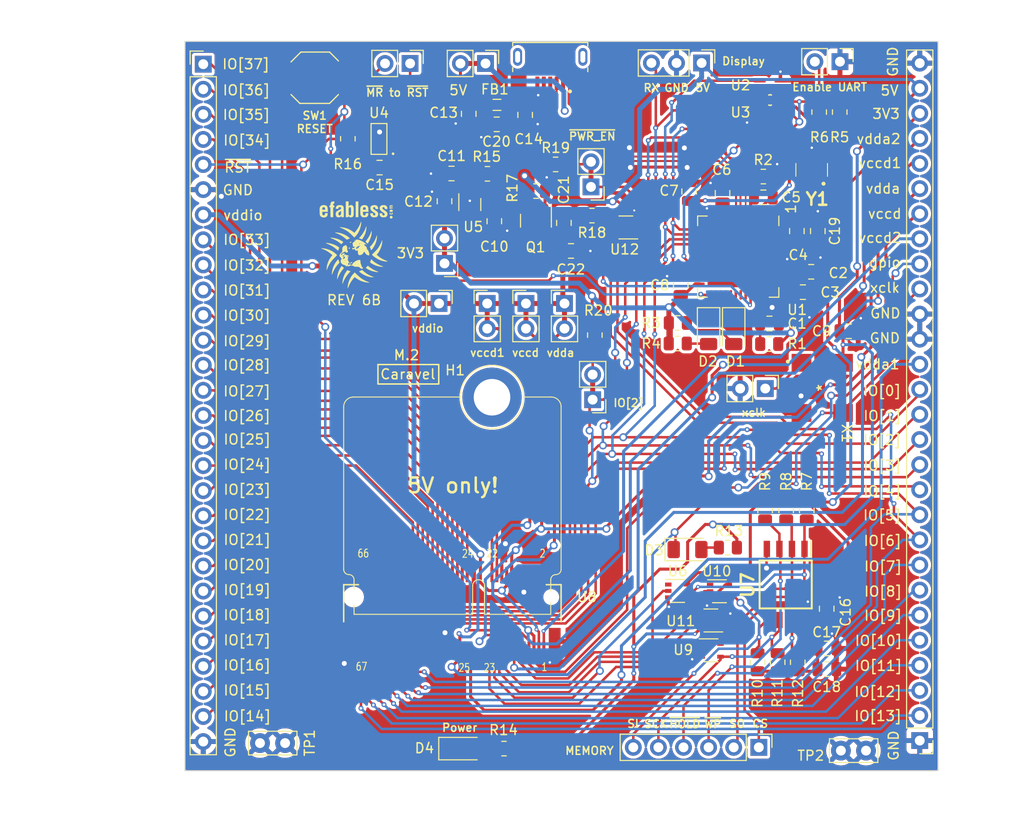
<source format=kicad_pcb>
(kicad_pcb (version 20221018) (generator pcbnew)
  (layers (0 "F.Cu" signal) (31 "B.Cu" signal) (34 "B.Paste" user) (35 "F.Paste" user) (36 "B.SilkS" user "B.Silkscreen") (37 "F.SilkS" user "F.Silkscreen") (38 "B.Mask" user) (39 "F.Mask" user) (44 "Edge.Cuts" user))
  (net 0 "")
  (net 1 "GND")
  (net 2 "/~{FTDI_RST}")
  (net 3 "/VCCCORE")
  (net 4 "/VCCA")
  (net 5 "/Noise")
  (net 6 "VBUS")
  (net 7 "Net-(Q1-G)")
  (net 8 "Net-(D1-K)")
  (net 9 "Net-(D1-A)")
  (net 10 "gpio")
  (net 11 "Net-(D2-K)")
  (net 12 "/FTDI_D+")
  (net 13 "/FTDI_D-")
  (net 14 "Net-(D2-A)")
  (net 15 "Net-(D3-A)")
  (net 16 "/~{MEM_CS}")
  (net 17 "/MEM_SO")
  (net 18 "/~{MEM_WP}")
  (net 19 "/~{MEM_HOLD}")
  (net 20 "/MEM_SCK")
  (net 21 "/MEM_SI")
  (net 22 "Net-(D4-A)")
  (net 23 "VCC")
  (net 26 "/~{UART_EN}")
  (net 27 "/mprj_io[6]_ser_tx")
  (net 28 "Net-(J6-Pin_1)")
  (net 29 "Net-(U1-REF)")
  (net 30 "Net-(U5-Control)")
  (net 31 "/~{PWR_EN}")
  (net 32 "Net-(U1-XCSI)")
  (net 33 "Net-(U1-XCSO)")
  (net 40 "/mprj_io[13]")
  (net 41 "/mprj_io[12]")
  (net 42 "/mprj_io[11]")
  (net 45 "/mprj_io[10]")
  (net 46 "/mprj_io[9]")
  (net 47 "/mprj_io[8]")
  (net 48 "/mprj_io[7]")
  (net 49 "/mprj_io[5]_ser_rx")
  (net 50 "/USB_SCK_TXD")
  (net 51 "/USB_CS1")
  (net 52 "/USB_SO_RXD")
  (net 53 "/USB_SI")
  (net 54 "/mprj_io[0]")
  (net 55 "/vdda1")
  (net 56 "/xclk")
  (net 57 "/vccd2")
  (net 58 "/vdda2")
  (net 59 "/mprj_io[37]")
  (net 60 "/mprj_io[36]")
  (net 61 "/mprj_io[35]")
  (net 62 "/mprj_io[34]")
  (net 63 "/~{RST}")
  (net 64 "/mprj_io[33]")
  (net 65 "/mprj_io[32]")
  (net 66 "/mprj_io[31]")
  (net 67 "/mprj_io[30]")
  (net 68 "/mprj_io[29]")
  (net 69 "/mprj_io[28]")
  (net 71 "/mprj_io[27]")
  (net 72 "/mprj_io[26]")
  (net 73 "/mprj_io[25]")
  (net 74 "/mprj_io[24]")
  (net 75 "/mprj_io[23]")
  (net 76 "/mprj_io[22]")
  (net 77 "/mprj_io[21]")
  (net 78 "/mprj_io[20]")
  (net 82 "/Caravel_CSB")
  (net 83 "/mprj_io[19]")
  (net 86 "/Caravel_D0")
  (net 87 "/Caravel_D1")
  (net 88 "/Caravel_SCK")
  (net 91 "+3V3")
  (net 93 "+5V")
  (net 94 "/mprj_io[18]")
  (net 95 "/mprj_io[17]")
  (net 96 "/mprj_io[16]")
  (net 97 "/mprj_io[15]")
  (net 98 "/mprj_io[14]")
  (net 99 "/~{MR}")
  (net 110 "/~{PWR_EN}_H")
  (footprint "Package_TO_SOT_SMD:SOT-23" (layer "F.Cu") (at 130.54 135.83 -90)
    (fp_text reference "Q1")
    (fp_text value "IRLML6402")
  )
  (footprint "strive_foot_prints:FCI_10118193-0001LF" (layer "F.Cu") (at 131.98765 119.2377 180)
    (fp_text reference "J1" hide)
    (fp_text value "USB_B_Micro")
  )
  (footprint "Inductor_SMD:L_0805_2012Metric" (layer "F.Cu") (at 126.6 124.1)
    (fp_text reference "FB1")
    (fp_text value "600R/0.5A")
  )
  (footprint "Connector_PinHeader_2.54mm:PinHeader_1x02_P2.54mm_Vertical" (layer "F.Cu") (at 117.81 119.91 -90)
    (fp_text reference "J14" hide)
    (fp_text value "Conn_01x02_Pin")
  )
  (footprint "LED_SMD:LED_1206_3216Metric" (layer "F.Cu") (at 145.88 169.12)
    (fp_text reference "D3")
    (fp_text value "RED")
  )
  (footprint "Capacitor_SMD:C_0805_2012Metric" (layer "F.Cu") (at 156.94 136.88 90)
    (fp_text reference "C4")
    (fp_text value "0.1uF")
  )
  (footprint "strive_foot_prints:SOIC127P790X216-8N" (layer "F.Cu") (at 155.8092 172.6544 -90)
    (fp_text reference "U7")
    (fp_text value "W25Q32FVSS" hide)
  )
  (footprint "Connector_PinHeader_2.54mm:PinHeader_1x02_P2.54mm_Vertical" (layer "F.Cu") (at 129.53 144.21)
    (fp_text reference "J10" hide)
    (fp_text value "Conn_01x02_Pin")
  )
  (footprint "strive_foot_prints:SOT65P210X110-5N" (layer "F.Cu") (at 154.2344 122.3184 180)
    (fp_text reference "U2")
    (fp_text value "SN74LVC1G125DCKR")
  )
  (footprint "TestPoint:TestPoint_Bridge_Pitch2.54mm_Drill1.0mm" (layer "F.Cu") (at 105.1616 188.714 180)
    (fp_text reference "TP1")
    (fp_text value "TestPoint")
  )
  (footprint "Caravel_Board:ef_logo" (layer "F.Cu") (at 112.292367 134.741401)
    (fp_text reference "T2" hide)
    (fp_text value "Logo" hide)
  )
  (footprint "Capacitor_SMD:C_0805_2012Metric" (layer "F.Cu") (at 149.42 133.03 90)
    (fp_text reference "C6")
    (fp_text value "0.1uF")
  )
  (footprint "MicroMod-Sparkfun:MicroMod-Standoff" (layer "F.Cu") (at 126.0972 153.7)
    (fp_text reference "H1")
    (fp_text value "MICROMOD-Standoff")
  )
  (footprint "Connector_PinHeader_2.54mm:PinHeader_1x02_P2.54mm_Vertical" (layer "F.Cu") (at 120.74 144.21 -90)
    (fp_text reference "J5" hide)
    (fp_text value "Conn_01x02_Pin")
  )
  (footprint "Capacitor_SMD:C_0805_2012Metric" (layer "F.Cu") (at 129.45 125.12 90)
    (fp_text reference "C14")
    (fp_text value "0.1uF")
  )
  (footprint "TestPoint:TestPoint_Bridge_Pitch2.54mm_Drill1.0mm" (layer "F.Cu") (at 163.9372 189.476 180)
    (fp_text reference "TP2")
    (fp_text value "TestPoint")
  )
  (footprint "Caravel_Board:PoR_5_SOT23" (layer "F.Cu") (at 114.6612 127.5508 180)
    (fp_text reference "U4")
    (fp_text value "MCP1319MT-29LE-OT")
  )
  (footprint "Connector_PinHeader_2.54mm:PinHeader_1x02_P2.54mm_Vertical" (layer "F.Cu") (at 136.28 153.945 180)
    (fp_text reference "J16" hide)
    (fp_text value "Conn_01x02_Pin")
  )
  (footprint "LED_SMD:LED_1206_3216Metric" (layer "F.Cu") (at 148.01 146.92 -90)
    (fp_text reference "D2")
    (fp_text value "RED")
  )
  (footprint "Package_TO_SOT_SMD:SOT-353_SC-70-5" (layer "F.Cu") (at 139.64 136.51 180)
    (fp_text reference "U12")
    (fp_text value "SN74LV1T34DCK")
  )
  (footprint "Capacitor_SMD:C_0805_2012Metric" (layer "F.Cu") (at 159.06 136.88 90)
    (fp_text reference "C19")
    (fp_text value "10uf")
  )
  (footprint "LED_SMD:LED_1206_3216Metric" (layer "F.Cu") (at 150.55 146.92 -90)
    (fp_text reference "D1")
    (fp_text value "RED")
  )
  (footprint "Connector_PinHeader_2.54mm:PinHeader_1x02_P2.54mm_Vertical" (layer "F.Cu") (at 161.3006 119.7276 -90)
    (fp_text reference "J2" hide)
    (fp_text value "Conn_01x02_Pin")
  )
  (footprint "Resistor_SMD:R_0805_2012Metric" (layer "F.Cu") (at 152.966 180.5284 -90)
    (fp_text reference "R10")
    (fp_text value "100K")
  )
  (footprint "Capacitor_SMD:C_0805_2012Metric" (layer "F.Cu") (at 159.96 175.11 90)
    (fp_text reference "C16")
    (fp_text value "0.1uF")
  )
  (footprint "Connector_PinHeader_2.54mm:PinHeader_1x03_P2.54mm_Vertical" (layer "F.Cu") (at 147.305 119.86 -90)
    (fp_text reference "J4" hide)
    (fp_text value "Conn_01x03_Pin")
  )
  (footprint "Connector_PinHeader_2.54mm:PinHeader_1x06_P2.54mm_Vertical" (layer "F.Cu") (at 153.0914 189.1458 -90)
    (fp_text reference "J7" hide)
    (fp_text value "Conn_01x06_Pin")
  )
  (footprint "Capacitor_SMD:C_0805_2012Metric" (layer "F.Cu") (at 114.72 130.45)
    (fp_text reference "C15")
    (fp_text value "0.1uF")
  )
  (footprint "Capacitor_SMD:C_0805_2012Metric" (layer "F.Cu") (at 126.33 135.88 90)
    (fp_text reference "C10")
    (fp_text value "1uf")
  )
  (footprint "Resistor_SMD:R_0805_2012Metric" (layer "F.Cu") (at 132.53 130.13)
    (fp_text reference "R19")
    (fp_text value "10K")
  )
  (footprint "Capacitor_SMD:C_0805_2012Metric" (layer "F.Cu") (at 159.99 179.13 180)
    (fp_text reference "C17")
    (fp_text value "0.01uF")
  )
  (footprint "Resistor_SMD:R_0805_2012Metric" (layer "F.Cu") (at 127.3104 189.2728 180)
    (fp_text reference "R14")
    (fp_text value "10K")
  )
  (footprint "Package_TO_SOT_SMD:SOT-353_SC-70-5" (layer "F.Cu") (at 148.26 179.32)
    (fp_text reference "U9")
    (fp_text value "SN74LV1T34DCK")
  )
  (footprint "Resistor_SMD:R_0805_2012Metric" (layer "F.Cu") (at 161.2773 124.83 90)
    (fp_text reference "R5")
    (fp_text value "10K")
  )
  (footprint "Resistor_SMD:R_0805_2012Metric" (layer "F.Cu") (at 157.9428 165.1614 90)
    (fp_text reference "R7")
    (fp_text value "100K")
  )
  (footprint "Caravel_Board:SG7050CCN-10M-HJGA3" (layer "F.Cu") (at 159.51 152.75 -90)
    (fp_text reference "X1")
    (fp_text value "SG7050CCN_10MHZ" hide)
  )
  (footprint "Package_TO_SOT_SMD:SOT-353_SC-70-5" (layer "F.Cu") (at 149.11 173.34)
    (fp_text reference "U10")
    (fp_text value "SN74LV1T34DCK")
  )
  (footprint "Resistor_SMD:R_0805_2012Metric" (layer "F.Cu") (at 149.96 168.92 180)
    (fp_text reference "R13")
    (fp_text value "10K")
  )
  (footprint "Resistor_SMD:R_0805_2012Metric" (layer "F.Cu") (at 159.1973 124.83 90)
    (fp_text reference "R6")
    (fp_text value "10K")
  )
  (footprint "Capacitor_SMD:C_0805_2012Metric" (layer "F.Cu") (at 145.19 142.39 90)
    (fp_text reference "C8")
    (fp_text value "0.1uF")
  )
  (footprint "Capacitor_SMD:C_0805_2012Metric" (layer "F.Cu") (at 126.57 126.07)
    (fp_text reference "C20")
    (fp_text value "10uf")
  )
  (footprint "Capacitor_SMD:C_0805_2012Metric" (layer "F.Cu") (at 123.74 125.01 -90)
    (fp_text reference "C13")
    (fp_text value "0.01uF")
  )
  (footprint "Capacitor_SMD:C_0805_2012Metric" (layer "F.Cu") (at 153.55 133.46 180)
    (fp_text reference "C5")
    (fp_text value "0.1uF")
  )
  (footprint "strive_foot_prints:SW4-SMD-5.2X5.2X1.5MM" (layer "F.Cu") (at 108.1588 121.3532)
    (fp_text reference "SW1")
    (fp_text value "SW_Push - SKQGADE010")
  )
  (footprint "Resistor_SMD:R_0805_2012Metric" (layer "F.Cu") (at 155.86 165.1614 90)
    (fp_text reference "R8")
    (fp_text value "100K")
  )
  (footprint "Resistor_SMD:R_0805_2012Metric" (layer "F.Cu") (at 157.03 180.5284 -90)
    (fp_text reference "R12")
    (fp_text value "10K")
  )
  (footprint "Package_TO_SOT_SMD:SOT-353_SC-70-5" (layer "F.Cu") (at 144.88 173.31)
    (fp_text reference "U6")
    (fp_text value "SN74LV1T34DCK")
  )
  (footprint "Connector_PinHeader_2.54mm:PinHeader_1x28_P2.54mm_Vertical" (layer "F.Cu") (at 96.8812 119.9816)
    (fp_text reference "J12" hide)
    (fp_text value "Conn_01x28_Pin")
  )
  (footprint "Resistor_SMD:R_0805_2012Metric" (layer "F.Cu") (at 111.51 127.53 90)
    (fp_text reference "R16")
    (fp_text value "10K")
  )
  (footprint "Resistor_SMD:R_0805_2012Metric" (layer "F.Cu") (at 154.1418 148.3128 180)
    (fp_text reference "R1")
    (fp_text value "10K")
  )
  (footprint "Resistor_SMD:R_0805_2012Metric" (layer "F.Cu") (at 136.5 147.41 -90)
    (fp_text reference "R20")
    (fp_text value "100K")
  )
  (footprint "Capacitor_SMD:C_0805_2012Metric" (layer "F.Cu") (at 133.37 136.05 -90)
    (fp_text reference "C21")
    (fp_text value "0.1uF")
  )
  (footprint "Connector_PinHeader_2.54mm:PinHeader_1x02_P2.54mm_Vertical" (layer "F.Cu") (at 136.11 132.405 180)
    (fp_text reference "J15" hide)
    (fp_text value "Conn_01x02_Pin")
  )
  (footprint "Connector_PinHeader_2.54mm:PinHeader_1x02_P2.54mm_Vertical" (layer "F.Cu") (at 125.44 119.91 -90)
    (fp_text reference "J13" hide)
    (fp_text value "Conn_01x02_Pin")
  )
  (footprint "Capacitor_SMD:C_0805_2012Metric" (layer "F.Cu") (at 158.39 141 180)
    (fp_text reference "C2")
    (fp_text value "0.1uF")
  )
  (footprint "Resistor_SMD:R_0805_2012Metric" (layer "F.Cu") (at 130.55 132.83 180)
    (fp_text reference "R17")
    (fp_text value "10K")
  )
  (footprint "Capacitor_SMD:C_0805_2012Metric" (layer "F.Cu") (at 157.55 143.06 180)
    (fp_text reference "C3")
    (fp_text value "0.1uF")
  )
  (footprint "Resistor_SMD:R_0805_2012Metric" (layer "F.Cu") (at 144.9 146.18 180)
    (fp_text reference "R3")
    (fp_text value "150")
  )
  (footprint "Resistor_SMD:R_0805_2012Metric" (layer "F.Cu") (at 136.21 135.31 180)
    (fp_text reference "R18")
    (fp_text value "2K")
  )
  (footprint "Resistor_SMD:R_0805_2012Metric" (layer "F.Cu") (at 144.89 148.26 180)
    (fp_text reference "R4")
    (fp_text value "150")
  )
  (footprint "Connector_PinHeader_2.54mm:PinHeader_1x02_P2.54mm_Vertical" (layer "F.Cu") (at 153.745 152.82 -90)
    (fp_text reference "J6" hide)
    (fp_text value "Conn_01x02_Pin")
  )
  (footprint "Capacitor_SMD:C_0805_2012Metric" (layer "F.Cu") (at 134.09 138.89 180)
    (fp_text reference "C22")
    (fp_text value "0.1uF")
  )
  (footprint "Connector_PinHeader_2.54mm:PinHeader_1x02_P2.54mm_Vertical" (layer "F.Cu") (at 125.61 144.21)
    (fp_text reference "J3" hide)
    (fp_text value "Conn_01x02_Pin")
  )
  (footprint "Package_DFN_QFN:QFN-48-1EP_8x8mm_P0.5mm_EP6.2x6.2mm" (layer "F.Cu") (at 151.0086 139.4634 -90)
    (fp_text reference "U1")
    (fp_text value "FT232H")
  )
  (footprint "Capacitor_SMD:C_0805_2012Metric" (layer "F.Cu") (at 162.2 147.02 180)
    (fp_text reference "C9")
    (fp_text value "0.1uF")
  )
  (footprint "Connector_PinHeader_2.54mm:PinHeader_1x28_P2.54mm_Vertical" (layer "F.Cu") (at 169.3728 188.46 180)
    (fp_text reference "J11" hide)
    (fp_text value "Conn_01x28_Pin")
  )
  (footprint "strive_foot_prints:SOT65P210X110-5N" (layer "F.Cu") (at 154.2344 124.9092)
    (fp_text reference "U3")
    (fp_text value "SN74LVC1G125DCKR")
  )
  (footprint "Capacitor_SMD:C_0805_2012Metric" (layer "F.Cu") (at 122 131.05 180)
    (fp_text reference "C11")
    (fp_text value "0.01uF")
  )
  (footprint "Capacitor_SMD:C_0805_2012Metric" (layer "F.Cu") (at 154.1672 146.23 180)
    (fp_text reference "C1")
    (fp_text value "0.01uF")
  )
  (footprint "LED_SMD:LED_1206_3216Metric" (layer "F.Cu") (at 122.9924 189.2728)
    (fp_text reference "D4")
    (fp_text value "RED")
  )
  (footprint "Connector_PinHeader_2.54mm:PinHeader_1x02_P2.54mm_Vertical" (layer "F.Cu") (at 121.29 140.155 180)
    (fp_text reference "J8" hide)
    (fp_text value "Conn_01x02_Pin")
  )
  (footprint "Caravel_Board:SOT-353F" (layer "F.Cu") (at 123.85 133.95 -90)
    (fp_text reference "U5")
    (fp_text value "TAR5SxxU")
  )
  (footprint "Package_TO_SOT_SMD:SOT-353_SC-70-5" (layer "F.Cu") (at 148.24 176.3 180)
    (fp_text reference "U11")
    (fp_text value "SN74LV1T34DCK")
  )
  (footprint "MicroMod-Sparkfun:M.2-CONNECTOR-E" (layer "F.Cu") (at 122.0875 173.9275)
    (fp_text reference "U8")
    (fp_text value "M.2-CONNECTOR-E" hide)
  )
  (footprint "Capacitor_SMD:C_0805_2012Metric" (layer "F.Cu") (at 159.98 181.23)
    (fp_text reference "C18")
    (fp_text value "1uf")
  )
  (footprint "strive_foot_prints:CSTNE12M0GH5L000R0" (layer "F.Cu") (at 158.44 130.68)
    (fp_text reference "Y1")
    (fp_text value "12MHz" hide)
  )
  (footprint "Resistor_SMD:R_0805_2012Metric" (layer "F.Cu") (at 153.7264 165.1614 90)
    (fp_text reference "R9")
    (fp_text value "10K")
  )
  (footprint "Connector_PinHeader_2.54mm:PinHeader_1x02_P2.54mm_Vertical" (layer "F.Cu") (at 133.43 144.21)
    (fp_text reference "J9" hide)
    (fp_text value "Conn_01x02_Pin")
  )
  (footprint "Capacitor_SMD:C_0805_2012Metric" (layer "F.Cu") (at 146.04 132.87 90)
    (fp_text reference "C7")
    (fp_text value "0.1uF")
  )
  (footprint "Resistor_SMD:R_0805_2012Metric" (layer "F.Cu") (at 154.998 180.5284 -90)
    (fp_text reference "R11")
    (fp_text value "100K")
  )
  (footprint "Caravel_Board:logo" (layer "F.Cu") (at 112.141969 139.298134)
    (fp_text reference "T1" hide)
    (fp_text value "Logo" hide)
  )
  (footprint "Capacitor_SMD:C_0805_2012Metric" (layer "F.Cu") (at 121.29 133.86 -90)
    (fp_text reference "C12")
    (fp_text value "10uf")
  )
  (footprint "Resistor_SMD:R_0805_2012Metric" (layer "F.Cu") (at 153.55 131.36 180)
    (fp_text reference "R2")
    (fp_text value "12K 1%")
  )
  (footprint "Resistor_SMD:R_0805_2012Metric" (layer "F.Cu") (at 125.6325 131.08)
    (fp_text reference "R15")
    (fp_text value "10K")
  )
  (gr_rect (start 114.5572 150.39) (end 120.7072 152.36) (stroke (width 0.15)) (fill none) (layer "F.SilkS"))
  (gr_rect (start 95.0272 117.676) (end 171.2272 191.508) (stroke (width 0.1)) (fill none) (layer "Edge.Cuts"))
  (gr_text "xclk" (at 165.8422 142.613) (layer "F.SilkS") (effects (font (size 1 1))))
  (gr_text "vdda1" (at 165.1056 150.36) (layer "F.SilkS") (effects (font (size 1 1))))
  (gr_text "IO[19]" (at 101.3262 173.22) (layer "F.SilkS") (effects (font (size 1 1))))
  (gr_text "CS" (at 153.2372 186.74) (layer "F.SilkS") (effects (font (size 0.8 0.8))))
  (gr_text "SO" (at 150.8872 186.7582) (layer "F.SilkS") (effects (font (size 0.8 0.8))))
  (gr_text "IO[5]" (at 165.5628 165.6508) (layer "F.SilkS") (effects (font (size 1 1))))
  (gr_text "IO[26]" (at 101.3008 155.5924) (layer "F.SilkS") (effects (font (size 1 1))))
  (gr_text "M.2" (at 117.4472 149.44) (layer "F.SilkS") (effects (font (size 1 1))))
  (gr_text "Enable UART" (at 160.26 122.31) (layer "F.SilkS") (effects (font (size 0.8 0.8))))
  (gr_text "IO[34]" (at 101.3008 127.7032) (layer "F.SilkS") (effects (font (size 1 1))))
  (gr_text "IO[7]" (at 165.6644 170.8324) (layer "F.SilkS") (effects (font (size 1 1))))
  (gr_text "IO[2]" (at 165.5628 158.0308) (layer "F.SilkS") (effects (font (size 1 1))))
  (gr_text "IO[0]" (at 165.5628 153.0524) (layer "F.SilkS") (effects (font (size 1 1))))
  (gr_text "gpio" (at 165.8422 140.0476) (layer "F.SilkS") (effects (font (size 1 1))))
  (gr_text "IO[23]" (at 101.3262 163.06) (layer "F.SilkS") (effects (font (size 1 1))))
  (gr_text "IO[4]" (at 165.5882 163.2124) (layer "F.SilkS") (effects (font (size 1 1))))
  (gr_text "SCK" (at 142.6872 186.78) (layer "F.SilkS") (effects (font (size 0.8 0.8))))
  (gr_text "IO[13]" (at 165.1564 185.9708) (layer "F.SilkS") (effects (font (size 1 1))))
  (gr_text "5V only!" (at 122.13 162.64) (layer "F.SilkS") (effects (font (size 1.5 1.5) (thickness 0.25) bold)))
  (gr_text "3V3" (at 117.85 139.12) (layer "F.SilkS") (effects (font (size 1 1))))
  (gr_text "vdda2" (at 165.2072 127.5508) (layer "F.SilkS") (effects (font (size 1 1))))
  (gr_text "IO[33]" (at 101.3008 137.7616) (layer "F.SilkS") (effects (font (size 1 1))))
  (gr_text "GND" (at 166.655 119.7276 90) (layer "F.SilkS") (effects (font (size 1 1))))
  (gr_text "IO[37]" (at 101.1992 119.9816) (layer "F.SilkS") (effects (font (size 1 1))))
  (gr_text "IO[20]" (at 101.3262 170.68) (layer "F.SilkS") (effects (font (size 1 1))))
  (gr_text "1\n" (at 156.34 134.64 90) (layer "F.SilkS") (effects (font (size 1 1))))
  (gr_text "GND" (at 144.77 122.38) (layer "F.SilkS") (effects (font (size 0.8 0.8))))
  (gr_text "5V" (at 166.32 122.65) (layer "F.SilkS") (effects (font (size 1 1))))
  (gr_text "IO[2]" (at 139.92 154.28) (layer "F.SilkS") (effects (font (size 0.8 0.8))))
  (gr_text "IO[10]" (at 165.2072 178.3508) (layer "F.SilkS") (effects (font (size 1 1))))
  (gr_text "IO[32]" (at 101.3008 140.3524) (layer "F.SilkS") (effects (font (size 1 1))))
  (gr_text "vddio" (at 119.59 146.73) (layer "F.SilkS") (effects (font (size 0.8 0.8))))
  (gr_text "~{PWR_EN}" (at 136.24 127.29) (layer "F.SilkS") (effects (font (size 0.8 0.8))))
  (gr_text "GND" (at 100.3864 132.7324) (layer "F.SilkS") (effects (font (size 1 1))))
  (gr_text "IO[8]" (at 165.6644 173.3724) (layer "F.SilkS") (effects (font (size 1 1))))
  (gr_text "IO[18]" (at 101.3262 175.76) (layer "F.SilkS") (effects (font (size 1 1))))
  (gr_text "xclk" (at 152.58 155.26) (layer "F.SilkS") (effects (font (size 0.8 0.8))))
  (gr_text "~{WP}" (at 148.4272 186.8) (layer "F.SilkS") (effects (font (size 0.8 0.8))))
  (gr_text "IO[35]" (at 101.25 125.1124) (layer "F.SilkS") (effects (font (size 1 1))))
  (gr_text "vccd" (at 165.83 135.12) (layer "F.SilkS") (effects (font (size 1 1))))
  (gr_text "IO[24]" (at 101.3262 160.52) (layer "F.SilkS") (effects (font (size 1 1))))
  (gr_text "vdda" (at 133.03 149.2) (layer "F.SilkS") (effects (font (size 0.8 0.8))))
  (gr_text "MEMORY" (at 135.9572 189.49) (layer "F.SilkS") (effects (font (size 0.8 0.8))))
  (gr_text "vccd1" (at 125.63 149.19) (layer "F.SilkS") (effects (font (size 0.8 0.8))))
  (gr_text "GND" (at 99.6244 188.6378 90) (layer "F.SilkS") (effects (font (size 1 1))))
  (gr_text "5V" (at 147.42 122.37) (layer "F.SilkS") (effects (font (size 0.8 0.8))))
  (gr_text "IO[1]" (at 165.5882 155.5924) (layer "F.SilkS") (effects (font (size 1 1))))
  (gr_text "IO[6]" (at 165.6136 168.2416) (layer "F.SilkS") (effects (font (size 1 1))))
  (gr_text "IO[29]" (at 101.3008 148.0232) (layer "F.SilkS") (effects (font (size 1 1))))
  (gr_text "IO[22]" (at 101.3262 165.6) (layer "F.SilkS") (effects (font (size 1 1))))
  (gr_text "Caravel" (at 117.5872 151.37) (layer "F.SilkS") (effects (font (size 1 1))))
  (gr_text "Power" (at 122.8272 187.15) (layer "F.SilkS") (effects (font (size 0.8 0.8))))
  (gr_text "GND" (at 165.8422 147.7184) (layer "F.SilkS") (effects (font (size 1 1))))
  (gr_text "IO[12]" (at 165.1564 183.5324) (layer "F.SilkS") (effects (font (size 1 1))))
  (gr_text "IO[11]" (at 165.2072 180.8908) (layer "F.SilkS") (effects (font (size 1 1))))
  (gr_text "IO[30]" (at 101.3008 145.4324) (layer "F.SilkS") (effects (font (size 1 1))))
  (gr_text "RX" (at 142.22 122.39) (layer "F.SilkS") (effects (font (size 0.8 0.8))))
  (gr_text "IO[27]" (at 101.3008 153.1032) (layer "F.SilkS") (effects (font (size 1 1))))
  (gr_text "~{RST}" (at 100.3864 130.4464) (layer "F.SilkS") (effects (font (size 1 1))))
  (gr_text "IO[9]" (at 165.6644 175.8108) (layer "F.SilkS") (effects (font (size 1 1))))
  (gr_text "IO[25]" (at 101.3262 157.98) (layer "F.SilkS") (effects (font (size 1 1))))
  (gr_text "IO[17]" (at 101.3262 178.3) (layer "F.SilkS") (effects (font (size 1 1))))
  (gr_text "IO[21]" (at 101.3262 168.14) (layer "F.SilkS") (effects (font (size 1 1))))
  (gr_text "IO[31]" (at 101.3008 142.8924) (layer "F.SilkS") (effects (font (size 1 1))))
  (gr_text "~{MR} to ~{RST}" (at 116.51 122.86) (layer "F.SilkS") (effects (font (size 0.8 0.8))))
  (gr_text "IO[36]" (at 101.25 122.6232) (layer "F.SilkS") (effects (font (size 1 1))))
  (gr_text "vdda" (at 165.66 132.57) (layer "F.SilkS") (effects (font (size 1 1))))
  (gr_text "GND" (at 166.7312 188.968 90) (layer "F.SilkS") (effects (font (size 1 1))))
  (gr_text "SI" (at 140.366 186.7582) (layer "F.SilkS") (effects (font (size 0.8 0.8))))
  (gr_text "IO[14]" (at 101.3516 185.9962) (layer "F.SilkS") (effects (font (size 1 1))))
  (gr_text "vccd" (at 129.49 149.19) (layer "F.SilkS") (effects (font (size 0.8 0.8))))
  (gr_text "GND" (at 165.893 145.2038) (layer "F.SilkS") (effects (font (size 1 1))))
  (gr_text "5V" (at 122.68 122.62) (layer "F.SilkS") (effects (font (size 1 1))))
  (gr_text "IO[15]" (at 101.3262 183.38) (layer "F.SilkS") (effects (font (size 1 1))))
  (gr_text "vddio" (at 100.8944 135.2724) (layer "F.SilkS") (effects (font (size 1 1))))
  (gr_text "Display\n" (at 151.542 119.6768) (layer "F.SilkS") (effects (font (size 0.8 0.8))))
  (gr_text "IO[3]" (at 165.5882 160.6216) (layer "F.SilkS") (effects (font (size 1 1))))
  (gr_text "~{HOLD}" (at 145.5972 186.79) (layer "F.SilkS") (effects (font (size 0.8 0.8) (thickness 0.15) bold)))
  (gr_text "vccd2" (at 165.3596 137.5584) (layer "F.SilkS") (effects (font (size 1 1))))
  (gr_text "IO[16]" (at 101.3262 180.84) (layer "F.SilkS") (effects (font (size 1 1))))
  (gr_text "REV 6B" (at 112.141969 143.868134) (layer "F.SilkS") (effects (font (size 1 1))))
  (gr_text "vccd1" (at 165.3342 129.9892) (layer "F.SilkS") (effects (font (size 1 1))))
  (gr_text "RESET" (at 108.1572 126.53) (layer "F.SilkS") (effects (font (size 0.8 0.8))))
  (gr_text "IO[28]" (at 101.3008 150.4616) (layer "F.SilkS") (effects (font (size 1 1))))
  (gr_text "3V3" (at 165.9692 125.0108) (layer "F.SilkS") (effects (font (size 1 1))))
  (segment (start 158.29 174.16) (end 161.08 174.16) (width 0.3048) (layer "F.Cu") (net 1))
  (segment (start 140.1 130.4369) (end 140.1369 130.4) (width 0.3048) (layer "F.Cu") (net 1))
  (segment (start 152.6 133.46) (end 152.6 133.2225) (width 0.3048) (layer "F.Cu") (net 1))
  (segment (start 160.49 177.63) (end 160.94 178.08) (width 0.3048) (layer "F.Cu") (net 1))
  (segment (start 158.89 143.09) (end 159.34 142.64) (width 0.3048) (layer "F.Cu") (net 1))
  (segment (start 156.94 135.93) (end 159.06 135.93) (width 0.3048) (layer "F.Cu") (net 1))
  (segment (start 111.7375 180.0625) (end 111.15 180.65) (width 0.3048) (layer "F.Cu") (net 1))
  (segment (start 145.4166 141.2134) (end 147.1336 141.2134) (width 0.3048) (layer "F.Cu") (net 1))
  (segment (start 145.83 131.71) (end 146.04 131.92) (width 0.3048) (layer "F.Cu") (net 1))
  (segment (start 148.16 174.48) (end 147.85 174.79) (width 0.3048) (layer "F.Cu") (net 1))
  (segment (start 111.7375 178.4275) (end 111.7375 180.0625) (width 0.3048) (layer "F.Cu") (net 1))
  (segment (start 121.32 132.88) (end 121.29 132.91) (width 0.3048) (layer "F.Cu") (net 1))
  (segment (start 154.8836 136.7134) (end 156.1566 136.7134) (width 0.3048) (layer "F.Cu") (net 1))
  (segment (start 128.5875 171.6525) (end 128.5875 172.6975) (width 0.3048) (layer "F.Cu") (net 1))
  (segment (start 155.28 120.74) (end 155.2758 120.7442) (width 0.3048) (layer "F.Cu") (net 1))
  (segment (start 153.87 169.0886) (end 153.9042 169.0544) (width 0.254) (layer "F.Cu") (net 1))
  (segment (start 119.92 131.06) (end 119.93 131.05) (width 0.3048) (layer "F.Cu") (net 1))
  (segment (start 149.19 175.65) (end 150.16 175.65) (width 0.3048) (layer "F.Cu") (net 1))
  (segment (start 98.0316 132.6816) (end 98.71 133.36) (width 0.3048) (layer "F.Cu") (net 1))
  (segment (start 128.5875 172.6975) (end 129.32 173.43) (width 0.3048) (layer "F.Cu") (net 1))
  (segment (start 96.8812 132.6816) (end 98.0316 132.6816) (width 0.3048) (layer "F.Cu") (net 1))
  (segment (start 161.08 174.16) (end 161.27 173.97) (width 0.3048) (layer "F.Cu") (net 1))
  (segment (start 160.93 179.14) (end 160.94 179.13) (width 0.3048) (layer "F.Cu") (net 1))
  (segment (start 122.3375 178.2187) (end 122.3375 179.2025) (width 0.254) (layer "F.Cu") (net 1))
  (segment (start 153.7586 143.3384) (end 153.7586 143.9314) (width 0.254) (layer "F.Cu") (net 1))
  (segment (start 148.16 173.99) (end 148.16 174.48) (width 0.3048) (layer "F.Cu") (net 1))
  (segment (start 121.34 177.54) (end 121.6588 177.54) (width 0.254) (layer "F.Cu") (net 1))
  (segment (start 145.19 141.44) (end 145.4166 141.2134) (width 0.3048) (layer "F.Cu") (net 1))
  (segment (start 154.8836 137.2134) (end 154.8836 136.7134) (width 0.254) (layer "F.Cu") (net 1))
  (segment (start 114.72 126.85) (end 115.4208 127.5508) (width 0.5) (layer "F.Cu") (net 1))
  (segment (start 158.05 174.4) (end 158.29 174.16) (width 0.3048) (layer "F.Cu") (net 1))
  (segment (start 148.28 132.08) (end 148.21 132.01) (width 0.3048) (layer "F.Cu") (net 1))
  (segment (start 119.93 131.05) (end 121.05 131.05) (width 0.3048) (layer "F.Cu") (net 1))
  (segment (start 115.4208 127.5508) (end 116.0862 127.5508) (width 0.5) (layer "F.Cu") (net 1))
  (segment (start 127.0875 168.8925) (end 127.0875 171.6525) (width 0.3048) (layer "F.Cu") (net 1))
  (segment (start 123.71 125.99) (end 123.74 125.96) (width 0.3048) (layer "F.Cu") (net 1))
  (segment (start 160.94 178.08) (end 160.94 179.13) (width 0.3048) (layer "F.Cu") (net 1))
  (segment (start 155.1172 146.23) (end 155.1172 145.29) (width 0.3048) (layer "F.Cu") (net 1))
  (segment (start 150.16 175.65) (end 150.21 175.6) (width 0.3048) (layer "F.Cu") (net 1))
  (segment (start 152.2586 135.5884) (end 152.2586 133.8014) (width 0.3048) (layer "F.Cu") (net 1))
  (segment (start 155.1172 145.29) (end 154.4372 144.61) (width 0.3048) (layer "F.Cu") (net 1))
  (segment (start 125.59 126.57) (end 125.59 125.91) (width 0.3048) (layer "F.Cu") (net 1))
  (segment (start 153.2586 143.3384) (end 153.7586 143.3384) (width 0.254) (layer "F.Cu") (net 1))
  (segment (start 149.7586 135.5884) (end 149.2586 135.5884) (width 0.254) (layer "F.Cu") (net 1))
  (segment (start 125.01 127.37) (end 125.62 126.76) (width 0.3048) (layer "F.Cu") (net 1))
  (segment (start 158.44 130.68) (end 158.44 128.45) (width 0.3048) (layer "F.Cu") (net 1))
  (segment (start 145.8031 130.4) (end 145.84 130.4369) (width 0.3048) (layer "F.Cu") (net 1))
  (segment (start 140.1369 130.4) (end 145.8031 130.4) (width 0.3048) (layer "F.Cu") (net 1))
  (segment (start 126.34 136.84) (end 126.33 136.83) (width 0.3048) (layer "F.Cu") (net 1))
  (segment (start 130.68765 123.03765) (end 130.68765 121.9127) (width 0.3048) (layer "F.Cu") (net 1))
  (segment (start 152.2586 133.8014) (end 152.6 133.46) (width 0.3048) (layer "F.Cu") (net 1))
  (segment (start 154.8836 140.2134) (end 154.8836 139.7134) (width 0.254) (layer "F.Cu") (net 1))
  (segment (start 121.29 131.29) (end 121.05 131.05) (width 0.3048) (layer "F.Cu") (net 1))
  (segment (start 154.8836 139.7134) (end 155.9576 139.7134) (width 0.254) (layer "F.Cu") (net 1))
  (segment (start 158.44 128.45) (end 158.45 128.44) (width 0.3048) (layer "F.Cu") (net 1))
  (segment (start 154.4625 130.5875) (end 154.95 130.1) (width 0.3048) (layer "F.Cu") (net 1))
  (segment (start 136.05 138.89) (end 135.04 138.89) (width 0.3048) (layer "F.Cu") (net 1))
  (segment (start 143.93 174.85) (end 144 174.92) (width 0.3048) (layer "F.Cu") (net 1))
  (segment (start 145.84 130.4369) (end 145.83 130.4469) (width 0.3048) (layer "F.Cu") (net 1))
  (segment (start 145.83 130.4469) (end 145.83 131.71) (width 0.3048) (layer "F.Cu") (net 1))
  (segment (start 143.81 141.44) (end 145.19 141.44) (width 0.3048) (layer "F.Cu") (net 1))
  (segment (start 159.34 142.64) (end 159.34 141) (width 0.3048) (layer "F.Cu") (net 1))
  (segment (start 158.57 143.09) (end 158.89 143.09) (width 0.3048) (layer "F.Cu") (net 1))
  (segment (start 121.29 132.91) (end 120.04 132.91) (width 0.3048) (layer "F.Cu") (net 1))
  (segment (start 159.34 139.57) (end 159.33 139.56) (width 0.3048) (layer "F.Cu") (net 1))
  (segment (start 127.45 168.53) (end 127.0875 168.8925) (width 0.3048) (layer "F.Cu") (net 1))
  (segment (start 148.7586 135.5884) (end 149.2586 135.5884) (width 0.254) (layer "F.Cu") (net 1))
  (segment (start 153.87 171) (end 153.87 169.0886) (width 0.254) (layer "F.Cu") (net 1))
  (segment (start 153.193 125.5696) (end 152.2204 125.5696) (width 0.3048) (layer "F.Cu") (net 1))
  (segment (start 157.41 153.61) (end 157.41 155.29) (width 0.3048) (layer "F.Cu") (net 1))
  (segment (start 132.4375 180.0565) (end 132.4375 178.4275) (width 0.254) (layer "F.Cu") (net 1))
  (segment (start 155.9576 139.7134) (end 155.9616 139.7174) (width 0.254) (layer "F.Cu") (net 1))
  (segment (start 147.1336 141.2134) (end 147.1336 141.7134) (width 0.254) (layer "F.Cu") (net 1))
  (segment (start 146.61 179.97) (end 146.35 180.23) (width 0.3048) (layer "F.Cu") (net 1))
  (segment (start 130.72 126.05) (end 130.7 126.07) (width 0.3048) (layer "F.Cu") (net 1))
  (segment (start 140.03 128.46) (end 145.56 128.46) (width 0.3048) (layer "F.Cu") (net 1))
  (segment (start 120.04 132.91) (end 120.02 132.89) (width 0.3048) (layer "F.Cu") (net 1))
  (segment (start 147.84 134.58) (end 148.20872 134.58) (width 0.254) (layer "F.Cu") (net 1))
  (segment (start 163.15 147.02) (end 163.15 145.96) (width 0.3048) (layer "F.Cu") (net 1))
  (segment (start 130.7 126.07) (end 129.45 126.07) (width 0.3048) (layer "F.Cu") (net 1))
  (segment (start 127.63 136.84) (end 126.34 136.84) (width 0.3048) (layer "F.Cu") (net 1))
  (segment (start 154.4625 131.36) (end 154.4625 130.5875) (width 0.3048) (layer "F.Cu") (net 1))
  (segment (start 125.62 126.76) (end 125.62 126.07) (width 0.3048) (layer "F.Cu") (net 1))
  (segment (start 159.06 135.93) (end 159.06 134.87) (width 0.3048) (layer "F.Cu") (net 1))
  (segment (start 131.6175 130.13) (end 131.6175 131.4275) (width 0.3048) (layer "F.Cu") (net 1))
  (segment (start 149.53 132.08) (end 148.28 132.08) (width 0.3048) (layer "F.Cu") (net 1))
  (segment (start 155.2758 120.7442) (end 155.2758 121.658) (width 0.3048) (layer "F.Cu") (net 1))
  (segment (start 148.20872 134.58) (end 148.7586 135.12988) (width 0.254) (layer "F.Cu") (net 1))
  (segment (start 140.59 134.89) (end 140.59 135.86) (width 0.254) (layer "F.Cu") (net 1))
  (segment (start 157.365 153.565) (end 157.41 153.61) (width 0.3048) (layer "F.Cu") (net 1))
  (segment (start 122.42 125.99) (end 123.71 125.99) (width 0.3048) (layer "F.Cu") (net 1))
  (segment (start 147.31 179.97) (end 146.61 179.97) (width 0.3048) (layer "F.Cu") (net 1))
  (segment (start 153.7586 143.9314) (end 154.4372 144.61) (width 0.254) (layer "F.Cu") (net 1))
  (segment (start 140 128.43) (end 140.03 128.46) (width 0.3048) (layer "F.Cu") (net 1))
  (segment (start 160.93 181.23) (end 160.93 179.14) (width 0.3048) (layer "F.Cu") (net 1))
  (segment (start 148.7586 135.12988) (end 148.7586 135.5884) (width 0.254) (layer "F.Cu") (net 1))
  (segment (start 130.77 123.12) (end 130.68765 123.03765) (width 0.3048) (layer "F.Cu") (net 1))
  (segment (start 156.1566 136.7134) (end 156.94 135.93) (width 0.3048) (layer "F.Cu") (net 1))
  (segment (start 163.15 145.96) (end 163.41 145.7) (width 0.3048) (layer "F.Cu") (net 1))
  (segment (start 159.34 141) (end 159.34 139.57) (width 0.3048) (layer "F.Cu") (net 1))
  (segment (start 131.6175 131.4275) (end 131.63 131.44) (width 0.3048) (layer "F.Cu") (net 1))
  (segment (start 131.947 180.547) (end 132.4375 180.0565) (width 0.254) (layer "F.Cu") (net 1))
  (segment (start 143.93 173.96) (end 143.93 174.85) (width 0.3048) (layer "F.Cu") (net 1))
  (segment (start 152.2204 125.5696) (end 151.9 125.89) (width 0.3048) (layer "F.Cu") (net 1))
  (segment (start 121.6588 177.54) (end 122.3375 178.2187) (width 0.254) (layer "F.Cu") (net 1))
  (segment (start 123.85 133) (end 123.85 133.81) (width 0.3048) (layer "F.Cu") (net 1))
  (segment (start 152.6 133.2225) (end 154.4625 131.36) (width 0.3048) (layer "F.Cu") (net 1))
  (segment (start 140.49 134.79) (end 140.59 134.89) (width 0.254) (layer "F.Cu") (net 1))
  (via (at 160.49 177.63) (size 0.5) (drill 0.25) (layers "F.Cu" "B.Cu") (net 1))
  (via (at 131.63 131.44) (size 0.5) (drill 0.25) (layers "F.Cu" "B.Cu") (net 1))
  (via (at 129.32 173.43) (size 0.8) (drill 0.5) (layers "F.Cu" "B.Cu") (net 1))
  (via (at 161.27 173.97) (size 0.5) (drill 0.25) (layers "F.Cu" "B.Cu") (net 1))
  (via (at 98.71 133.36) (size 0.8) (drill 0.5) (layers "F.Cu" "B.Cu") (net 1))
  (via (at 150.21 175.6) (size 0.5) (drill 0.25) (layers "F.Cu" "B.Cu") (net 1))
  (via (at 163.41 145.7) (size 0.5) (drill 0.25) (layers "F.Cu" "B.Cu") (net 1))
  (via (at 154.4372 144.61) (size 0.8) (drill 0.5) (layers "F.Cu" "B.Cu") (net 1))
  (via (at 114.72 126.85) (size 0.8) (drill 0.5) (layers "F.Cu" "B.Cu") (net 1))
  (via (at 136.05 138.89) (size 0.5) (drill 0.25) (layers "F.Cu" "B.Cu") (net 1))
  (via (at 140.49 134.79) (size 0.4064) (drill 0.2032) (layers "F.Cu" "B.Cu") (net 1))
  (via (at 140.1 130.4369) (size 0.8) (drill 0.5) (layers "F.Cu" "B.Cu") (net 1))
  (via (at 123.85 133.81) (size 0.5) (drill 0.25) (layers "F.Cu" "B.Cu") (net 1))
  (via (at 125.01 127.37) (size 0.5) (drill 0.25) (layers "F.Cu" "B.Cu") (net 1))
  (via (at 154.95 130.1) (size 0.5) (drill 0.25) (layers "F.Cu" "B.Cu") (net 1))
  (via (at 147.84 134.58) (size 0.5) (drill 0.25) (layers "F.Cu" "B.Cu") (net 1))
  (via (at 143.81 141.44) (size 0.5) (drill 0.25) (layers "F.Cu" "B.Cu") (net 1))
  (via (at 159.33 139.56) (size 0.5) (drill 0.25) (layers "F.Cu" "B.Cu") (net 1))
  (via (at 159.06 134.87) (size 0.5) (drill 0.25) (layers "F.Cu" "B.Cu") (net 1))
  (via (at 158.05 174.4) (size 0.5) (drill 0.25) (layers "F.Cu" "B.Cu") (net 1))
  (via (at 158.45 128.44) (size 0.5) (drill 0.25) (layers "F.Cu" "B.Cu") (net 1))
  (via (at 130.77 123.12) (size 0.5) (drill 0.25) (layers "F.Cu" "B.Cu") (net 1))
  (via (at 153.87 171) (size 0.8) (drill 0.5) (layers "F.Cu" "B.Cu") (net 1))
  (via (at 111.15 180.65) (size 0.8) (drill 0.5) (layers "F.Cu" "B.Cu") (net 1))
  (via (at 144 174.92) (size 0.5) (drill 0.25) (layers "F.Cu" "B.Cu") (net 1))
  (via (at 140 128.43) (size 0.8) (drill 0.5) (layers "F.Cu" "B.Cu") (net 1))
  (via (at 127.63 136.84) (size 0.5) (drill 0.25) (layers "F.Cu" "B.Cu") (net 1))
  (via (at 155.9616 139.7174) (size 0.5) (drill 0.25) (layers "F.Cu" "B.Cu") (net 1))
  (via (at 131.947 180.547) (size 0.5) (drill 0.25) (layers "F.Cu" "B.Cu") (net 1))
  (via (at 147.85 174.79) (size 0.5) (drill 0.25) (layers "F.Cu" "B.Cu") (net 1))
  (via (at 121.34 177.54) (size 0.8) (drill 0.5) (layers "F.Cu" "B.Cu") (net 1))
  (via (at 127.45 168.53) (size 0.8) (drill 0.5) (layers "F.Cu" "B.Cu") (net 1))
  (via (at 151.9 125.89) (size 0.5) (drill 0.25) (layers "F.Cu" "B.Cu") (net 1))
  (via (at 145.56 128.46) (size 0.8) (drill 0.5) (layers "F.Cu" "B.Cu") (net 1))
  (via (at 145.84 130.4369) (size 0.8) (drill 0.5) (layers "F.Cu" "B.Cu") (net 1))
  (via (at 120.02 132.89) (size 0.5) (drill 0.25) (layers "F.Cu" "B.Cu") (net 1))
  (via (at 148.21 132.01) (size 0.5) (drill 0.25) (layers "F.Cu" "B.Cu") (net 1))
  (via (at 130.72 126.05) (size 0.5) (drill 0.25) (layers "F.Cu" "B.Cu") (net 1))
  (via (at 146.35 180.23) (size 0.5) (drill 0.25) (layers "F.Cu" "B.Cu") (net 1))
  (via (at 119.92 131.06) (size 0.5) (drill 0.25) (layers "F.Cu" "B.Cu") (net 1))
  (via (at 158.21 145.61) (size 0.5) (drill 0.25) (layers "F.Cu" "B.Cu") (net 1))
  (via (at 155.28 120.74) (size 0.5) (drill 0.25) (layers "F.Cu" "B.Cu") (net 1))
  (via (at 122.42 125.99) (size 0.5) (drill 0.25) (layers "F.Cu" "B.Cu") (net 1))
  (via (at 157.365 153.565) (size 0.8) (drill 0.5) (layers "F.Cu" "B.Cu") (net 1))
  (segment (start 153.2293 148.3128) (end 153.2293 146.2421) (width 0.254) (layer "F.Cu") (net 2))
  (segment (start 153.43 146.0172) (end 153.2172 146.23) (width 0.254) (layer "F.Cu") (net 2))
  (segment (start 153.43 144.61) (end 153.43 146.0172) (width 0.254) (layer "F.Cu") (net 2))
  (segment (start 152.7586 143.3384) (end 152.7586 143.9386) (width 0.254) (layer "F.Cu") (net 2))
  (segment (start 152.7586 143.9386) (end 153.43 144.61) (width 0.254) (layer "F.Cu") (net 2))
  (segment (start 156.7266 141.7134) (end 157.39 141.05) (width 0.3048) (layer "F.Cu") (net 3))
  (segment (start 157.39 141.05) (end 157.45 141.05) (width 0.254) (layer "F.Cu") (net 3))
  (segment (start 154.5026 141.7134) (end 156.7266 141.7134) (width 0.3048) (layer "F.Cu") (net 3))
  (segment (start 155.7534 142.2134) (end 156.6 143.06) (width 0.254) (layer "F.Cu") (net 4))
  (segment (start 154.49 142.2134) (end 155.3598 142.2134) (width 0.254) (layer "F.Cu") (net 4))
  (segment (start 154.8836 142.2134) (end 155.7534 142.2134) (width 0.254) (layer "F.Cu") (net 4))
  (segment (start 123.2 131.3) (end 122.95 131.05) (width 0.254) (layer "F.Cu") (net 5))
  (segment (start 123.2 133) (end 123.2 131.3) (width 0.254) (layer "F.Cu") (net 5))
  (segment (start 133.28765 124.53645) (end 133.28765 121.9127) (width 0.3048) (layer "F.Cu") (net 6))
  (segment (start 122.9 123.22) (end 122.9 119.91) (width 0.3048) (layer "F.Cu") (net 6))
  (segment (start 125.7825 124.06) (end 123.74 124.06) (width 0.3048) (layer "F.Cu") (net 6))
  (segment (start 123.74 124.06) (end 122.9 123.22) (width 0.3048) (layer "F.Cu") (net 6))
  (segment (start 125.44 119.91) (end 122.9 119.91) (width 0.5) (layer "F.Cu") (net 6))
  (via (at 133.4572 124.706) (size 0.8) (drill 0.5) (layers "F.Cu" "B.Cu") (net 6))
  (segment (start 133.4572 124.706) (end 133.37 124.6188) (width 0.5) (layer "B.Cu") (net 6))
  (segment (start 133.37 122.75) (end 132.31 121.69) (width 0.5) (layer "B.Cu") (net 6))
  (segment (start 127.22 121.69) (end 125.44 119.91) (width 0.5) (layer "B.Cu") (net 6))
  (segment (start 133.37 124.6188) (end 133.37 122.75) (width 0.5) (layer "B.Cu") (net 6))
  (segment (start 132.31 121.69) (end 127.22 121.69) (width 0.5) (layer "B.Cu") (net 6))
  (segment (start 131.4625 132.83) (end 131.4625 134.865) (width 0.3048) (layer "F.Cu") (net 7))
  (segment (start 135.2975 135.31) (end 133.58 135.31) (width 0.3048) (layer "F.Cu") (net 7))
  (segment (start 133.58 135.31) (end 133.37 135.1) (width 0.3048) (layer "F.Cu") (net 7))
  (segment (start 133.37 135.1) (end 131.6975 135.1) (width 0.3048) (layer "F.Cu") (net 7))
  (segment (start 131.6975 135.1) (end 131.49 134.8925) (width 0.3048) (layer "F.Cu") (net 7))
  (segment (start 131.4625 134.865) (end 131.49 134.8925) (width 0.3048) (layer "F.Cu") (net 7))
  (segment (start 149.2586 143.3384) (end 149.2586 144.2286) (width 0.254) (layer "F.Cu") (net 8))
  (segment (start 149.2586 144.2286) (end 150.55 145.52) (width 0.254) (layer "F.Cu") (net 8))
  (segment (start 146.5425 146.91) (end 145.8225 146.19) (width 0.254) (layer "F.Cu") (net 9))
  (segment (start 150.55 148.32) (end 149.14 146.91) (width 0.254) (layer "F.Cu") (net 9))
  (segment (start 149.14 146.91) (end 146.5425 146.91) (width 0.254) (layer "F.Cu") (net 9))
  (segment (start 161.97 153.53) (end 166.64 148.86) (width 0.254) (layer "F.Cu") (net 10))
  (segment (start 160.41 153.53) (end 161.97 153.53) (width 0.254) (layer "F.Cu") (net 10))
  (segment (start 144.66 167.46) (end 144.66 169.05) (width 0.254) (layer "F.Cu") (net 10))
  (segment (start 126.3375 182.0903) (end 126.3375 179.2025) (width 0.254) (layer "F.Cu") (net 10))
  (segment (start 156.876 162.4504) (end 153.0396 162.4504) (width 0.254) (layer "F.Cu") (net 10))
  (segment (start 147.52 164.42) (end 144.57 167.37) (width 0.254) (layer "F.Cu") (net 10))
  (segment (start 166.64 141.43) (end 166.93 141.14) (width 0.254) (layer "F.Cu") (net 10))
  (segment (start 151.07 164.42) (end 147.52 164.42) (width 0.254) (layer "F.Cu") (net 10))
  (segment (start 128.3672 184.12) (end 126.3375 182.0903) (width 0.254) (layer "F.Cu") (net 10))
  (segment (start 153.0396 162.4504) (end 151.07 164.42) (width 0.254) (layer "F.Cu") (net 10))
  (segment (start 136.98 181.41) (end 134.27 184.12) (width 0.254) (layer "F.Cu") (net 10))
  (segment (start 137.01 181.41) (end 136.98 181.41) (width 0.254) (layer "F.Cu") (net 10))
  (segment (start 144.57 167.37) (end 144.66 167.46) (width 0.254) (layer "F.Cu") (net 10))
  (segment (start 134.27 184.12) (end 128.3672 184.12) (width 0.254) (layer "F.Cu") (net 10))
  (segment (start 166.64 148.86) (end 166.64 141.43) (width 0.254) (layer "F.Cu") (net 10))
  (via (at 160.41 153.53) (size 0.8) (drill 0.5) (layers "F.Cu" "B.Cu") (net 10))
  (via (at 137.01 181.41) (size 0.8) (drill 0.5) (layers "F.Cu" "B.Cu") (net 10))
  (via (at 144.57 167.37) (size 0.8) (drill 0.5) (layers "F.Cu" "B.Cu") (net 10))
  (via (at 156.876 162.4504) (size 0.5) (drill 0.25) (layers "F.Cu" "B.Cu") (net 10))
  (via (at 166.93 141.14) (size 0.8) (drill 0.5) (layers "F.Cu" "B.Cu") (net 10))
  (segment (start 160.41 153.53) (end 160.41 155.63) (width 0.254) (layer "B.Cu") (net 10))
  (segment (start 156.876 159.164) (end 156.876 162.4504) (width 0.254) (layer "B.Cu") (net 10))
  (segment (start 160.41 155.63) (end 156.876 159.164) (width 0.254) (layer "B.Cu") (net 10))
  (segment (start 142.34 169.6) (end 144.57 167.37) (width 0.254) (layer "B.Cu") (net 10))
  (segment (start 166.93 140.98) (end 167.71 140.2) (width 0.254) (layer "B.Cu") (net 10))
  (segment (start 136.97 179.89) (end 142.34 174.52) (width 0.254) (layer "B.Cu") (net 10))
  (segment (start 136.97 181.37) (end 136.97 179.89) (width 0.254) (layer "B.Cu") (net 10))
  (segment (start 166.93 141.14) (end 166.93 140.98) (width 0.254) (layer "B.Cu") (net 10))
  (segment (start 142.34 174.52) (end 142.34 169.6) (width 0.254) (layer "B.Cu") (net 10))
  (segment (start 137.01 181.41) (end 136.97 181.37) (width 0.254) (layer "B.Cu") (net 10))
  (segment (start 167.71 140.2) (end 169.3728 140.2) (width 0.254) (layer "B.Cu") (net 10))
  (segment (start 148.7586 143.9214) (end 148.2664 144.4136) (width 0.254) (layer "F.Cu") (net 11))
  (segment (start 148.7586 143.3384) (end 148.7586 143.9214) (width 0.254) (layer "F.Cu") (net 11))
  (segment (start 148.2664 144.4136) (end 148.2664 145.5064) (width 0.254) (layer "F.Cu") (net 11))
  (segment (start 131.98765 122.925201) (end 131.98765 121.9127) (width 0.2) (layer "F.Cu") (net 12))
  (segment (start 132.08765 125.55585) (end 132.08765 123.025201) (width 0.2) (layer "F.Cu") (net 12))
  (segment (start 133.2868 126.755) (end 132.08765 125.55585) (width 0.2) (layer "F.Cu") (net 12))
  (segment (start 139.1268 129.785) (end 136.0968 126.755) (width 0.2) (layer "F.Cu") (net 12))
  (segment (start 136.0968 126.755) (end 133.2868 126.755) (width 0.2) (layer "F.Cu") (net 12))
  (segment (start 150.7836 134.850899) (end 150.7836 131.5218) (width 0.2) (layer "F.Cu") (net 12))
  (segment (start 150.7836 131.5218) (end 149.0468 129.785) (width 0.2) (layer "F.Cu") (net 12))
  (segment (start 150.7586 134.875899) (end 150.7836 134.850899) (width 0.2) (layer "F.Cu") (net 12))
  (segment (start 149.0468 129.785) (end 139.1268 129.785) (width 0.2) (layer "F.Cu") (net 12))
  (segment (start 132.08765 123.025201) (end 131.98765 122.925201) (width 0.2) (layer "F.Cu") (net 12))
  (segment (start 150.7586 135.5884) (end 150.7586 134.875899) (width 0.2) (layer "F.Cu") (net 12))
  (segment (start 132.53765 125.36945) (end 132.53765 123.025201) (width 0.2) (layer "F.Cu") (net 13))
  (segment (start 136.2832 126.305) (end 133.4732 126.305) (width 0.2) (layer "F.Cu") (net 13))
  (segment (start 132.53765 123.025201) (end 132.63765 122.925201) (width 0.2) (layer "F.Cu") (net 13))
  (segment (start 149.2332 129.335) (end 139.3132 129.335) (width 0.2) (layer "F.Cu") (net 13))
  (segment (start 151.2336 131.3354) (end 149.2332 129.335) (width 0.2) (layer "F.Cu") (net 13))
  (segment (start 133.4732 126.305) (end 132.53765 125.36945) (width 0.2) (layer "F.Cu") (net 13))
  (segment (start 151.2336 134.850899) (end 151.2336 131.3354) (width 0.2) (layer "F.Cu") (net 13))
  (segment (start 132.63765 122.925201) (end 132.63765 121.9127) (width 0.2) (layer "F.Cu") (net 13))
  (segment (start 139.3132 129.335) (end 136.2832 126.305) (width 0.2) (layer "F.Cu") (net 13))
  (segment (start 151.2586 135.5884) (end 151.2586 134.875899) (width 0.2) (layer "F.Cu") (net 13))
  (segment (start 151.2586 134.875899) (end 151.2336 134.850899) (width 0.2) (layer "F.Cu") (net 13))
  (segment (start 145.9625 148.27) (end 147.96 148.27) (width 0.254) (layer "F.Cu") (net 14))
  (segment (start 147.96 148.27) (end 148.01 148.32) (width 0.254) (layer "F.Cu") (net 14))
  (segment (start 147.48 168.92) (end 147.28 169.12) (width 0.254) (layer "F.Cu") (net 15))
  (segment (start 149.0475 168.92) (end 147.48 168.92) (width 0.254) (layer "F.Cu") (net 15))
  (segment (start 157.7142 166.3025) (end 157.9428 166.0739) (width 0.254) (layer "F.Cu") (net 16))
  (segment (start 157.7142 169.0544) (end 157.7142 166.3025) (width 0.254) (layer "F.Cu") (net 16))
  (segment (start 151.65 185.3728) (end 153.0914 186.8142) (width 0.254) (layer "F.Cu") (net 16))
  (segment (start 156.43 173.92) (end 154.5 173.92) (width 0.254) (layer "F.Cu") (net 16))
  (segment (start 157.7 172.65) (end 156.43 173.92) (width 0.254) (layer "F.Cu") (net 16))
  (segment (start 157.7 169.0686) (end 157.7142 169.0544) (width 0.254) (layer "F.Cu") (net 16))
  (segment (start 151.65 176.77) (end 151.65 185.3728) (width 0.254) (layer "F.Cu") (net 16))
  (segment (start 145.83 173.96) (end 145.87 173.96) (width 0.254) (layer "F.Cu") (net 16))
  (segment (start 157.7 171.66) (end 157.7 169.0686) (width 0.254) (layer "F.Cu") (net 16))
  (segment (start 153.0914 186.8142) (end 153.0914 189.1458) (width 0.254) (layer "F.Cu") (net 16))
  (segment (start 145.87 173.96) (end 146.93 172.9) (width 0.254) (layer "F.Cu") (net 16))
  (segment (start 154.5 173.92) (end 151.65 176.77) (width 0.254) (layer "F.Cu") (net 16))
  (segment (start 157.7 171.66) (end 157.7 172.65) (width 0.254) (layer "F.Cu") (net 16))
  (via (at 146.93 172.9) (size 0.4064) (drill 0.2032) (layers "F.Cu" "B.Cu") (net 16))
  (via (at 157.7 171.66) (size 0.5) (drill 0.25) (layers "F.Cu" "B.Cu") (net 16))
  (segment (start 154.72 171.66) (end 153.48 172.9) (width 0.254) (layer "B.Cu") (net 16))
  (segment (start 157.7 171.66) (end 154.72 171.66) (width 0.254) (layer "B.Cu") (net 16))
  (segment (start 153.48 172.9) (end 146.93 172.9) (width 0.254) (layer "B.Cu") (net 16))
  (segment (start 156.4188 167.3018) (end 156.4188 166.6327) (width 0.254) (layer "F.Cu") (net 17))
  (segment (start 155.6964 173.0936) (end 154.4964 173.0936) (width 0.254) (layer "F.Cu") (net 17))
  (segment (start 156.4188 166.6327) (end 155.86 166.0739) (width 0.254) (layer "F.Cu") (net 17))
  (segment (start 150.49 176.3) (end 150.89 176.7) (width 0.254) (layer "F.Cu") (net 17))
  (segment (start 149.19 176.3) (end 150.49 176.3) (width 0.254) (layer "F.Cu") (net 17))
  (segment (start 150.9294 188.7678) (end 150.5514 189.1458) (width 0.254) (layer "F.Cu") (net 17))
  (segment (start 154.4964 173.0936) (end 150.89 176.7) (width 0.254) (layer "F.Cu") (net 17))
  (segment (start 150.89 176.7) (end 150.9294 176.7394) (width 0.254) (layer "F.Cu") (net 17))
  (segment (start 156.4188 169.029) (end 156.4188 167.3018) (width 0.254) (layer "F.Cu") (net 17))
  (segment (start 150.9294 176.7394) (end 150.9294 188.7678) (width 0.254) (layer "F.Cu") (net 17))
  (segment (start 156.4442 169.0544) (end 156.4442 172.3458) (width 0.254) (layer "F.Cu") (net 17))
  (segment (start 156.4442 169.0544) (end 156.4188 169.029) (width 0.254) (layer "F.Cu") (net 17))
  (segment (start 156.4442 172.3458) (end 155.6964 173.0936) (width 0.254) (layer "F.Cu") (net 17))
  (segment (start 153.7264 166.0739) (end 155.1742 167.5217) (width 0.254) (layer "F.Cu") (net 18))
  (segment (start 155.1742 167.5217) (end 155.1742 169.0544) (width 0.254) (layer "F.Cu") (net 18))
  (segment (start 148.0114 183.364994) (end 148.0114 189.1458) (width 0.254) (layer "F.Cu") (net 18))
  (segment (start 155.27 172.3) (end 155.27 169.1502) (width 0.254) (layer "F.Cu") (net 18))
  (segment (start 155.27 169.1502) (end 155.1742 169.0544) (width 0.254) (layer "F.Cu") (net 18))
  (segment (start 150.380465 180.995929) (end 148.0114 183.364994) (width 0.254) (layer "F.Cu") (net 18))
  (via (at 155.27 172.3) (size 0.5) (drill 0.25) (layers "F.Cu" "B.Cu") (net 18))
  (via (at 150.380465 180.995929) (size 0.5) (drill 0.25) (layers "F.Cu" "B.Cu") (net 18))
  (segment (start 152.48 180.98) (end 150.396394 180.98) (width 0.254) (layer "B.Cu") (net 18))
  (segment (start 155.27 172.3) (end 155.29 172.32) (width 0.254) (layer "B.Cu") (net 18))
  (segment (start 150.396394 180.98) (end 150.380465 180.995929) (width 0.254) (layer "B.Cu") (net 18))
  (segment (start 155.29 172.32) (end 155.29 178.17) (width 0.254) (layer "B.Cu") (net 18))
  (segment (start 155.29 178.17) (end 152.48 180.98) (width 0.254) (layer "B.Cu") (net 18))
  (segment (start 145.4714 184.9486) (end 145.4714 189.1458) (width 0.254) (layer "F.Cu") (net 19))
  (segment (start 148.91 181.64) (end 148.78 181.64) (width 0.254) (layer "F.Cu") (net 19))
  (segment (start 148.78 181.64) (end 145.4714 184.9486) (width 0.254) (layer "F.Cu") (net 19))
  (segment (start 156.4442 178.09) (end 156.4442 176.2544) (width 0.254) (layer "F.Cu") (net 19))
  (segment (start 156.4442 178.09) (end 156.4442 179.6159) (width 0.254) (layer "F.Cu") (net 19))
  (via (at 148.91 181.64) (size 0.5) (drill 0.25) (layers "F.Cu" "B.Cu") (net 19))
  (via (at 156.4442 178.09) (size 0.5) (drill 0.25) (layers "F.Cu" "B.Cu") (net 19))
  (segment (start 156.4442 178.4658) (end 156.4442 178.09) (width 0.254) (layer "B.Cu") (net 19))
  (segment (start 153.27 181.64) (end 156.4442 178.4658) (width 0.254) (layer "B.Cu") (net 19))
  (segment (start 148.91 181.64) (end 153.27 181.64) (width 0.254) (layer "B.Cu") (net 19))
  (segment (start 154.41 177.98) (end 154.5 177.98) (width 0.254) (layer "F.Cu") (net 20))
  (segment (start 142.9314 186.5486) (end 142.9314 189.1458) (width 0.254) (layer "F.Cu") (net 20))
  (segment (start 149.21 179.97) (end 149.21 180.27) (width 0.254) (layer "F.Cu") (net 20))
  (segment (start 154.4122 178.0678) (end 154.4122 179.6159) (width 0.254) (layer "F.Cu") (net 20))
  (segment (start 155.1742 177.3058) (end 155.1742 176.2544) (width 0.254) (layer "F.Cu") (net 20))
  (segment (start 150.4 179.96) (end 150.39 179.97) (width 0.254) (layer "F.Cu") (net 20))
  (segment (start 150.39 179.97) (end 149.21 179.97) (width 0.254) (layer "F.Cu") (net 20))
  (segment (start 154.5 177.98) (end 155.1742 177.3058) (width 0.254) (layer "F.Cu") (net 20))
  (segment (start 149.21 180.27) (end 142.9314 186.5486) (width 0.254) (layer "F.Cu") (net 20))
  (segment (start 154.41 178.0656) (end 154.4122 178.0678) (width 0.254) (layer "F.Cu") (net 20))
  (segment (start 154.41 177.98) (end 154.41 178.0656) (width 0.254) (layer "F.Cu") (net 20))
  (via (at 154.41 177.98) (size 0.5) (drill 0.25) (layers "F.Cu" "B.Cu") (net 20))
  (via (at 150.4 179.96) (size 0.5) (drill 0.25) (layers "F.Cu" "B.Cu") (net 20))
  (segment (start 154.41 177.98) (end 152.43 179.96) (width 0.254) (layer "B.Cu") (net 20))
  (segment (start 152.43 179.96) (end 150.4 179.96) (width 0.254) (layer "B.Cu") (net 20))
  (segment (start 153.12 177.99) (end 153.12 177.05) (width 0.254) (layer "F.Cu") (net 21))
  (segment (start 150.72 173.99) (end 151.23 174.5) (width 0.254) (layer "F.Cu") (net 21))
  (segment (start 153.12 177.99) (end 153.12 178.8761) (width 0.254) (layer "F.Cu") (net 21))
  (segment (start 140.3914 187.7986) (end 140.3914 189.1458) (width 0.254) (layer "F.Cu") (net 21))
  (segment (start 146.53 181.66) (end 140.3914 187.7986) (width 0.254) (layer "F.Cu") (net 21))
  (segment (start 153.9042 176.2658) (end 153.9042 176.2544) (width 0.254) (layer "F.Cu") (net 21))
  (segment (start 150.06 173.99) (end 150.72 173.99) (width 0.254) (layer "F.Cu") (net 21))
  (segment (start 153.12 178.8761) (end 152.3802 179.6159) (width 0.254) (layer "F.Cu") (net 21))
  (segment (start 153.12 177.05) (end 153.9042 176.2658) (width 0.254) (layer "F.Cu") (net 21))
  (via (at 146.53 181.66) (size 0.5) (drill 0.25) (layers "F.Cu" "B.Cu") (net 21))
  (via (at 153.12 177.99) (size 0.5) (drill 0.25) (layers "F.Cu" "B.Cu") (net 21))
  (via (at 151.23 174.5) (size 0.8) (drill 0.5) (layers "F.Cu" "B.Cu") (net 21))
  (segment (start 151.23 174.5) (end 153.12 176.39) (width 0.254) (layer "B.Cu") (net 21))
  (segment (start 149.03 179.16) (end 151.95 179.16) (width 0.254) (layer "B.Cu") (net 21))
  (segment (start 151.95 179.16) (end 153.12 177.99) (width 0.254) (layer "B.Cu") (net 21))
  (segment (start 153.12 176.39) (end 153.12 177.99) (width 0.254) (layer "B.Cu") (net 21))
  (segment (start 146.53 181.66) (end 149.03 179.16) (width 0.254) (layer "B.Cu") (net 21))
  (segment (start 124.3924 189.2728) (end 126.3979 189.2728) (width 0.254) (layer "F.Cu") (net 22))
  (segment (start 147.98 161.67) (end 142.82 161.67) (width 0.3048) (layer "F.Cu") (net 23))
  (segment (start 127.1772 177.78) (end 125.4572 177.78) (width 0.254) (layer "F.Cu") (net 23))
  (segment (start 168.53 130.04) (end 169.3728 130.04) (width 0.3048) (layer "F.Cu") (net 23))
  (segment (start 122.8375 177.7075) (end 122.76 177.63) (width 0.3048) (layer "F.Cu") (net 23))
  (segment (start 131.12 166.96) (end 131.12 148.34) (width 0.3048) (layer "F.Cu") (net 23))
  (segment (start 118.2 144.21) (end 114.405 140.415) (width 0.5) (layer "F.Cu") (net 23))
  (segment (start 142.82 161.67) (end 137.67 166.82) (width 0.3048) (layer "F.Cu") (net 23))
  (segment (start 126.7 146.75) (end 125.61 146.75) (width 0.3048) (layer "F.Cu") (net 23))
  (segment (start 120.74 144.21) (end 118.2 144.21) (width 0.5) (layer "F.Cu") (net 23))
  (segment (start 129.66 166.66) (end 129.92 166.4) (width 0.3048) (layer "F.Cu") (net 23))
  (segment (start 130.3375 177.8592) (end 130.3375 179.2025) (width 0.3048) (layer "F.Cu") (net 23))
  (segment (start 125.61 144.21) (end 125.61 146.75) (width 0.5) (layer "F.Cu") (net 23))
  (segment (start 129.92 149.97) (end 126.7 146.75) (width 0.3048) (layer "F.Cu") (net 23))
  (segment (start 129.92 166.4) (end 129.92 149.97) (width 0.3048) (layer "F.Cu") (net 23))
  (segment (start 133.26 139.01) (end 133.26 144.04) (width 0.5) (layer "F.Cu") (net 23))
  (segment (start 133.43 144.21) (end 120.74 144.21) (width 0.5) (layer "F.Cu") (net 23))
  (segment (start 131.06 167.02) (end 131.12 166.96) (width 0.3048) (layer "F.Cu") (net 23))
  (segment (start 165.95 148.53) (end 165.95 138.28) (width 0.3048) (layer "F.Cu") (net 23))
  (segment (start 128.5036 169.1736) (end 128.0875 169.5897) (width 0.3048) (layer "F.Cu") (net 23))
  (segment (start 130.8375 177.4503) (end 130.8375 179.2025) (width 0.254) (layer "F.Cu") (net 23))
  (segment (start 164.45 148.64) (end 164.45 134.12) (width 0.3048) (layer "F.Cu") (net 23))
  (segment (start 132.41 168.63) (end 132.41 147.77) (width 0.3048) (layer "F.Cu") (net 23))
  (segment (start 127.09 173.27) (end 127.5875 172.7725) (width 0.3048) (layer "F.Cu") (net 23))
  (segment (start 129.7572 177.2789) (end 130.3375 177.8592) (width 0.3048) (layer "F.Cu") (net 23))
  (segment (start 165.95 138.28) (end 169.11 135.12) (width 0.3048) (layer "F.Cu") (net 23))
  (segment (start 125.4572 177.78) (end 124.8272 178.41) (width 0.254) (layer "F.Cu") (net 23))
  (segment (start 122.8375 179.2025) (end 122.8375 180.1725) (width 0.3048) (layer "F.Cu") (net 23))
  (segment (start 127.8375 179.2025) (end 127.8375 178.1735) (width 0.254) (layer "F.Cu") (net 23))
  (segment (start 131.12 148.34) (end 129.53 146.75) (width 0.3048) (layer "F.Cu") (net 23))
  (segment (start 124.92 169.6) (end 124.92 172.44) (width 0.3048) (layer "F.Cu") (net 23))
  (segment (start 165.1543 136.7985) (end 169.3728 132.58) (width 0.3048) (layer "F.Cu") (net 23))
  (segment (start 133.43 144.21) (end 133.43 146.75) (width 0.5) (layer "F.Cu") (net 23))
  (segment (start 164.45 134.12) (end 168.53 130.04) (width 0.3048) (layer "F.Cu") (net 23))
  (segment (start 127.444 177.78) (end 127.1772 177.78) (width 0.254) (layer "F.Cu") (net 23))
  (segment (start 169.11 135.12) (end 169.3728 135.12) (width 0.3048) (layer "F.Cu") (net 23))
  (segment (start 132.39 168.65) (end 132.41 168.63) (width 0.3048) (layer "F.Cu") (net 23))
  (segment (start 129.53 144.21) (end 129.53 146.75) (width 0.5) (layer "F.Cu") (net 23))
  (segment (start 125.75 173.27) (end 127.09 173.27) (width 0.3048) (layer "F.Cu") (net 23))
  (segment (start 137.67 166.82) (end 137.67 167.02) (width 0.3048) (layer "F.Cu") (net 23))
  (segment (start 130.5972 177.21) (end 130.8375 177.4503) (width 0.254) (layer "F.Cu") (net 23))
  (segment (start 160.34 152.44) (end 162.04 152.44) (width 0.3048) (layer "F.Cu") (net 23))
  (segment (start 163.46 149.63) (end 164.45 148.64) (width 0.3048) (layer "F.Cu") (net 23))
  (segment (start 132.41 147.77) (end 133.43 146.75) (width 0.3048) (layer "F.Cu") (net 23))
  (segment (start 114.405 140.415) (end 107.92 140.415) (width 0.5) (layer "F.Cu") (net 23))
  (segment (start 124.92 172.44) (end 125.75 173.27) (width 0.3048) (layer "F.Cu") (net 23))
  (segment (start 162.04 152.44) (end 165.95 148.53) (width 0.3048) (layer "F.Cu") (net 23))
  (segment (start 122.8375 180.1725) (end 122.01 181) (width 0.3048) (layer "F.Cu") (net 23))
  (segment (start 165.1543 143.95) (end 165.1543 136.7985) (width 0.3048) (layer "F.Cu") (net 23))
  (segment (start 133.26 144.04) (end 133.43 144.21) (width 0.5) (layer "F.Cu") (net 23))
  (segment (start 127.5875 172.7725) (end 127.5875 171.6525) (width 0.3048) (layer "F.Cu") (net 23))
  (segment (start 127.8375 178.1735) (end 127.444 177.78) (width 0.254) (layer "F.Cu") (net 23))
  (segment (start 133.14 138.89) (end 133.26 139.01) (width 0.5) (layer "F.Cu") (net 23))
  (segment (start 132.34 168.7) (end 132.39 168.65) (width 0.5) (layer "F.Cu") (net 23))
  (segment (start 122.8375 179.2025) (end 122.8375 177.7075) (width 0.3048) (layer "F.Cu") (net 23))
  (segment (start 128.0875 169.5897) (end 128.0875 171.6525) (width 0.3048) (layer "F.Cu") (net 23))
  (via (at 107.92 140.415) (size 0.8) (drill 0.5) (layers "F.Cu" "B.Cu") (net 23))
  (via (at 129.66 166.66) (size 0.8) (drill 0.5) (layers "F.Cu" "B.Cu") (net 23))
  (via (at 163.46 149.63) (size 0.8) (drill 0.5) (layers "F.Cu" "B.Cu") (net 23))
  (via (at 148.02 161.71) (size 0.8) (drill 0.5) (layers "F.Cu" "B.Cu") (net 23))
  (via (at 122.01 181) (size 0.8) (drill 0.5) (layers "F.Cu" "B.Cu") (net 23))
  (via (at 130.5972 177.21) (size 0.4064) (drill 0.2032) (layers "F.Cu" "B.Cu") (net 23))
  (via (at 127.09 173.27) (size 0.8) (drill 0.5) (layers "F.Cu" "B.Cu") (net 23))
  (via (at 132.34 168.7) (size 0.8) (drill 0.5) (layers "F.Cu" "B.Cu") (net 23))
  (via (at 122.76 177.63) (size 0.5) (drill 0.25) (layers "F.Cu" "B.Cu") (net 23))
  (via (at 131.06 167.02) (size 0.8) (drill 0.5) (layers "F.Cu" "B.Cu") (net 23))
  (via (at 124.92 169.6) (size 0.8) (drill 0.5) (layers "F.Cu" "B.Cu") (net 23))
  (via (at 128.5036 169.1736) (size 0.8) (drill 0.5) (layers "F.Cu" "B.Cu") (net 23))
  (via (at 165.1543 143.95) (size 0.8) (drill 0.5) (layers "F.Cu" "B.Cu") (net 23))
  (via (at 124.8272 178.41) (size 0.8) (drill 0.5) (layers "F.Cu" "B.Cu") (net 23))
  (via (at 129.7572 177.2789) (size 0.8) (drill 0.5) (layers "F.Cu" "B.Cu") (net 23))
  (via (at 160.34 152.44) (size 0.5) (drill 0.25) (layers "F.Cu" "B.Cu") (net 23))
  (via (at 137.67 167.02) (size 0.8) (drill 0.5) (layers "F.Cu" "B.Cu") (net 23))
  (segment (start 140.09 160.27) (end 140.09 171.2372) (width 0.3048) (layer "B.Cu") (net 23))
  (segment (start 127.09 173.27) (end 127.09 173.39) (width 0.254) (layer "B.Cu") (net 23))
  (segment (start 129.7572 177.2789) (end 129.7572 177.2672) (width 0.3048) (layer "B.Cu") (net 23))
  (segment (start 133.7549 181.7851) (end 122.7951 181.7851) (width 0.3048) (layer "B.Cu") (net 23))
  (segment (start 163.58 149.75) (end 163.58 163.31) (width 0.3048) (layer "B.Cu") (net 23))
  (segment (start 149.1 151.26) (end 140.09 160.27) (width 0.3048) (layer "B.Cu") (net 23))
  (segment (start 130.2272 178.67) (end 129.7572 178.2) (width 0.3048) (layer "B.Cu") (net 23))
  (segment (start 165.1543 143.95) (end 164.04 143.95) (width 0.3048) (layer "B.Cu") (net 23))
  (segment (start 163.46 149.63) (end 163.58 149.75) (width 0.3048) (layer "B.Cu") (net 23))
  (segment (start 107.92 140.415) (end 103.625 140.415) (width 0.5) (layer "B.Cu") (net 23))
  (segment (start 150.42 155.73) (end 156.95 155.73) (width 0.3048) (layer "B.Cu") (net 23))
  (segment (start 161.53 165.36) (end 144.49 165.36) (width 0.3048) (layer "B.Cu") (net 23))
  (segment (start 130.5972 176.8972) (end 130.5972 177.21) (width 0.254) (layer "B.Cu") (net 23))
  (segment (start 118.2 162.89) (end 118.2 144.21) (width 0.5) (layer "B.Cu") (net 23))
  (segment (start 130.88 170.16) (end 132.34 168.7) (width 0.3048) (layer "B.Cu") (net 23))
  (segment (start 124.67 177.2) (end 124.67 171.72) (width 0.3048) (layer "B.Cu") (net 23))
  (segment (start 129.7572 177.2672) (end 127.52 175.03) (width 0.3048) (layer "B.Cu") (net 23))
  (segment (start 129.7572 178.2) (end 129.7572 177.2789) (width 0.3048) (layer "B.Cu") (net 23))
  (segment (start 163.58 163.31) (end 161.53 165.36) (width 0.3048) (layer "B.Cu") (net 23))
  (segment (start 125.42 177.8172) (end 124.8272 178.41) (width 0.3048) (layer "B.Cu") (net 23))
  (segment (start 103.625 140.415) (end 98.4316 135.2216) (width 0.5) (layer "B.Cu") (net 23))
  (segment (start 130.6572 167.02) (end 128.5036 169.1736) (width 0.3048) (layer "B.Cu") (net 23))
  (segment (start 124.92 169.6) (end 124.91 169.6) (width 0.3048) (layer "B.Cu") (net 23))
  (segment (start 127.09 173.39) (end 130.5972 176.8972) (width 0.254) (layer "B.Cu") (net 23))
  (segment (start 128.03 170.61) (end 128.48 170.16) (width 0.3048) (layer "B.Cu") (net 23))
  (segment (start 122.7951 181.7851) (end 122.01 181) (width 0.3048) (layer "B.Cu") (net 23))
  (segment (start 127.52 175.03) (end 126.17 173.68) (width 0.3048) (layer "B.Cu") (net 23))
  (segment (start 164.04 143.95) (end 156.73 151.26) (width 0.3048) (layer "B.Cu") (net 23))
  (segment (start 141.6 173.94) (end 133.7549 181.7851) (width 0.3048) (layer "B.Cu") (net 23))
  (segment (start 156.73 151.26) (end 149.1 151.26) (width 0.3048) (layer "B.Cu") (net 23))
  (segment (start 156.95 155.73) (end 160.24 152.44) (width 0.3048) (layer "B.Cu") (net 23))
  (segment (start 126.19 170.2) (end 126.19 168.59) (width 0.3048) (layer "B.Cu") (net 23))
  (segment (start 144.49 165.36) (end 141.6 168.25) (width 0.3048) (layer "B.Cu") (net 23))
  (segment (start 129.68 170.16) (end 130.88 170.16) (width 0.3048) (layer "B.Cu") (net 23))
  (segment (start 122.76 177.63) (end 123.09 177.96) (width 0.3048) (layer "B.Cu") (net 23))
  (segment (start 140.09 171.2372) (end 132.6572 178.67) (width 0.3048) (layer "B.Cu") (net 23))
  (segment (start 141.6 168.25) (end 141.6 173.94) (width 0.3048) (layer "B.Cu") (net 23))
  (segment (start 125.42 172.1472) (end 125.42 177.8172) (width 0.3048) (layer "B.Cu") (net 23))
  (segment (start 131.06 167.02) (end 130.6572 167.02) (width 0.3048) (layer "B.Cu") (net 23))
  (segment (start 126.19 168.59) (end 128.12 166.66) (width 0.3048) (layer "B.Cu") (net 23))
  (segment (start 123.09 177.96) (end 123.91 177.96) (width 0.3048) (layer "B.Cu") (net 23))
  (segment (start 128.12 166.66) (end 129.66 166.66) (width 0.3048) (layer "B.Cu") (net 23))
  (segment (start 132.6572 178.67) (end 130.2272 178.67) (width 0.3048) (layer "B.Cu") (net 23))
  (segment (start 126.17 172.6) (end 126.17 172.47) (width 0.3048) (layer "B.Cu") (net 23))
  (segment (start 148.02 161.71) (end 148.02 158.13) (width 0.3048) (layer "B.Cu") (net 23))
  (segment (start 148.02 158.13) (end 150.42 155.73) (width 0.3048) (layer "B.Cu") (net 23))
  (segment (start 160.24 152.44) (end 160.34 152.44) (width 0.3048) (layer "B.Cu") (net 23))
  (segment (start 124.91 169.6) (end 118.2 162.89) (width 0.5) (layer "B.Cu") (net 23))
  (segment (start 137.67 167.02) (end 131.06 167.02) (width 0.3048) (layer "B.Cu") (net 23))
  (segment (start 123.91 177.96) (end 124.67 177.2) (width 0.3048) (layer "B.Cu") (net 23))
  (segment (start 124.67 171.72) (end 126.19 170.2) (width 0.3048) (layer "B.Cu") (net 23))
  (segment (start 128.48 170.16) (end 129.68 170.16) (width 0.3048) (layer "B.Cu") (net 23))
  (segment (start 128.2172 169.35) (end 125.42 172.1472) (width 0.3048) (layer "B.Cu") (net 23))
  (segment (start 98.4316 135.2216) (end 96.8812 135.2216) (width 0.5) (layer "B.Cu") (net 23))
  (segment (start 126.17 172.47) (end 128.03 170.61) (width 0.3048) (layer "B.Cu") (net 23))
  (segment (start 126.17 173.68) (end 126.17 172.6) (width 0.3048) (layer "B.Cu") (net 23))
  (segment (start 156.067 123.77) (end 155.2758 122.9788) (width 0.254) (layer "F.Cu") (net 26))
  (segment (start 150.545 128.725) (end 151.14 128.13) (width 0.254) (layer "F.Cu") (net 26))
  (segment (start 157.19 123.77) (end 156.067 123.77) (width 0.254) (layer "F.Cu") (net 26))
  (segment (start 158.7606 119.7276) (end 159.1973 120.1643) (width 0.254) (layer "F.Cu") (net 26))
  (segment (start 159.1973 120.1643) (end 159.1973 123.9175) (width 0.254) (layer "F.Cu") (net 26))
  (segment (start 161.0566 123.9) (end 159.4234 123.9) (width 0.254) (layer "F.Cu") (net 26))
  (segment (start 153.8188 124.2488) (end 153.193 124.2488) (width 0.254) (layer "F.Cu") (net 26))
  (segment (start 159.4234 123.9) (end 159.1859 124.1375) (width 0.254) (layer "F.Cu") (net 26))
  (segment (start 154.52 124.95) (end 153.8188 124.2488) (width 0.254) (layer "F.Cu") (net 26))
  (segment (start 145.51 139.54832) (end 146.67508 140.7134) (width 0.254) (layer "F.Cu") (net 26))
  (segment (start 151.14 128.13) (end 154.86 128.13) (width 0.254) (layer "F.Cu") (net 26))
  (segment (start 157.19 123.77) (end 159.0498 123.77) (width 0.254) (layer "F.Cu") (net 26))
  (segment (start 157.19 125.8) (end 156.34 124.95) (width 0.254) (layer "F.Cu") (net 26))
  (segment (start 158.9473 123.6675) (end 159.1973 123.9175) (width 0.254) (layer "F.Cu") (net 26))
  (segment (start 156.34 124.95) (end 154.52 124.95) (width 0.254) (layer "F.Cu") (net 26))
  (segment (start 146.67508 140.7134) (end 147.1336 140.7134) (width 0.254) (layer "F.Cu") (net 26))
  (segment (start 145.51 139.42) (end 145.51 139.54832) (width 0.254) (layer "F.Cu") (net 26))
  (segment (start 154.86 128.13) (end 157.19 125.8) (width 0.254) (layer "F.Cu") (net 26))
  (segment (start 159.0498 123.77) (end 159.1973 123.9175) (width 0.254) (layer "F.Cu") (net 26))
  (segment (start 161.2941 124.1375) (end 161.0566 123.9) (width 0.254) (layer "F.Cu") (net 26))
  (via (at 150.545 128.725) (size 0.8) (drill 0.5) (layers "F.Cu" "B.Cu") (net 26))
  (via (at 145.51 139.42) (size 0.5) (drill 0.25) (layers "F.Cu" "B.Cu") (net 26))
  (via (at 157.19 125.8) (size 0.8) (drill 0.5) (layers "F.Cu" "B.Cu") (net 26))
  (via (at 157.19 123.77) (size 0.5) (drill 0.25) (layers "F.Cu" "B.Cu") (net 26))
  (segment (start 157.19 125.8) (end 157.19 123.77) (width 0.254) (layer "B.Cu") (net 26))
  (segment (start 150.495 128.725) (end 145.52 133.7) (width 0.254) (layer "B.Cu") (net 26))
  (segment (start 145.52 133.7) (end 145.52 139.41) (width 0.254) (layer "B.Cu") (net 26))
  (segment (start 145.52 139.41) (end 145.51 139.42) (width 0.254) (layer "B.Cu") (net 26))
  (segment (start 150.545 128.725) (end 150.495 128.725) (width 0.254) (layer "B.Cu") (net 26))
  (segment (start 142.66 131.13) (end 142.66 137.98) (width 0.254) (layer "F.Cu") (net 27))
  (segment (start 144.43 124.66) (end 147.79 124.66) (width 0.254) (layer "F.Cu") (net 27))
  (segment (start 164.99 156.92) (end 166.44 155.47) (width 0.254) (layer "F.Cu") (net 27))
  (segment (start 138.79 141.85) (end 138.79 147.05) (width 0.254) (layer "F.Cu") (net 27))
  (segment (start 147.42 155.68) (end 155.22 155.68) (width 0.254) (layer "F.Cu") (net 27))
  (segment (start 138.79 147.05) (end 147.42 155.68) (width 0.254) (layer "F.Cu") (net 27))
  (segment (start 150.1316 122.3184) (end 155.2758 122.3184) (width 0.254) (layer "F.Cu") (net 27))
  (segment (start 142.66 137.98) (end 138.79 141.85) (width 0.254) (layer "F.Cu") (net 27))
  (segment (start 142.67 120.305) (end 142.225 119.86) (width 0.254) (layer "F.Cu") (net 27))
  (segment (start 142.67 126.42) (end 142.67 120.305) (width 0.254) (layer "F.Cu") (net 27))
  (segment (start 119.3478 183.0806) (end 118.9878 183.0806) (width 0.254) (layer "F.Cu") (net 27))
  (segment (start 142.65 126.44) (end 142.67 126.42) (width 0.254) (layer "F.Cu") (net 27))
  (segment (start 166.76 165.5272) (end 169.3728 168.14) (width 0.254) (layer "F.Cu") (net 27))
  (segment (start 166.76 164.47) (end 166.76 165.5272) (width 0.254) (layer "F.Cu") (net 27))
  (segment (start 156.46 156.92) (end 164.99 156.92) (width 0.254) (layer "F.Cu") (net 27))
  (segment (start 155.22 155.68) (end 156.46 156.92) (width 0.254) (layer "F.Cu") (net 27))
  (segment (start 119.3572 183.09) (end 119.3478 183.0806) (width 0.254) (layer "F.Cu") (net 27))
  (segment (start 142.65 126.44) (end 144.43 124.66) (width 0.254) (layer "F.Cu") (net 27))
  (segment (start 118.9878 183.0806) (end 116.3375 180.4303) (width 0.254) (layer "F.Cu") (net 27))
  (segment (start 116.3375 180.4303) (end 116.3375 179.2025) (width 0.254) (layer "F.Cu") (net 27))
  (segment (start 147.79 124.66) (end 150.1316 122.3184) (width 0.254) (layer "F.Cu") (net 27))
  (via (at 119.3572 183.09) (size 0.5) (drill 0.25) (layers "F.Cu" "B.Cu") (net 27))
  (via (at 142.66 131.13) (size 0.5) (drill 0.25) (layers "F.Cu" "B.Cu") (net 27))
  (via (at 166.76 164.47) (size 0.5) (drill 0.25) (layers "F.Cu" "B.Cu") (net 27))
  (via (at 142.65 126.44) (size 0.5) (drill 0.25) (layers "F.Cu" "B.Cu") (net 27))
  (via (at 166.44 155.47) (size 0.5) (drill 0.25) (layers "F.Cu" "B.Cu") (net 27))
  (segment (start 166.47 155.5) (end 166.47 164.18) (width 0.254) (layer "B.Cu") (net 27))
  (segment (start 165.0436 174.8636) (end 165.0436 170.7664) (width 0.254) (layer "B.Cu") (net 27))
  (segment (start 167.67 168.14) (end 169.3728 168.14) (width 0.254) (layer "B.Cu") (net 27))
  (segment (start 166.47 164.18) (end 166.76 164.47) (width 0.254) (layer "B.Cu") (net 27))
  (segment (start 166.44 155.47) (end 166.47 155.5) (width 0.254) (layer "B.Cu") (net 27))
  (segment (start 119.3572 183.09) (end 156.8172 183.09) (width 0.254) (layer "B.Cu") (net 27))
  (segment (start 142.66 131.13) (end 142.65 131.12) (width 0.254) (layer "B.Cu") (net 27))
  (segment (start 165.0436 170.7664) (end 167.67 168.14) (width 0.254) (layer "B.Cu") (net 27))
  (segment (start 142.65 131.12) (end 142.65 126.44) (width 0.254) (layer "B.Cu") (net 27))
  (segment (start 156.8172 183.09) (end 165.0436 174.8636) (width 0.254) (layer "B.Cu") (net 27))
  (segment (start 154.84 152.82) (end 153.745 152.82) (width 0.254) (layer "F.Cu") (net 28))
  (segment (start 157.41 150.25) (end 154.84 152.82) (width 0.254) (layer "F.Cu") (net 28))
  (segment (start 151.7586 135.4324) (end 151.7586 132.2389) (width 0.1524) (layer "F.Cu") (net 29))
  (segment (start 151.7586 132.2389) (end 152.6375 131.36) (width 0.1524) (layer "F.Cu") (net 29))
  (segment (start 124.5 133) (end 124.5 131.3) (width 0.254) (layer "F.Cu") (net 30))
  (segment (start 124.5 131.3) (end 124.7475 131.0525) (width 0.254) (layer "F.Cu") (net 30))
  (segment (start 135.865 130.11) (end 136.11 129.865) (width 0.254) (layer "F.Cu") (net 31))
  (segment (start 140.59 136.51) (end 141.01 136.51) (width 0.254) (layer "F.Cu") (net 31))
  (segment (start 137.35 140.81) (end 137.35 141.97) (width 0.254) (layer "F.Cu") (net 31))
  (segment (start 136.11 129.865) (end 136.11 132.405) (width 0.5) (layer "F.Cu") (net 31))
  (segment (start 135.58 130.13) (end 136.11 129.6) (width 0.3048) (layer "F.Cu") (net 31))
  (segment (start 141.01 136.51) (end 141.35 136.17) (width 0.254) (layer "F.Cu") (net 31))
  (segment (start 141.35 136.17) (end 141.35 134.23) (width 0.254) (layer "F.Cu") (net 31))
  (segment (start 140.59 136.51) (end 140.03 136.51) (width 0.254) (layer "F.Cu") (net 31))
  (segment (start 133.4425 130.13) (end 133.4625 130.11) (width 0.254) (layer "F.Cu") (net 31))
  (segment (start 140.03 136.51) (end 139.65 136.89) (width 0.254) (layer "F.Cu") (net 31))
  (segment (start 139.525 132.405) (end 136.11 132.405) (width 0.254) (layer "F.Cu") (net 31))
  (segment (start 152.2586 143.3384) (end 152.2586 144.3114) (width 0.254) (layer "F.Cu") (net 31))
  (segment (start 141.35 134.23) (end 139.525 132.405) (width 0.254) (layer "F.Cu") (net 31))
  (segment (start 139.65 136.89) (end 139.65 138.51) (width 0.254) (layer "F.Cu") (net 31))
  (segment (start 139.65 138.51) (end 137.35 140.81) (width 0.254) (layer "F.Cu") (net 31))
  (segment (start 133.4625 130.11) (end 135.865 130.11) (width 0.254) (layer "F.Cu") (net 31))
  (via (at 137.35 141.97) (size 0.5) (drill 0.25) (layers "F.Cu" "B.Cu") (net 31))
  (via (at 152.2 144.37) (size 0.4064) (drill 0.2032) (layers "F.Cu" "B.Cu") (net 31))
  (segment (start 137.35 141.97) (end 137.83 142.45) (width 0.254) (layer "B.Cu") (net 31))
  (segment (start 150.28 142.45) (end 152.2 144.37) (width 0.254) (layer "B.Cu") (net 31))
  (segment (start 137.83 142.45) (end 150.28 142.45) (width 0.254) (layer "B.Cu") (net 31))
  (segment (start 153.7586 135.5884) (end 155.4716 135.5884) (width 0.254) (layer "F.Cu") (net 32))
  (segment (start 159.64 131.42) (end 159.64 130.68) (width 0.254) (layer "F.Cu") (net 32))
  (segment (start 155.4716 135.5884) (end 159.64 131.42) (width 0.254) (layer "F.Cu") (net 32))
  (segment (start 153.685 134.67) (end 153.2586 135.0964) (width 0.1524) (layer "F.Cu") (net 33))
  (segment (start 157.24 132.58) (end 157.24 130.68) (width 0.254) (layer "F.Cu") (net 33))
  (segment (start 153.2586 135.0964) (end 153.2586 135.5884) (width 0.1524) (layer "F.Cu") (net 33))
  (segment (start 155.15 134.67) (end 157.24 132.58) (width 0.254) (layer "F.Cu") (net 33))
  (segment (start 155.15 134.67) (end 153.685 134.67) (width 0.1524) (layer "F.Cu") (net 33))
  (segment (start 112.8372 179.2028) (end 112.8375 179.2025) (width 0.254) (layer "F.Cu") (net 40))
  (segment (start 112.8372 185.19) (end 112.8372 179.2028) (width 0.254) (layer "F.Cu") (net 40))
  (via (at 112.8372 185.19) (size 0.5) (drill 0.25) (layers "F.Cu" "B.Cu") (net 40))
  (segment (start 166.7572 185.92) (end 169.3728 185.92) (width 0.254) (layer "B.Cu") (net 40))
  (segment (start 112.8372 185.19) (end 114.9272 187.28) (width 0.254) (layer "B.Cu") (net 40))
  (segment (start 165.3972 187.28) (end 166.7572 185.92) (width 0.254) (layer "B.Cu") (net 40))
  (segment (start 114.9272 187.28) (end 165.3972 187.28) (width 0.254) (layer "B.Cu") (net 40))
  (segment (start 113.3375 184.1003) (end 113.3375 179.2025) (width 0.254) (layer "F.Cu") (net 41))
  (segment (start 114.0922 184.855) (end 113.3375 184.1003) (width 0.254) (layer "F.Cu") (net 41))
  (via (at 114.0922 184.855) (size 0.5) (drill 0.25) (layers "F.Cu" "B.Cu") (net 41))
  (segment (start 166.7772 183.38) (end 169.3728 183.38) (width 0.254) (layer "B.Cu") (net 41))
  (segment (start 163.4272 186.73) (end 166.7772 183.38) (width 0.254) (layer "B.Cu") (net 41))
  (segment (start 115.9672 186.73) (end 163.4272 186.73) (width 0.254) (layer "B.Cu") (net 41))
  (segment (start 114.0922 184.855) (end 115.9672 186.73) (width 0.254) (layer "B.Cu") (net 41))
  (segment (start 113.8375 183.4903) (end 113.8375 179.2025) (width 0.254) (layer "F.Cu") (net 42))
  (segment (start 115.1672 184.82) (end 113.8375 183.4903) (width 0.254) (layer "F.Cu") (net 42))
  (via (at 115.1672 184.82) (size 0.5) (drill 0.25) (layers "F.Cu" "B.Cu") (net 42))
  (segment (start 161.0972 186.19) (end 166.4472 180.84) (width 0.254) (layer "B.Cu") (net 42))
  (segment (start 166.4472 180.84) (end 169.3728 180.84) (width 0.254) (layer "B.Cu") (net 42))
  (segment (start 116.5372 186.19) (end 161.0972 186.19) (width 0.254) (layer "B.Cu") (net 42))
  (segment (start 115.1672 184.82) (end 116.5372 186.19) (width 0.254) (layer "B.Cu") (net 42))
  (segment (start 114.3375 182.9103) (end 114.3375 179.2025) (width 0.254) (layer "F.Cu") (net 45))
  (segment (start 116.1372 184.71) (end 114.3375 182.9103) (width 0.254) (layer "F.Cu") (net 45))
  (via (at 116.1372 184.71) (size 0.5) (drill 0.25) (layers "F.Cu" "B.Cu") (net 45))
  (segment (start 116.9572 185.53) (end 159.9072 185.53) (width 0.254) (layer "B.Cu") (net 45))
  (segment (start 167.1372 178.3) (end 169.3728 178.3) (width 0.254) (layer "B.Cu") (net 45))
  (segment (start 116.1372 184.71) (end 116.9572 185.53) (width 0.254) (layer "B.Cu") (net 45))
  (segment (start 159.9072 185.53) (end 167.1372 178.3) (width 0.254) (layer "B.Cu") (net 45))
  (segment (start 114.8375 182.3503) (end 114.8375 179.2025) (width 0.254) (layer "F.Cu") (net 46))
  (segment (start 116.4272 183.94) (end 114.8375 182.3503) (width 0.254) (layer "F.Cu") (net 46))
  (segment (start 116.4872 183.94) (end 116.4272 183.94) (width 0.254) (layer "F.Cu") (net 46))
  (via (at 116.4872 183.94) (size 0.5) (drill 0.25) (layers "F.Cu" "B.Cu") (net 46))
  (segment (start 167.7072 175.76) (end 169.322 175.76) (width 0.254) (layer "B.Cu") (net 46))
  (segment (start 158.5172 184.95) (end 167.7072 175.76) (width 0.254) (layer "B.Cu") (net 46))
  (segment (start 116.4872 183.94) (end 117.4972 184.95) (width 0.254) (layer "B.Cu") (net 46))
  (segment (start 117.4972 184.95) (end 158.5172 184.95) (width 0.254) (layer "B.Cu") (net 46))
  (segment (start 115.3472 181.72) (end 115.3472 179.2122) (width 0.254) (layer "F.Cu") (net 47))
  (segment (start 115.3472 179.2122) (end 115.3375 179.2025) (width 0.254) (layer "F.Cu") (net 47))
  (segment (start 117.5872 183.96) (end 115.3472 181.72) (width 0.254) (layer "F.Cu") (net 47))
  (via (at 117.5872 183.96) (size 0.5) (drill 0.25) (layers "F.Cu" "B.Cu") (net 47))
  (segment (start 157.6972 184.35) (end 163.7847 178.2625) (width 0.254) (layer "B.Cu") (net 47))
  (segment (start 117.9772 184.35) (end 157.6972 184.35) (width 0.254) (layer "B.Cu") (net 47))
  (segment (start 163.48 178.5722) (end 168.8322 173.22) (width 0.254) (layer "B.Cu") (net 47))
  (segment (start 117.5872 183.96) (end 117.9772 184.35) (width 0.254) (layer "B.Cu") (net 47))
  (segment (start 118.6572 183.61) (end 118.4072 183.61) (width 0.254) (layer "F.Cu") (net 48))
  (segment (start 115.8375 181.0403) (end 115.8375 179.2025) (width 0.254) (layer "F.Cu") (net 48))
  (segment (start 118.4072 183.61) (end 115.8375 181.0403) (width 0.254) (layer "F.Cu") (net 48))
  (via (at 118.6572 183.61) (size 0.5) (drill 0.25) (layers "F.Cu" "B.Cu") (net 48))
  (segment (start 157.2172 183.75) (end 165.8272 175.14) (width 0.254) (layer "B.Cu") (net 48))
  (segment (start 165.8272 171.68) (end 166.8272 170.68) (width 0.254) (layer "B.Cu") (net 48))
  (segment (start 118.7972 183.75) (end 157.2172 183.75) (width 0.254) (layer "B.Cu") (net 48))
  (segment (start 118.6572 183.61) (end 118.7972 183.75) (width 0.254) (layer "B.Cu") (net 48))
  (segment (start 165.8272 175.14) (end 165.8272 171.68) (width 0.254) (layer "B.Cu") (net 48))
  (segment (start 166.8272 170.68) (end 169.3728 170.68) (width 0.254) (layer "B.Cu") (net 48))
  (segment (start 167.2228 163.45) (end 169.3728 165.6) (width 0.254) (layer "F.Cu") (net 49))
  (segment (start 138.105 147.435) (end 146.95 156.28) (width 0.254) (layer "F.Cu") (net 49))
  (segment (start 118.1512 181.5) (end 116.8375 180.1863) (width 0.254) (layer "F.Cu") (net 49))
  (segment (start 146.95 156.28) (end 154.91 156.28) (width 0.254) (layer "F.Cu") (net 49))
  (segment (start 141.91 127.7) (end 142.21 127.4) (width 0.254) (layer "F.Cu") (net 49))
  (segment (start 138.105 141.555) (end 138.105 147.435) (width 0.254) (layer "F.Cu") (net 49))
  (segment (start 160.23 163.45) (end 167.2228 163.45) (width 0.254) (layer "F.Cu") (net 49))
  (segment (start 119.24 181.5) (end 118.1512 181.5) (width 0.254) (layer "F.Cu") (net 49))
  (segment (start 160.22 163.44) (end 160.23 163.45) (width 0.254) (layer "F.Cu") (net 49))
  (segment (start 116.8375 180.1863) (end 116.8375 179.2025) (width 0.254) (layer "F.Cu") (net 49))
  (segment (start 154.91 156.28) (end 156.13 157.5) (width 0.254) (layer "F.Cu") (net 49))
  (segment (start 141.89 131.18) (end 141.91 131.2) (width 0.254) (layer "F.Cu") (net 49))
  (segment (start 141.91 131.2) (end 141.91 137.75) (width 0.254) (layer "F.Cu") (net 49))
  (segment (start 160.18 157.5) (end 160.24 157.56) (width 0.254) (layer "F.Cu") (net 49))
  (segment (start 156.13 157.5) (end 160.18 157.5) (width 0.254) (layer "F.Cu") (net 49))
  (segment (start 141.91 137.75) (end 138.105 141.555) (width 0.254) (layer "F.Cu") (net 49))
  (segment (start 142.21 127.4) (end 153.4454 127.4) (width 0.254) (layer "F.Cu") (net 49))
  (segment (start 153.4454 127.4) (end 155.2758 125.5696) (width 0.254) (layer "F.Cu") (net 49))
  (via (at 160.24 157.56) (size 0.5) (drill 0.25) (layers "F.Cu" "B.Cu") (net 49))
  (via (at 141.91 127.7) (size 0.5) (drill 0.25) (layers "F.Cu" "B.Cu") (net 49))
  (via (at 141.89 131.18) (size 0.5) (drill 0.25) (layers "F.Cu" "B.Cu") (net 49))
  (via (at 160.22 163.44) (size 0.5) (drill 0.25) (layers "F.Cu" "B.Cu") (net 49))
  (via (at 119.24 181.5) (size 0.5) (drill 0.25) (layers "F.Cu" "B.Cu") (net 49))
  (segment (start 169.3228 165.55) (end 169.3728 165.6) (width 0.254) (layer "B.Cu") (net 49))
  (segment (start 119.24 181.5) (end 120.26 182.52) (width 0.254) (layer "B.Cu") (net 49))
  (segment (start 156.6072 182.52) (end 164.43 174.6972) (width 0.254) (layer "B.Cu") (net 49))
  (segment (start 141.91 127.7) (end 141.89 127.72) (width 0.254) (layer "B.Cu") (net 49))
  (segment (start 141.89 127.72) (end 141.89 131.18) (width 0.254) (layer "B.Cu") (net 49))
  (segment (start 164.43 174.6972) (end 164.43 166.8872) (width 0.254) (layer "B.Cu") (net 49))
  (segment (start 164.43 166.8872) (end 165.7672 165.55) (width 0.254) (layer "B.Cu") (net 49))
  (segment (start 160.22 157.58) (end 160.22 163.44) (width 0.254) (layer "B.Cu") (net 49))
  (segment (start 160.24 157.56) (end 160.22 157.58) (width 0.254) (layer "B.Cu") (net 49))
  (segment (start 120.26 182.52) (end 156.6072 182.52) (width 0.254) (layer "B.Cu") (net 49))
  (segment (start 165.7672 165.55) (end 169.3228 165.55) (width 0.254) (layer "B.Cu") (net 49))
  (segment (start 118.82 174.9572) (end 117.3375 176.4397) (width 0.254) (layer "F.Cu") (net 50))
  (segment (start 155.3016 159.3516) (end 153.7 157.75) (width 0.254) (layer "F.Cu") (net 50))
  (segment (start 159.3516 159.3516) (end 155.3016 159.3516) (width 0.254) (layer "F.Cu") (net 50))
  (segment (start 147.585 126.535) (end 149.2108 124.9092) (width 0.254) (layer "F.Cu") (net 50))
  (segment (start 132.56 174.9572) (end 118.82 174.9572) (width 0.254) (layer "F.Cu") (net 50))
  (segment (start 117.3375 176.4397) (end 117.3375 179.2025) (width 0.254) (layer "F.Cu") (net 50))
  (segment (start 142.56 141.89) (end 142.56 147.31) (width 0.254) (layer "F.Cu") (net 50))
  (segment (start 159.44 162.75) (end 159.47 162.72) (width 0.254) (layer "F.Cu") (net 50))
  (segment (start 169.0328 162.72) (end 169.3728 163.06) (width 0.254) (layer "F.Cu") (net 50))
  (segment (start 144.41 139.4) (end 144.41 140.04) (width 0.254) (layer "F.Cu") (net 50))
  (segment (start 136.39 157.75) (end 133.9772 160.1628) (width 0.254) (layer "F.Cu") (net 50))
  (segment (start 149.2108 124.9092) (end 153.193 124.9092) (width 0.254) (layer "F.Cu") (net 50))
  (segment (start 145.325 126.535) (end 147.585 126.535) (width 0.254) (layer "F.Cu") (net 50))
  (segment (start 144.82 136.46) (end 145.0734 136.7134) (width 0.254) (layer "F.Cu") (net 50))
  (segment (start 159.44 159.44) (end 159.3516 159.3516) (width 0.254) (layer "F.Cu") (net 50))
  (segment (start 144.41 136.05) (end 144.82 136.46) (width 0.254) (layer "F.Cu") (net 50))
  (segment (start 145.0734 136.7134) (end 147.1336 136.7134) (width 0.254) (layer "F.Cu") (net 50))
  (segment (start 144.43 136.07) (end 144.82 136.46) (width 0.254) (layer "F.Cu") (net 50))
  (segment (start 133.9772 160.1628) (end 133.9772 173.54) (width 0.254) (layer "F.Cu") (net 50))
  (segment (start 144.41 140.04) (end 142.56 141.89) (width 0.254) (layer "F.Cu") (net 50))
  (segment (start 144.43 131.1) (end 144.43 136.07) (width 0.254) (layer "F.Cu") (net 50))
  (segment (start 159.47 162.72) (end 169.0328 162.72) (width 0.254) (layer "F.Cu") (net 50))
  (segment (start 133.9772 173.54) (end 132.56 174.9572) (width 0.254) (layer "F.Cu") (net 50))
  (segment (start 153.7 157.75) (end 139.37 157.75) (width 0.254) (layer "F.Cu") (net 50))
  (segment (start 139.37 157.75) (end 136.39 157.75) (width 0.254) (layer "F.Cu") (net 50))
  (via (at 159.44 159.44) (size 0.5) (drill 0.25) (layers "F.Cu" "B.Cu") (net 50))
  (via (at 159.44 162.75) (size 0.5) (drill 0.25) (layers "F.Cu" "B.Cu") (net 50))
  (via (at 144.41 139.4) (size 0.5) (drill 0.25) (layers "F.Cu" "B.Cu") (net 50))
  (via (at 145.325 126.535) (size 0.5) (drill 0.25) (layers "F.Cu" "B.Cu") (net 50))
  (via (at 142.56 147.31) (size 0.5) (drill 0.25) (layers "F.Cu" "B.Cu") (net 50))
  (via (at 144.41 136.05) (size 0.5) (drill 0.25) (layers "F.Cu" "B.Cu") (net 50))
  (via (at 144.43 131.1) (size 0.5) (drill 0.25) (layers "F.Cu" "B.Cu") (net 50))
  (via (at 139.37 157.75) (size 0.8) (drill 0.5) (layers "F.Cu" "B.Cu") (net 50))
  (segment (start 142.56 147.33) (end 142.56 154.56) (width 0.254) (layer "B.Cu") (net 50))
  (segment (start 142.55 147.32) (end 142.56 147.33) (width 0.254) (layer "B.Cu") (net 50))
  (segment (start 144.41 136.05) (end 144.41 139.4) (width 0.254) (layer "B.Cu") (net 50))
  (segment (start 142.56 154.56) (end 139.37 157.75) (width 0.254) (layer "B.Cu") (net 50))
  (segment (start 144.43 127.43) (end 145.325 126.535) (width 0.254) (layer "B.Cu") (net 50))
  (segment (start 144.43 131.1) (end 144.43 127.43) (width 0.254) (layer "B.Cu") (net 50))
  (segment (start 159.44 159.44) (end 159.44 162.75) (width 0.254) (layer "B.Cu") (net 50))
  (segment (start 151.9796 158.57) (end 151.9834 158.5738) (width 0.254) (layer "F.Cu") (net 51))
  (segment (start 132.8436 175.3636) (end 119.1836 175.3636) (width 0.254) (layer "F.Cu") (net 51))
  (segment (start 152.29 161.55) (end 152.53 161.79) (width 0.254) (layer "F.Cu") (net 51))
  (segment (start 139.744945 154.275055) (end 137.39 156.63) (width 0.254) (layer "F.Cu") (net 51))
  (segment (start 152.53 161.79) (end 168.1028 161.79) (width 0.254) (layer "F.Cu") (net 51))
  (segment (start 134.4972 160.9628) (end 134.4972 173.71) (width 0.254) (layer "F.Cu") (net 51))
  (segment (start 117.8375 176.7097) (end 117.8375 179.2025) (width 0.254) (layer "F.Cu") (net 51))
  (segment (start 139.744945 150.2) (end 139.744945 154.275055) (width 0.254) (layer "F.Cu") (net 51))
  (segment (start 168.1028 161.79) (end 169.3728 160.52) (width 0.254) (layer "F.Cu") (net 51))
  (segment (start 137.32 158.58) (end 136.88 158.58) (width 0.254) (layer "F.Cu") (net 51))
  (segment (start 119.1836 175.3636) (end 117.8375 176.7097) (width 0.254) (layer "F.Cu") (net 51))
  (segment (start 134.4972 173.71) (end 132.8436 175.3636) (width 0.254) (layer "F.Cu") (net 51))
  (segment (start 140.695 141.945) (end 144.4266 138.2134) (width 0.254) (layer "F.Cu") (net 51))
  (segment (start 137.32 158.58) (end 145.1972 158.58) (width 0.254) (layer "F.Cu") (net 51))
  (segment (start 145.2072 158.57) (end 151.9796 158.57) (width 0.254) (layer "F.Cu") (net 51))
  (segment (start 144.4266 138.2134) (end 146.7526 138.2134) (width 0.254) (layer "F.Cu") (net 51))
  (segment (start 136.88 158.58) (end 134.4972 160.9628) (width 0.254) (layer "F.Cu") (net 51))
  (segment (start 140.695 146.295) (end 140.695 141.945) (width 0.254) (layer "F.Cu") (net 51))
  (via (at 137.39 156.63) (size 0.8) (drill 0.5) (layers "F.Cu" "B.Cu") (net 51))
  (via (at 137.32 158.58) (size 0.8) (drill 0.5) (layers "F.Cu" "B.Cu") (net 51))
  (via (at 152.29 161.55) (size 0.5) (drill 0.25) (layers "F.Cu" "B.Cu") (net 51))
  (via (at 140.695 146.295) (size 0.5) (drill 0.25) (layers "F.Cu" "B.Cu") (net 51))
  (via (at 139.744945 150.2) (size 0.8) (drill 0.5) (layers "F.Cu" "B.Cu") (net 51))
  (via (at 151.9834 158.5738) (size 0.5) (drill 0.25) (layers "F.Cu" "B.Cu") (net 51))
  (segment (start 152.29 158.8804) (end 151.9834 158.5738) (width 0.254) (layer "B.Cu") (net 51))
  (segment (start 137.31 156.71) (end 137.31 158.57) (width 0.254) (layer "B.Cu") (net 51))
  (segment (start 137.31 158.57) (end 137.32 158.58) (width 0.254) (layer "B.Cu") (net 51))
  (segment (start 139.744945 150.2) (end 139.744945 147.245055) (width 0.254) (layer "B.Cu") (net 51))
  (segment (start 137.39 156.63) (end 137.31 156.71) (width 0.254) (layer "B.Cu") (net 51))
  (segment (start 152.29 161.55) (end 152.29 158.8804) (width 0.254) (layer "B.Cu") (net 51))
  (segment (start 139.744945 147.245055) (end 140.695 146.295) (width 0.254) (layer "B.Cu") (net 51))
  (segment (start 119.5172 175.77) (end 118.3375 176.9497) (width 0.254) (layer "F.Cu") (net 52))
  (segment (start 135.1336 173.6536) (end 133.0172 175.77) (width 0.254) (layer "F.Cu") (net 52))
  (segment (start 144.3389 123.8611) (end 146.542 121.658) (width 0.254) (layer "F.Cu") (net 52))
  (segment (start 150.6652 159.44) (end 150.6712 159.446) (width 0.254) (layer "F.Cu") (net 52))
  (segment (start 150.7528 160.9772) (end 166.3756 160.9772) (width 0.254) (layer "F.Cu") (net 52))
  (segment (start 138.25 159.44) (end 137.44 159.44) (width 0.254) (layer "F.Cu") (net 52))
  (segment (start 141.51 147.24) (end 141.48 147.27) (width 0.254) (layer "F.Cu") (net 52))
  (segment (start 143.63 136.4734) (end 144.37 137.2134) (width 0.254) (layer "F.Cu") (net 52))
  (segment (start 144.27 123.8611) (end 144.3389 123.8611) (width 0.254) (layer "F.Cu") (net 52))
  (segment (start 135.1336 161.7464) (end 135.1336 173.6536) (width 0.254) (layer "F.Cu") (net 52))
  (segment (start 133.0172 175.77) (end 119.5172 175.77) (width 0.254) (layer "F.Cu") (net 52))
  (segment (start 143.63 131.09) (end 143.63 136.4734) (width 0.254) (layer "F.Cu") (net 52))
  (segment (start 144.37 137.2134) (end 146.7526 137.2134) (width 0.254) (layer "F.Cu") (net 52))
  (segment (start 150.69 161.04) (end 150.7528 160.9772) (width 0.254) (layer "F.Cu") (net 52))
  (segment (start 143.65 139.76) (end 143.65 140.03) (width 0.254) (layer "F.Cu") (net 52))
  (segment (start 137.44 159.44) (end 135.1336 161.7464) (width 0.254) (layer "F.Cu") (net 52))
  (segment (start 118.3375 176.9497) (end 118.3375 179.2025) (width 0.254) (layer "F.Cu") (net 52))
  (segment (start 138.25 159.44) (end 150.6652 159.44) (width 0.254) (layer "F.Cu") (net 52))
  (segment (start 166.3756 160.9772) (end 169.3728 157.98) (width 0.254) (layer "F.Cu") (net 52))
  (segment (start 143.65 140.03) (end 141.51 142.17) (width 0.254) (layer "F.Cu") (net 52))
  (segment (start 141.51 142.17) (end 141.51 147.24) (width 0.254) (layer "F.Cu") (net 52))
  (segment (start 146.542 121.658) (end 153.193 121.658) (width 0.254) (layer "F.Cu") (net 52))
  (via (at 143.63 136.4734) (size 0.5) (drill 0.25) (layers "F.Cu" "B.Cu") (net 52))
  (via (at 144.27 123.8611) (size 0.5) (drill 0.25) (layers "F.Cu" "B.Cu") (net 52))
  (via (at 150.69 161.04) (size 0.5) (drill 0.25) (layers "F.Cu" "B.Cu") (net 52))
  (via (at 138.25 159.44) (size 0.8) (drill 0.5) (layers "F.Cu" "B.Cu") (net 52))
  (via (at 143.63 131.09) (size 0.5) (drill 0.25) (layers "F.Cu" "B.Cu") (net 52))
  (via (at 150.6712 159.446) (size 0.5) (drill 0.25) (layers "F.Cu" "B.Cu") (net 52))
  (via (at 141.48 147.27) (size 0.5) (drill 0.25) (layers "F.Cu" "B.Cu") (net 52))
  (via (at 143.65 139.76) (size 0.5) (drill 0.25) (layers "F.Cu" "B.Cu") (net 52))
  (segment (start 143.62 131.08) (end 143.62 126.33) (width 0.254) (layer "B.Cu") (net 52))
  (segment (start 141.48 147.27) (end 141.48 154.38) (width 0.254) (layer "B.Cu") (net 52))
  (segment (start 138.28 159.41) (end 138.25 159.44) (width 0.254) (layer "B.Cu") (net 52))
  (segment (start 143.63 131.09) (end 143.62 131.08) (width 0.254) (layer "B.Cu") (net 52))
  (segment (start 150.69 161.04) (end 150.69 159.64) (width 0.254) (layer "B.Cu") (net 52))
  (segment (start 144.27 125.68) (end 144.27 123.8611) (width 0.254) (layer "B.Cu") (net 52))
  (segment (start 143.62 126.33) (end 144.27 125.68) (width 0.254) (layer "B.Cu") (net 52))
  (segment (start 150.6712 159.6212) (end 150.6712 159.446) (width 0.254) (layer "B.Cu") (net 52))
  (segment (start 150.69 159.64) (end 150.6712 159.6212) (width 0.254) (layer "B.Cu") (net 52))
  (segment (start 143.63 136.4734) (end 143.63 139.74) (width 0.254) (layer "B.Cu") (net 52))
  (segment (start 141.48 154.38) (end 138.28 157.58) (width 0.254) (layer "B.Cu") (net 52))
  (segment (start 138.28 157.58) (end 138.28 159.41) (width 0.254) (layer "B.Cu") (net 52))
  (segment (start 133.2136 176.1936) (end 119.9664 176.1936) (width 0.254) (layer "F.Cu") (net 53))
  (segment (start 136.28 151.405) (end 136.28 153.945) (width 0.5) (layer "F.Cu") (net 53))
  (segment (start 139.573989 142.206011) (end 144.0666 137.7134) (width 0.254) (layer "F.Cu") (net 53))
  (segment (start 135.97 154.255) (end 136.28 153.945) (width 0.254) (layer "F.Cu") (net 53))
  (segment (start 139.573989 145.596011) (end 139.573989 142.206011) (width 0.254) (layer "F.Cu") (net 53))
  (segment (start 144.0666 137.7134) (end 147.1336 137.7134) (width 0.254) (layer "F.Cu") (net 53))
  (segment (start 164.2388 160.32) (end 169.1188 155.44) (width 0.254) (layer "F.Cu") (net 53))
  (segment (start 136.5 148.3225) (end 136.28 148.5425) (width 0.254) (layer "F.Cu") (net 53))
  (segment (start 136.24 162.18) (end 138.1 160.32) (width 0.254) (layer "F.Cu") (net 53))
  (segment (start 118.8375 177.3225) (end 118.8375 179.2025) (width 0.254) (layer "F.Cu") (net 53))
  (segment (start 135.8194 162.6006) (end 135.8194 173.5878) (width 0.254) (layer "F.Cu") (net 53))
  (segment (start 137.385 153.945) (end 136.28 153.945) (width 0.254) (layer "F.Cu") (net 53))
  (segment (start 138.1 160.32) (end 164.2388 160.32) (width 0.254) (layer "F.Cu") (net 53))
  (segment (start 138.56 149.19) (end 138.56 152.77) (width 0.254) (layer "F.Cu") (net 53))
  (segment (start 136.28 148.5425) (end 136.28 151.405) (width 0.254) (layer "F.Cu") (net 53))
  (segment (start 138.56 152.77) (end 137.385 153.945) (width 0.254) (layer "F.Cu") (net 53))
  (segment (start 135.8194 173.5878) (end 133.2136 176.1936) (width 0.254) (layer "F.Cu") (net 53))
  (segment (start 136.24 162.18) (end 135.8194 162.6006) (width 0.254) (layer "F.Cu") (net 53))
  (segment (start 119.9664 176.1936) (end 118.8375 177.3225) (width 0.254) (layer "F.Cu") (net 53))
  (segment (start 135.97 157.07) (end 135.97 154.255) (width 0.254) (layer "F.Cu") (net 53))
  (via (at 136.24 162.18) (size 0.8) (drill 0.5) (layers "F.Cu" "B.Cu") (net 53))
  (via (at 138.56 149.19) (size 0.8) (drill 0.5) (layers "F.Cu" "B.Cu") (net 53))
  (via (at 139.573989 145.596011) (size 0.5) (drill 0.25) (layers "F.Cu" "B.Cu") (net 53))
  (via (at 135.97 157.07) (size 0.8) (drill 0.5) (layers "F.Cu" "B.Cu") (net 53))
  (segment (start 138.56 146.63) (end 139.573989 145.616011) (width 0.254) (layer "B.Cu") (net 53))
  (segment (start 139.573989 145.616011) (end 139.573989 145.596011) (width 0.254) (layer "B.Cu") (net 53))
  (segment (start 136.24 162.18) (end 136.24 157.34) (width 0.254) (layer "B.Cu") (net 53))
  (segment (start 138.56 149.19) (end 138.56 146.63) (width 0.254) (layer "B.Cu") (net 53))
  (segment (start 136.24 157.34) (end 135.97 157.07) (width 0.254) (layer "B.Cu") (net 53))
  (segment (start 119.3375 177.7025) (end 119.3375 179.2025) (width 0.254) (layer "F.Cu") (net 54))
  (segment (start 151.9336 157) (end 154.6 157) (width 0.254) (layer "F.Cu") (net 54))
  (segment (start 164.3372 158.4) (end 169.3728 153.3644) (width 0.254) (layer "F.Cu") (net 54))
  (segment (start 136.5814 163.1758) (end 136.5814 173.5558) (width 0.254) (layer "F.Cu") (net 54))
  (segment (start 136.5814 173.5558) (end 133.5372 176.6) (width 0.254) (layer "F.Cu") (net 54))
  (segment (start 149.5572 160.94) (end 138.8172 160.94) (width 0.254) (layer "F.Cu") (net 54))
  (segment (start 151.9104 156.9768) (end 151.9336 157) (width 0.254) (layer "F.Cu") (net 54))
  (segment (start 154.6 157) (end 156 158.4) (width 0.254) (layer "F.Cu") (net 54))
  (segment (start 149.5972 160.9) (end 149.5572 160.94) (width 0.254) (layer "F.Cu") (net 54))
  (segment (start 156 158.4) (end 164.3372 158.4) (width 0.254) (layer "F.Cu") (net 54))
  (segment (start 120.44 176.6) (end 119.3375 177.7025) (width 0.254) (layer "F.Cu") (net 54))
  (segment (start 133.5372 176.6) (end 120.44 176.6) (width 0.254) (layer "F.Cu") (net 54))
  (segment (start 169.3728 153.3644) (end 169.3728 152.9) (width 0.254) (layer "F.Cu") (net 54))
  (segment (start 138.8172 160.94) (end 136.5814 163.1758) (width 0.254) (layer "F.Cu") (net 54))
  (via (at 149.5972 160.9) (size 0.5) (drill 0.25) (layers "F.Cu" "B.Cu") (net 54))
  (via (at 151.9104 156.9768) (size 0.5) (drill 0.25) (layers "F.Cu" "B.Cu") (net 54))
  (segment (start 151.2244 156.9768) (end 149.5972 158.604) (width 0.254) (layer "B.Cu") (net 54))
  (segment (start 149.5972 158.604) (end 149.5972 160.9) (width 0.254) (layer "B.Cu") (net 54))
  (segment (start 151.9104 156.9768) (end 151.2244 156.9768) (width 0.254) (layer "B.Cu") (net 54))
  (segment (start 139.19 181.81) (end 139.19 182.5011) (width 0.3048) (layer "F.Cu") (net 55))
  (segment (start 123.93 184.0228) (end 123.93 179.795) (width 0.3048) (layer "F.Cu") (net 55))
  (segment (start 125.2872 185.38) (end 123.93 184.0228) (width 0.3048) (layer "F.Cu") (net 55))
  (segment (start 136.3111 185.38) (end 125.2872 185.38) (width 0.3048) (layer "F.Cu") (net 55))
  (segment (start 123.93 179.795) (end 123.3375 179.2025) (width 0.3048) (layer "F.Cu") (net 55))
  (segment (start 139.19 182.5011) (end 136.3111 185.38) (width 0.3048) (layer "F.Cu") (net 55))
  (via (at 139.19 181.81) (size 0.8) (drill 0.5) (layers "F.Cu" "B.Cu") (net 55))
  (segment (start 165.46 164.71) (end 165.46 151.7372) (width 0.3048) (layer "B.Cu") (net 55))
  (segment (start 147.96 170.1) (end 160.07 170.1) (width 0.3048) (layer "B.Cu") (net 55))
  (segment (start 139.19 181.81) (end 139.19 178.87) (width 0.3048) (layer "B.Cu") (net 55))
  (segment (start 166.8372 150.36) (end 169.3728 150.36) (width 0.3048) (layer "B.Cu") (net 55))
  (segment (start 165.46 151.7372) (end 166.8372 150.36) (width 0.3048) (layer "B.Cu") (net 55))
  (segment (start 139.19 178.87) (end 147.96 170.1) (width 0.3048) (layer "B.Cu") (net 55))
  (segment (start 160.07 170.1) (end 165.46 164.71) (width 0.3048) (layer "B.Cu") (net 55))
  (segment (start 151.02 162.84) (end 143.9 162.84) (width 0.254) (layer "F.Cu") (net 56))
  (segment (start 159.52 155.27) (end 159.54 155.29) (width 0.254) (layer "F.Cu") (net 56))
  (segment (start 161.61 155.03) (end 167.3364 149.3036) (width 0.254) (layer "F.Cu") (net 56))
  (segment (start 130.6172 181.49) (end 129.3375 180.2103) (width 0.254) (layer "F.Cu") (net 56))
  (segment (start 139.77 175.2272) (end 133.5072 181.49) (width 0.254) (layer "F.Cu") (net 56))
  (segment (start 143.9 162.84) (end 139.77 166.97) (width 0.254) (layer "F.Cu") (net 56))
  (segment (start 129.3375 180.2103) (end 129.3375 179.2025) (width 0.254) (layer "F.Cu") (net 56))
  (segment (start 167.3364 144.7764) (end 169.3728 142.74) (width 0.254) (layer "F.Cu") (net 56))
  (segment (start 161.61 155.29) (end 161.61 155.03) (width 0.254) (layer "F.Cu") (net 56))
  (segment (start 139.77 166.97) (end 139.77 175.2272) (width 0.254) (layer "F.Cu") (net 56))
  (segment (start 167.3364 149.3036) (end 167.3364 144.7764) (width 0.254) (layer "F.Cu") (net 56))
  (segment (start 159.54 155.29) (end 161.61 155.29) (width 0.254) (layer "F.Cu") (net 56))
  (segment (start 133.5072 181.49) (end 130.6172 181.49) (width 0.254) (layer "F.Cu") (net 56))
  (via (at 151.02 162.84) (size 0.8) (drill 0.5) (layers "F.Cu" "B.Cu") (net 56))
  (via (at 159.52 155.27) (size 0.5) (drill 0.25) (layers "F.Cu" "B.Cu") (net 56))
  (segment (start 151.02 162.84) (end 151.95 162.84) (width 0.254) (layer "B.Cu") (net 56))
  (segment (start 151.95 162.84) (end 159.52 155.27) (width 0.254) (layer "B.Cu") (net 56))
  (segment (start 131.3375 179.2025) (end 131.3375 177.396687) (width 0.254) (layer "F.Cu") (net 57))
  (segment (start 131.3375 177.396687) (end 131.313275 177.372462) (width 0.254) (layer "F.Cu") (net 57))
  (via (at 131.313275 177.372462) (size 0.4064) (drill 0.2032) (layers "F.Cu" "B.Cu") (net 57))
  (segment (start 148.95 149.63) (end 155.3 149.63) (width 0.3048) (layer "B.Cu") (net 57))
  (segment (start 131.314738 177.372462) (end 139.41 169.2772) (width 0.3048) (layer "B.Cu") (net 57))
  (segment (start 131.314738 177.372462) (end 131.313275 177.372462) (width 0.254) (layer "B.Cu") (net 57))
  (segment (start 155.3 149.63) (end 167.27 137.66) (width 0.3048) (layer "B.Cu") (net 57))
  (segment (start 139.41 159.17) (end 148.95 149.63) (width 0.3048) (layer "B.Cu") (net 57))
  (segment (start 139.41 169.2772) (end 139.41 159.17) (width 0.3048) (layer "B.Cu") (net 57))
  (segment (start 167.27 137.66) (end 169.3728 137.66) (width 0.3048) (layer "B.Cu") (net 57))
  (segment (start 128.3375 181.0803) (end 128.3375 179.2025) (width 0.254) (layer "F.Cu") (net 58))
  (segment (start 163.75 142.32) (end 163.75 133.1228) (width 0.3048) (layer "F.Cu") (net 58))
  (segment (start 163.75 133.1228) (end 169.3728 127.5) (width 0.3048) (layer "F.Cu") (net 58))
  (segment (start 163.64 142.43) (end 163.75 142.32) (width 0.3048) (layer "F.Cu") (net 58))
  (segment (start 149.455 150.405) (end 148.37 151.49) (width 0.3048) (layer "F.Cu") (net 58))
  (segment (start 148.37 151.49) (end 148.37 153.72) (width 0.3048) (layer "F.Cu") (net 58))
  (via (at 128.3375 181.0803) (size 0.8) (drill 0.5) (layers "F.Cu" "B.Cu") (net 58))
  (via (at 149.455 150.405) (size 0.8) (drill 0.5) (layers "F.Cu" "B.Cu") (net 58))
  (via (at 148.37 153.72) (size 0.8) (drill 0.5) (layers "F.Cu" "B.Cu") (net 58))
  (via (at 163.64 142.43) (size 0.8) (drill 0.5) (layers "F.Cu" "B.Cu") (net 58))
  (segment (start 132.8852 181.2048) (end 128.462 181.2048) (width 0.3048) (layer "B.Cu") (net 58))
  (segment (start 140.88 173.21) (end 132.8852 181.2048) (width 0.3048) (layer "B.Cu") (net 58))
  (segment (start 148.1611 153.72) (end 140.88 161.0011) (width 0.3048) (layer "B.Cu") (net 58))
  (segment (start 149.455 150.405) (end 156.055 150.405) (width 0.3048) (layer "B.Cu") (net 58))
  (segment (start 148.37 153.72) (end 148.1611 153.72) (width 0.3048) (layer "B.Cu") (net 58))
  (segment (start 128.462 181.2048) (end 128.3375 181.0803) (width 0.3048) (layer "B.Cu") (net 58))
  (segment (start 156.055 150.405) (end 163.64 142.82) (width 0.3048) (layer "B.Cu") (net 58))
  (segment (start 140.88 161.0011) (end 140.88 173.21) (width 0.3048) (layer "B.Cu") (net 58))
  (segment (start 163.64 142.82) (end 163.64 142.43) (width 0.3048) (layer "B.Cu") (net 58))
  (segment (start 126.5875 160.7175) (end 126.5875 171.6525) (width 0.254) (layer "F.Cu") (net 59))
  (segment (start 104.8568 127.1696) (end 104.8568 145.6896) (width 0.254) (layer "F.Cu") (net 59))
  (segment (start 113.6678 147.7978) (end 126.5875 160.7175) (width 0.254) (layer "F.Cu") (net 59))
  (segment (start 104.8568 145.6896) (end 106.965 147.7978) (width 0.254) (layer "F.Cu") (net 59))
  (segment (start 97.6688 119.9816) (end 104.8568 127.1696) (width 0.254) (layer "F.Cu") (net 59))
  (segment (start 96.8812 119.9816) (end 97.6688 119.9816) (width 0.254) (layer "F.Cu") (net 59))
  (segment (start 106.965 147.7978) (end 113.6678 147.7978) (width 0.254) (layer "F.Cu") (net 59))
  (segment (start 96.8812 122.5216) (end 96.9066 122.547) (width 0.254) (layer "F.Cu") (net 60))
  (segment (start 126.0875 161.0875) (end 113.98 148.98) (width 0.254) (layer "F.Cu") (net 60))
  (segment (start 103.6272 128.51) (end 103.6272 145.6506) (width 0.254) (layer "F.Cu") (net 60))
  (segment (start 126.0875 171.6525) (end 126.0875 161.0875) (width 0.254) (layer "F.Cu") (net 60))
  (segment (start 113.98 148.98) (end 106.9566 148.98) (width 0.254) (layer "F.Cu") (net 60))
  (segment (start 96.9066 122.547) (end 97.6642 122.547) (width 0.254) (layer "F.Cu") (net 60))
  (segment (start 106.9566 148.98) (end 106.3619 148.3853) (width 0.254) (layer "F.Cu") (net 60))
  (segment (start 97.6642 122.547) (end 103.6272 128.51) (width 0.254) (layer "F.Cu") (net 60))
  (segment (start 103.6272 145.6506) (end 106.3619 148.3853) (width 0.254) (layer "F.Cu") (net 60))
  (segment (start 97.6288 125.0616) (end 96.8812 125.0616) (width 0.254) (layer "F.Cu") (net 61))
  (segment (start 105.8572 149.69) (end 102.5572 146.39) (width 0.254) (layer "F.Cu") (net 61))
  (segment (start 102.5572 146.39) (end 102.5572 129.99) (width 0.254) (layer "F.Cu") (net 61))
  (segment (start 123.5875 171.6525) (end 123.5875 159.6675) (width 0.254) (layer "F.Cu") (net 61))
  (segment (start 113.61 149.69) (end 105.8572 149.69) (width 0.254) (layer "F.Cu") (net 61))
  (segment (start 123.5875 159.6675) (end 113.61 149.69) (width 0.254) (layer "F.Cu") (net 61))
  (segment (start 102.5572 129.99) (end 97.6288 125.0616) (width 0.254) (layer "F.Cu") (net 61))
  (segment (start 113.75 150.78) (end 105.17 150.78) (width 0.254) (layer "F.Cu") (net 62))
  (segment (start 123.0875 171.6525) (end 123.0875 160.1175) (width 0.254) (layer "F.Cu") (net 62))
  (segment (start 123.0875 160.1175) (end 113.75 150.78) (width 0.254) (layer "F.Cu") (net 62))
  (segment (start 101.6072 131.32) (end 97.8888 127.6016) (width 0.254) (layer "F.Cu") (net 62))
  (segment (start 105.17 150.78) (end 101.6072 147.2172) (width 0.254) (layer "F.Cu") (net 62))
  (segment (start 101.6072 147.2172) (end 101.6072 131.32) (width 0.254) (layer "F.Cu") (net 62))
  (segment (start 97.8888 127.6016) (end 96.8812 127.6016) (width 0.254) (layer "F.Cu") (net 62))
  (segment (start 106.8072 130.32) (end 106.9856 130.1416) (width 0.254) (layer "F.Cu") (net 63))
  (segment (start 123.5511 177.29) (end 128.8072 177.29) (width 0.254) (layer "F.Cu") (net 63))
  (segment (start 123.54 177.2789) (end 123.5511 177.29) (width 0.254) (layer "F.Cu") (net 63))
  (segment (start 109.2256 146.58) (end 106.8072 144.1616) (width 0.254) (layer "F.Cu") (net 63))
  (segment (start 109.5764 127.5508) (end 113.848 127.5508) (width 0.254) (layer "F.Cu") (net 63))
  (segment (start 117.81 127.24) (end 116.5492 128.5008) (width 0.254) (layer "F.Cu") (net 63))
  (segment (start 128.8072 177.29) (end 129.8375 178.3203) (width 0.254) (layer "F.Cu") (net 63))
  (segment (start 117.81 119.91) (end 117.81 127.24) (width 0.254) (layer "F.Cu") (net 63))
  (segment (start 106.8072 144.1616) (end 106.8072 130.32) (width 0.254) (layer "F.Cu") (net 63))
  (segment (start 129.8375 178.3203) (end 129.8375 179.2025) (width 0.254) (layer "F.Cu") (net 63))
  (segment (start 113.848 127.5508) (end 114.798 128.5008) (width 0.254) (layer "F.Cu") (net 63))
  (segment (start 106.9856 130.1416) (end 109.5764 127.5508) (width 0.254) (layer "F.Cu") (net 63))
  (segment (start 116.5492 128.5008) (end 116.0862 128.5008) (width 0.254) (layer "F.Cu") (net 63))
  (segment (start 114.798 128.5008) (end 116.0862 128.5008) (width 0.254) (layer "F.Cu") (net 63))
  (via (at 106.9856 130.1416) (size 0.8) (drill 0.5) (layers "F.Cu" "B.Cu") (net 63))
  (via (at 109.2256 146.58) (size 0.8) (drill 0.5) (layers "F.Cu" "B.Cu") (net 63))
  (via (at 123.54 177.2789) (size 0.5) (drill 0.25) (layers "F.Cu" "B.Cu") (net 63))
  (segment (start 109.2256 157.7784) (end 109.2256 146.58) (width 0.254) (layer "B.Cu") (net 63))
  (segment (start 123.8672 176.9517) (end 123.8672 172.42) (width 0.254) (layer "B.Cu") (net 63))
  (segment (start 123.8672 172.42) (end 109.2256 157.7784) (width 0.254) (layer "B.Cu") (net 63))
  (segment (start 123.54 177.2789) (end 123.8672 176.9517) (width 0.254) (layer "B.Cu") (net 63))
  (segment (start 106.9856 130.1416) (end 96.8812 130.1416) (width 0.254) (layer "B.Cu") (net 63))
  (segment (start 104.8932 151.8332) (end 100.869 147.809) (width 0.254) (layer "F.Cu") (net 64))
  (segment (start 122.5875 160.7575) (end 113.6632 151.8332) (width 0.254) (layer "F.Cu") (net 64))
  (segment (start 113.6632 151.8332) (end 104.8932 151.8332) (width 0.254) (layer "F.Cu") (net 64))
  (segment (start 96.932 137.7616) (end 96.8812 137.7616) (width 0.254) (layer "F.Cu") (net 64))
  (segment (start 100.869 141.6986) (end 96.932 137.7616) (width 0.254) (layer "F.Cu") (net 64))
  (segment (start 100.869 147.809) (end 100.869 141.6986) (width 0.254) (layer "F.Cu") (net 64))
  (segment (start 122.5875 171.6525) (end 122.5875 160.7575) (width 0.254) (layer "F.Cu") (net 64))
  (segment (start 100.2848 148.3048) (end 100.2848 143.7052) (width 0.254) (layer "F.Cu") (net 65))
  (segment (start 113.71 153.06) (end 105.04 153.06) (width 0.254) (layer "F.Cu") (net 65))
  (segment (start 105.04 153.06) (end 100.2848 148.3048) (width 0.254) (layer "F.Cu") (net 65))
  (segment (start 122.0875 161.4375) (end 113.71 153.06) (width 0.254) (layer "F.Cu") (net 65))
  (segment (start 122.0875 171.6525) (end 122.0875 161.4375) (width 0.254) (layer "F.Cu") (net 65))
  (segment (start 100.2848 143.7052) (end 96.8812 140.3016) (width 0.254) (layer "F.Cu") (net 65))
  (segment (start 97.7448 142.8416) (end 96.8812 142.8416) (width 0.254) (layer "F.Cu") (net 66))
  (segment (start 99.726 149.046) (end 99.726 144.8228) (width 0.254) (layer "F.Cu") (net 66))
  (segment (start 113.6172 154.06) (end 104.74 154.06) (width 0.254) (layer "F.Cu") (net 66))
  (segment (start 99.726 144.8228) (end 97.7448 142.8416) (width 0.254) (layer "F.Cu") (net 66))
  (segment (start 121.5875 171.6525) (end 121.5875 162.0303) (width 0.254) (layer "F.Cu") (net 66))
  (segment (start 121.5875 162.0303) (end 113.6172 154.06) (width 0.254) (layer "F.Cu") (net 66))
  (segment (start 104.74 154.06) (end 99.726 149.046) (width 0.254) (layer "F.Cu") (net 66))
  (segment (start 99.1418 146.804) (end 97.7194 145.3816) (width 0.254) (layer "F.Cu") (net 67))
  (segment (start 99.1418 149.4718) (end 99.1418 146.804) (width 0.254) (layer "F.Cu") (net 67))
  (segment (start 121.0875 171.6525) (end 121.0875 162.9403) (width 0.254) (layer "F.Cu") (net 67))
  (segment (start 113.0772 154.93) (end 104.6 154.93) (width 0.254) (layer "F.Cu") (net 67))
  (segment (start 104.6 154.93) (end 99.1418 149.4718) (width 0.254) (layer "F.Cu") (net 67))
  (segment (start 97.7194 145.3816) (end 96.8812 145.3816) (width 0.254) (layer "F.Cu") (net 67))
  (segment (start 121.0875 162.9403) (end 113.0772 154.93) (width 0.254) (layer "F.Cu") (net 67))
  (segment (start 98.5576 150.2838) (end 104.1538 155.88) (width 0.254) (layer "F.Cu") (net 68))
  (segment (start 120.5872 163.74) (end 120.5872 171.5991) (width 0.254) (layer "F.Cu") (net 68))
  (segment (start 104.1538 155.88) (end 112.7272 155.88) (width 0.254) (layer "F.Cu") (net 68))
  (segment (start 97.6686 147.9216) (end 98.5576 148.8106) (width 0.254) (layer "F.Cu") (net 68))
  (segment (start 98.5576 148.8106) (end 98.5576 150.2838) (width 0.254) (layer "F.Cu") (net 68))
  (segment (start 112.7272 155.88) (end 120.5872 163.74) (width 0.254) (layer "F.Cu") (net 68))
  (segment (start 96.8812 147.9216) (end 97.6686 147.9216) (width 0.254) (layer "F.Cu") (net 68))
  (segment (start 120.0875 164.3603) (end 120.0875 171.6525) (width 0.254) (layer "F.Cu") (net 69))
  (segment (start 96.8812 150.4616) (end 97.3116 150.4616) (width 0.254) (layer "F.Cu") (net 69))
  (segment (start 112.5172 156.79) (end 120.0875 164.3603) (width 0.254) (layer "F.Cu") (net 69))
  (segment (start 103.64 156.79) (end 112.5172 156.79) (width 0.254) (layer "F.Cu") (net 69))
  (segment (start 97.3116 150.4616) (end 103.64 156.79) (width 0.254) (layer "F.Cu") (net 69))
  (segment (start 102.5972 157.61) (end 97.9888 153.0016) (width 0.254) (layer "F.Cu") (net 71))
  (segment (start 112.4772 157.61) (end 119.5875 164.7203) (width 0.254) (layer "F.Cu") (net 71))
  (segment (start 108.0572 157.61) (end 102.5972 157.61) (width 0.254) (layer "F.Cu") (net 71))
  (segment (start 97.9888 153.0016) (end 96.8812 153.0016) (width 0.254) (layer "F.Cu") (net 71))
  (segment (start 119.5875 164.7203) (end 119.5875 171.6525) (width 0.254) (layer "F.Cu") (net 71))
  (segment (start 107.7872 157.61) (end 112.4772 157.61) (width 0.254) (layer "F.Cu") (net 71))
  (segment (start 100.8872 158.56) (end 97.8688 155.5416) (width 0.254) (layer "F.Cu") (net 72))
  (segment (start 119.0875 165.3303) (end 112.3172 158.56) (width 0.254) (layer "F.Cu") (net 72))
  (segment (start 112.3172 158.56) (end 100.8872 158.56) (width 0.254) (layer "F.Cu") (net 72))
  (segment (start 119.0875 171.6525) (end 119.0875 165.3303) (width 0.254) (layer "F.Cu") (net 72))
  (segment (start 97.8688 155.5416) (end 96.8812 155.5416) (width 0.254) (layer "F.Cu") (net 72))
  (segment (start 118.5875 165.7603) (end 118.5875 171.6525) (width 0.254) (layer "F.Cu") (net 73))
  (segment (start 97.4888 158.0816) (end 99.0072 159.6) (width 0.254) (layer "F.Cu") (net 73))
  (segment (start 96.8812 158.0816) (end 97.4888 158.0816) (width 0.254) (layer "F.Cu") (net 73))
  (segment (start 99.0072 159.6) (end 112.4272 159.6) (width 0.254) (layer "F.Cu") (net 73))
  (segment (start 112.4272 159.6) (end 118.5875 165.7603) (width 0.254) (layer "F.Cu") (net 73))
  (segment (start 112.3488 160.6216) (end 96.8812 160.6216) (width 0.254) (layer "F.Cu") (net 74))
  (segment (start 118.0875 166.3603) (end 112.3488 160.6216) (width 0.254) (layer "F.Cu") (net 74))
  (segment (start 118.0875 171.6525) (end 118.0875 166.3603) (width 0.254) (layer "F.Cu") (net 74))
  (segment (start 112.1072 161.43) (end 99.2772 161.43) (width 0.254) (layer "F.Cu") (net 75))
  (segment (start 117.5875 171.6525) (end 117.5875 166.9103) (width 0.254) (layer "F.Cu") (net 75))
  (segment (start 97.5456 163.1616) (end 96.8812 163.1616) (width 0.254) (layer "F.Cu") (net 75))
  (segment (start 117.5875 166.9103) (end 112.1072 161.43) (width 0.254) (layer "F.Cu") (net 75))
  (segment (start 99.2772 161.43) (end 97.5456 163.1616) (width 0.254) (layer "F.Cu") (net 75))
  (segment (start 117.0875 171.6525) (end 117.0875 167.2803) (width 0.254) (layer "F.Cu") (net 76))
  (segment (start 97.9056 165.7016) (end 96.8812 165.7016) (width 0.254) (layer "F.Cu") (net 76))
  (segment (start 101.2672 162.34) (end 97.9056 165.7016) (width 0.254) (layer "F.Cu") (net 76))
  (segment (start 112.1472 162.34) (end 101.2672 162.34) (width 0.254) (layer "F.Cu") (net 76))
  (segment (start 117.0875 167.2803) (end 112.1472 162.34) (width 0.254) (layer "F.Cu") (net 76))
  (segment (start 102.7072 163.4) (end 97.8656 168.2416) (width 0.254) (layer "F.Cu") (net 77))
  (segment (start 112.2372 163.4) (end 102.7072 163.4) (width 0.254) (layer "F.Cu") (net 77))
  (segment (start 116.5875 167.7503) (end 112.2372 163.4) (width 0.254) (layer "F.Cu") (net 77))
  (segment (start 97.8656 168.2416) (end 96.8812 168.2416) (width 0.254) (layer "F.Cu") (net 77))
  (segment (start 116.5875 171.6525) (end 116.5875 167.7503) (width 0.254) (layer "F.Cu") (net 77))
  (segment (start 104.2372 164.43) (end 97.8856 170.7816) (width 0.254) (layer "F.Cu") (net 78))
  (segment (start 116.0875 168.2803) (end 112.2372 164.43) (width 0.254) (layer "F.Cu") (net 78))
  (segment (start 112.2372 164.43) (end 104.2372 164.43) (width 0.254) (layer "F.Cu") (net 78))
  (segment (start 97.8856 170.7816) (end 96.8812 170.7816) (width 0.254) (layer "F.Cu") (net 78))
  (segment (start 116.0875 171.6525) (end 116.0875 168.2803) (width 0.254) (layer "F.Cu") (net 78))
  (segment (start 128.8375 180.5003) (end 128.8375 179.2025) (width 0.254) (layer "F.Cu") (net 82))
  (segment (start 142.34 174.38) (end 142.34 178.56) (width 0.254) (layer "F.Cu") (net 82))
  (segment (start 141.38 179.52) (end 136.4472 179.52) (width 0.254) (layer "F.Cu") (net 82))
  (segment (start 133.7972 182.17) (end 130.5072 182.17) (width 0.254) (layer "F.Cu") (net 82))
  (segment (start 143.93 173.31) (end 143.41 173.31) (width 0.254) (layer "F.Cu") (net 82))
  (segment (start 142.34 178.56) (end 141.38 179.52) (width 0.254) (layer "F.Cu") (net 82))
  (segment (start 136.4472 179.52) (end 133.7972 182.17) (width 0.254) (layer "F.Cu") (net 82))
  (segment (start 130.5072 182.17) (end 128.8375 180.5003) (width 0.254) (layer "F.Cu") (net 82))
  (segment (start 143.41 173.31) (end 142.34 174.38) (width 0.254) (layer "F.Cu") (net 82))
  (segment (start 115.5875 171.6525) (end 115.5875 168.7003) (width 0.254) (layer "F.Cu") (net 83))
  (segment (start 105.1672 165.74) (end 97.5856 173.3216) (width 0.254) (layer "F.Cu") (net 83))
  (segment (start 97.5856 173.3216) (end 96.8812 173.3216) (width 0.254) (layer "F.Cu") (net 83))
  (segment (start 112.6272 165.74) (end 105.1672 165.74) (width 0.254) (layer "F.Cu") (net 83))
  (segment (start 115.5875 168.7003) (end 112.6272 165.74) (width 0.254) (layer "F.Cu") (net 83))
  (segment (start 147.16 173.76) (end 147.58 173.34) (width 0.254) (layer "F.Cu") (net 86))
  (segment (start 141.81 179.97) (end 147.16 174.62) (width 0.254) (layer "F.Cu") (net 86))
  (segment (start 147.58 173.34) (end 148.16 173.34) (width 0.254) (layer "F.Cu") (net 86))
  (segment (start 127.3375 179.2025) (end 127.3375 181.1003) (width 0.254) (layer "F.Cu") (net 86))
  (segment (start 129.0672 182.83) (end 133.91 182.83) (width 0.254) (layer "F.Cu") (net 86))
  (segment (start 133.91 182.83) (end 136.77 179.97) (width 0.254) (layer "F.Cu") (net 86))
  (segment (start 136.77 179.97) (end 141.81 179.97) (width 0.254) (layer "F.Cu") (net 86))
  (segment (start 147.16 174.62) (end 147.16 173.76) (width 0.254) (layer "F.Cu") (net 86))
  (segment (start 127.3375 181.1003) (end 129.0672 182.83) (width 0.254) (layer "F.Cu") (net 86))
  (segment (start 142.62 180.49) (end 147.29 175.82) (width 0.254) (layer "F.Cu") (net 87))
  (segment (start 126.8375 179.2025) (end 126.8375 181.5803) (width 0.254) (layer "F.Cu") (net 87))
  (segment (start 126.8375 181.5803) (end 128.8272 183.57) (width 0.254) (layer "F.Cu") (net 87))
  (segment (start 136.96 180.49) (end 142.62 180.49) (width 0.254) (layer "F.Cu") (net 87))
  (segment (start 128.8272 183.57) (end 133.88 183.57) (width 0.254) (layer "F.Cu") (net 87))
  (segment (start 147.29 175.82) (end 147.29 175.65) (width 0.254) (layer "F.Cu") (net 87))
  (segment (start 133.88 183.57) (end 136.96 180.49) (width 0.254) (layer "F.Cu") (net 87))
  (segment (start 134.93 184.73) (end 127.3572 184.73) (width 0.254) (layer "F.Cu") (net 88))
  (segment (start 127.3572 184.73) (end 125.8375 183.2103) (width 0.254) (layer "F.Cu") (net 88))
  (segment (start 138.65 181.01) (end 134.93 184.73) (width 0.254) (layer "F.Cu") (net 88))
  (segment (start 125.8375 183.2103) (end 125.8375 179.2025) (width 0.254) (layer "F.Cu") (net 88))
  (segment (start 147.31 179.32) (end 144.87 179.32) (width 0.254) (layer "F.Cu") (net 88))
  (segment (start 144.87 179.32) (end 143.18 181.01) (width 0.254) (layer "F.Cu") (net 88))
  (segment (start 143.18 181.01) (end 138.65 181.01) (width 0.254) (layer "F.Cu") (net 88))
  (segment (start 157.7142 177.8042) (end 157.7142 176.2544) (width 0.3048) (layer "F.Cu") (net 91))
  (segment (start 156.94 137.83) (end 156.55 138.22) (width 0.3048) (layer "F.Cu") (net 91))
  (segment (start 162.14 138.64) (end 162.14 132.1928) (width 0.3048) (layer "F.Cu") (net 91))
  (segment (start 122.94 134.9) (end 121.38 134.9) (width 0.3048) (layer "F.Cu") (net 91))
  (segment (start 158.8191 181.4409) (end 156.8017 181.4409) (width 0.3048) (layer "F.Cu") (net 91))
  (segment (start 153.7875 164.31) (end 153.7264 164.2489) (width 0.3048) (layer "F.Cu") (net 91))
  (segment (start 153.2411 164.2489) (end 153.7264 164.2489) (width 0.3048) (layer "F.Cu") (net 91))
  (segment (start 149.21 178.67) (end 148.22 177.68) (width 0.3048) (layer "F.Cu") (net 91))
  (segment (start 147.67 133.79) (end 147.6548 133.8052) (width 0.3048) (layer "F.Cu") (net 91))
  (segment (start 162.14 132.1928) (end 169.3728 124.96) (width 0.3048) (layer "F.Cu") (net 91))
  (segment (start 152.7586 135.5884) (end 152.7586 135.0514) (width 0.3048) (layer "F.Cu") (net 91))
  (segment (start 159.15 137.92) (end 159.06 137.83) (width 0.3048) (layer "F.Cu") (net 91))
  (segment (start 160.74 148.66) (end 160.06 147.98) (width 0.3048) (layer "F.Cu") (net 91))
  (segment (start 155.0088 124.2488) (end 153.7388 122.9788) (width 0.3048) (layer "F.Cu") (net 91))
  (segment (start 148.22 175.53) (end 149.05 174.7) (width 0.3048) (layer "F.Cu") (net 91))
  (segment (start 150.2586 135.5884) (end 150.2586 134.8186) (width 0.3048) (layer "F.Cu") (net 91))
  (segment (start 136.23 143.47) (end 136.205 143.445) (width 0.3048) (layer "F.Cu") (net 91))
  (segment (start 146.0548 133.8052) (end 146.04 133.82) (width 0.3048) (layer "F.Cu") (net 91))
  (segment (start 152.7586 135.0514) (end 154.36 133.45) (width 0.3048) (layer "F.Cu") (net 91))
  (segment (start 143.9875 144.5825) (end 144.1575 144.5825) (width 0.5) (layer "F.Cu") (net 91))
  (segment (start 136.5 146.4975) (end 136.23 146.2275) (width 0.3048) (layer "F.Cu") (net 91))
  (segment (start 121.29 137.615) (end 121.29 140.155) (width 0.5) (layer "F.Cu") (net 91))
  (segment (start 159.04 179.13) (end 157.7142 177.8042) (width 0.3048) (layer "F.Cu") (net 91))
  (segment (start 159.1075 125.7425) (end 159.1973 125.7425) (width 0.3048) (layer "F.Cu") (net 91))
  (segment (start 143.9875 144.5825) (end 143.9875 148.25) (width 0.5) (layer "F.Cu") (net 91))
  (segment (start 156.335 147.185) (end 156.335 145.765) (width 0.3048) (layer "F.Cu") (net 91))
  (segment (start 144.1375 148.27) (end 144.1375 146.2) (width 0.5) (layer "F.Cu") (net 91))
  (segment (start 146.04 134.21) (end 146.04 133.82) (width 0.3048) (layer "F.Cu") (net 91))
  (segment (start 147.1336 142.2134) (end 146.6666 142.2134) (width 0.3048) (layer "F.Cu") (net 91))
  (segment (start 152.23 165.26) (end 153.2411 164.2489) (width 0.3048) (layer "F.Cu") (net 91))
  (segment (start 162.14 138.64) (end 162.14 137.96) (width 0.3048) (layer "F.Cu") (net 91))
  (segment (start 146.6666 142.2134) (end 145.54 143.34) (width 0.3048) (layer "F.Cu") (net 91))
  (segment (start 150.06 172.18) (end 150.06 172.69) (width 0.3048) (layer "F.Cu") (net 91))
  (segment (start 157.9428 164.2489) (end 162.13 168.4361) (width 0.3048) (layer "F.Cu") (net 91))
  (segment (start 149.14 171.46) (end 151.54 171.46) (width 0.3048) (layer "F.Cu") (net 91))
  (segment (start 159.4173 125.9625) (end 159.0636 125.6088) (width 0.3048) (layer "F.Cu") (net 91))
  (segment (start 156.18 132.25) (end 156.18 128.67) (width 0.3048) (layer "F.Cu") (net 91))
  (segment (start 144.1175 144.5825) (end 144.1375 144.6025) (width 0.5) (layer "F.Cu") (net 91))
  (segment (start 149.05 174.7) (end 149.05 173.35) (width 0.3048) (layer "F.Cu") (net 91))
  (segment (start 162.14 132.1928) (end 162.14 126.6052) (width 0.3048) (layer "F.Cu") (net 91))
  (segment (start 149.71 172.69) (end 150.06 172.69) (width 0.3048) (layer "F.Cu") (net 91))
  (segment (start 145.83 172.53) (end 146.9 171.46) (width 0.3048) (layer "F.Cu") (net 91))
  (segment (start 154.8836 140.7134) (end 154.8836 141.2134) (width 0.254) (layer "F.Cu") (net 91))
  (segment (start 156.8234 137.7134) (end 156.94 137.83) (width 0.3048) (layer "F.Cu") (net 91))
  (segment (start 151.54 171.46) (end 152.23 170.77) (width 0.3048) (layer "F.Cu") (net 91))
  (segment (start 149.14 171.46) (end 149.34 171.46) (width 0.3048) (layer "F.Cu") (net 91))
  (segment (start 157.33 144.77) (end 158.92 144.77) (width 0.3048) (layer "F.Cu") (net 91))
  (segment (start 149.05 173.35) (end 149.71 172.69) (width 0.3048) (layer "F.Cu") (net 91))
  (segment (start 160.5772 164.31) (end 153.7875 164.31) (width 0.3048) (layer "F.Cu") (net 91))
  (segment (start 121.29 134.81) (end 121.29 137.615) (width 0.5) (layer "F.Cu") (net 91))
  (segment (start 155.6086 141.2134) (end 154.5026 141.2134) (width 0.3048) (layer "F.Cu") (net 91))
  (segment (start 147.6852 133.8052) (end 147.67 133.79) (width 0.3048) (layer "F.Cu") (net 91))
  (segment (start 157.9086 176.06) (end 157.7142 176.2544) (width 0.3048) (layer "F.Cu") (net 91))
  (segment (start 156.55 140.272) (end 155.6086 141.2134) (width 0.3048) (layer "F.Cu") (net 91))
  (segment (start 145.19 143.34) (end 145.19 143.55) (width 0.3048) (layer "F.Cu") (net 91))
  (segment (start 162.13 168.4361) (end 162.13 174.91) (width 0.3048) (layer "F.Cu") (net 91))
  (segment (start 146.9 171.46) (end 149.14 171.46) (width 0.3048) (layer "F.Cu") (net 91))
  (segment (start 149.34 171.46) (end 150.06 172.18) (width 0.3048) (layer "F.Cu") (net 91))
  (segment (start 156.94 137.83) (end 159.06 137.83) (width 0.3048) (layer "F.Cu") (net 91))
  (segment (start 161.2941 125.9625) (end 159.4173 125.9625) (width 0.3048) (layer "F.Cu") (net 91))
  (segment (start 154.8836 137.7134) (end 156.8234 137.7134) (width 0.3048) (layer "F.Cu") (net 91))
  (segment (start 155.0543 148.3128) (end 155.2072 148.3128) (width 0.3048) (layer "F.Cu") (net 91))
  (segment (start 143.9875 144.5825) (end 144.1175 144.5825) (width 0.5) (layer "F.Cu") (net 91))
  (segment (start 160.06 147.98) (end 160.06 143.65) (width 0.3048) (layer "F.Cu") (net 91))
  (segment (start 155.2758 124.2488) (end 155.0088 124.2488) (width 0.3048) (layer "F.Cu") (net 91))
  (segment (start 158.0225 125.5225) (end 158.7925 125.5225) (width 0.3048) (layer "F.Cu") (net 91))
  (segment (start 162.14 141.55) (end 162.14 138.64) (width 0.3048) (layer "F.Cu") (net 91))
  (segment (start 152.23 170.77) (end 152.23 165.26) (width 0.3048) (layer "F.Cu") (net 91))
  (segment (start 144.1575 144.5825) (end 145.19 143.55) (width 0.5) (layer "F.Cu") (net 91))
  (segment (start 149.2452 133.8052) (end 147.6852 133.8052) (width 0.3048) (layer "F.Cu") (net 91))
  (segment (start 155.2072 148.3128) (end 156.335 147.185) (width 0.3048) (layer "F.Cu") (net 91))
  (segment (start 145.54 143.34) (end 145.19 143.34) (width 0.3048) (layer "F.Cu") (net 91))
  (segment (start 152.966 181.4409) (end 156.8017 181.4409) (width 0.3048) (layer "F.Cu") (net 91))
  (segment (start 162.1 137.92) (end 159.15 137.92) (width 0.3048) (layer "F.Cu") (net 91))
  (segment (start 144.13 146.2075) (end 144.1475 146.19) (width 0.5) (layer "F.Cu") (net 91))
  (segment (start 158.92 144.77) (end 162.14 141.55) (width 0.3048) (layer "F.Cu") (net 91))
  (segment (start 160.98 176.06) (end 157.9086 176.06) (width 0.3048) (layer "F.Cu") (net 91))
  (segment (start 162.13 174.91) (end 160.98 176.06) (width 0.3048) (layer "F.Cu") (net 91))
  (segment (start 154.97 133.46) (end 156.18 132.25) (width 0.3048) (layer "F.Cu") (net 91))
  (segment (start 159.04 181.22) (end 159.03 181.23) (width 0.3048) (layer "F.Cu") (net 91))
  (segment (start 162.14 137.96) (end 162.1 137.92) (width 0.3048) (layer "F.Cu") (net 91))
  (segment (start 150.2586 134.8186) (end 149.2452 133.8052) (width 0.3048) (layer "F.Cu") (net 91))
  (segment (start 156.335 145.765) (end 157.33 144.77) (width 0.3048) (layer "F.Cu") (net 91))
  (segment (start 156.55 138.22) (end 156.55 140.272) (width 0.3048) (layer "F.Cu") (net 91))
  (segment (start 156.81 124.31) (end 158.0225 125.5225) (width 0.3048) (layer "F.Cu") (net 91))
  (segment (start 159.04 179.13) (end 159.04 181.22) (width 0.3048) (layer "F.Cu") (net 91))
  (segment (start 156.18 128.67) (end 159.1075 125.7425) (width 0.3048) (layer "F.Cu") (net 91))
  (segment (start 155.337 124.31) (end 156.81 124.31) (width 0.3048) (layer "F.Cu") (net 91))
  (segment (start 148.2586 135.5884) (end 147.4184 135.5884) (width 0.3048) (layer "F.Cu") (net 91))
  (segment (start 154.5 133.46) (end 154.97 133.46) (width 0.3048) (layer "F.Cu") (net 91))
  (segment (start 162.14 126.6052) (end 161.2773 125.7425) (width 0.3048) (layer "F.Cu") (net 91))
  (segment (start 147.6548 133.8052) (end 146.0548 133.8052) (width 0.3048) (layer "F.Cu") (net 91))
  (segment (start 144.1475 144.7425) (end 143.9875 144.5825) (width 0.5) (layer "F.Cu") (net 91))
  (segment (start 155.2758 124.2488) (end 155.337 124.31) (width 0.3048) (layer "F.Cu") (net 91))
  (segment (start 145.83 172.66) (end 145.83 172.53) (width 0.3048) (layer "F.Cu") (net 91))
  (segment (start 136.23 146.2275) (end 136.23 143.47) (width 0.3048) (layer "F.Cu") (net 91))
  (segment (start 144.1375 146.2) (end 144.1475 146.19) (width 0.5) (layer "F.Cu") (net 91))
  (segment (start 148.22 177.68) (end 148.22 175.53) (width 0.3048) (layer "F.Cu") (net 91))
  (segment (start 147.4184 135.5884) (end 146.04 134.21) (width 0.3048) (layer "F.Cu") (net 91))
  (segment (start 159.04 181.22) (end 158.8191 181.4409) (width 0.3048) (layer "F.Cu") (net 91))
  (segment (start 153.7388 122.9788) (end 153.193 122.9788) (width 0.3048) (layer "F.Cu") (net 91))
  (via (at 156.18 132.25) (size 0.5) (drill 0.25) (layers "F.Cu" "B.Cu") (net 91))
  (via (at 160.5772 164.31) (size 0.8) (drill 0.5) (layers "F.Cu" "B.Cu") (net 91))
  (via (at 136.205 143.445) (size 0.8) (drill 0.5) (layers "F.Cu" "B.Cu") (net 91))
  (via (at 147.67 133.79) (size 0.5) (drill 0.25) (layers "F.Cu" "B.Cu") (net 91))
  (via (at 143.9875 144.5825) (size 0.8) (drill 0.5) (layers "F.Cu" "B.Cu") (net 91))
  (via (at 156.335 147.185) (size 0.8) (drill 0.5) (layers "F.Cu" "B.Cu") (net 91))
  (via (at 160.74 148.66) (size 0.5) (drill 0.25) (layers "F.Cu" "B.Cu") (net 91))
  (segment (start 160.74 148.66) (end 162.39 150.31) (width 0.3048) (layer "B.Cu") (net 91))
  (segment (start 134.91 142.15) (end 123.96 142.15) (width 0.5) (layer "B.Cu") (net 91))
  (segment (start 121.965 140.155) (end 121.29 140.155) (width 0.5) (layer "B.Cu") (net 91))
  (segment (start 144.1375 144.5825) (end 146.74 147.185) (width 0.5) (layer "B.Cu") (net 91))
  (segment (start 162.39 162.4972) (end 160.5772 164.31) (width 0.3048) (layer "B.Cu") (net 91))
  (segment (start 154.64 133.79) (end 156.18 132.25) (width 0.3048) (layer "B.Cu") (net 91))
  (segment (start 162.39 151.42) (end 162.39 162.4972) (width 0.3048) (layer "B.Cu") (net 91))
  (segment (start 123.96 142.15) (end 121.965 140.155) (width 0.5) (layer "B.Cu") (net 91))
  (segment (start 143.9875 144.5825) (end 144.1375 144.5825) (width 0.5) (layer "B.Cu") (net 91))
  (segment (start 143.92 144.65) (end 137.41 144.65) (width 0.5) (layer "B.Cu") (net 91))
  (segment (start 146.74 147.185) (end 156.335 147.185) (width 0.5) (layer "B.Cu") (net 91))
  (segment (start 137.41 144.65) (end 136.205 143.445) (width 0.5) (layer "B.Cu") (net 91))
  (segment (start 143.9875 144.5825) (end 143.92 144.65) (width 0.5) (layer "B.Cu") (net 91))
  (segment (start 162.39 150.31) (end 162.39 151.42) (width 0.3048) (layer "B.Cu") (net 91))
  (segment (start 147.67 133.79) (end 154.64 133.79) (width 0.3048) (layer "B.Cu") (net 91))
  (segment (start 136.205 143.445) (end 134.91 142.15) (width 0.5) (layer "B.Cu") (net 91))
  (segment (start 127.6625 124.1) (end 127.63 124.1325) (width 0.3048) (layer "F.Cu") (net 93))
  (segment (start 145.89 170.37) (end 145.16 171.1) (width 0.3048) (layer "F.Cu") (net 93))
  (segment (start 139.64 134.68) (end 139.64 136.05) (width 0.254) (layer "F.Cu") (net 93))
  (segment (start 114.56 132.71) (end 113.77 131.92) (width 0.5) (layer "F.Cu") (net 93))
  (segment (start 138.84 133.88) (end 139.64 134.68) (width 0.254) (layer "F.Cu") (net 93))
  (segment (start 149.41 166.58) (end 150.8725 168.0425) (width 0.3048) (layer "F.Cu") (net 93))
  (segment (start 111.51 128.4425) (end 113.1779 128.4425) (width 0.3048) (layer "F.Cu") (net 93))
  (segment (start 161.61 150.21) (end 161.61 148.378194) (width 0.3048) (layer "F.Cu") (net 93))
  (segment (start 113.2362 128.5008) (end 113.75 129.0146) (width 0.3048) (layer "F.Cu") (net 93))
  (segment (start 138.69 137) (end 138.69 137.16) (width 0.254) (layer "F.Cu") (net 93))
  (segment (start 139.64 136.05) (end 138.69 137) (width 0.254) (layer "F.Cu") (net 93))
  (segment (start 126.545 129.955) (end 125.12 128.53) (width 0.5) (layer "F.Cu") (net 93))
  (segment (start 113.75 130.43) (end 113.77 130.45) (width 0.3048) (layer "F.Cu") (net 93))
  (segment (start 133.5072 189.2728) (end 128.2229 189.2728) (width 0.3048) (layer "F.Cu") (net 93))
  (segment (start 126.8248 134.74) (end 126.6348 134.93) (width 0.3048) (layer "F.Cu") (net 93))
  (segment (start 145.89 168.36) (end 145.89 170.37) (width 0.3048) (layer "F.Cu") (net 93))
  (segment (start 150.8725 168.0425) (end 150.8725 168.92) (width 0.3048) (layer "F.Cu") (net 93))
  (segment (start 126.545 131.08) (end 126.545 129.955) (width 0.5) (layer "F.Cu") (net 93))
  (segment (start 143.07 171.1) (end 140.44 173.73) (width 0.3048) (layer "F.Cu") (net 93))
  (segment (start 145.16 171.1) (end 143.07 171.1) (width 0.3048) (layer "F.Cu") (net 93))
  (segment (start 127.7325 124.17) (end 127.6625 124.1) (width 0.3048) (layer "F.Cu") (net 93))
  (segment (start 140.44 181.65) (end 140.44 182.34) (width 0.3048) (layer "F.Cu") (net 93))
  (segment (start 140.44 173.73) (end 140.44 178.95) (width 0.3048) (layer "F.Cu") (net 93))
  (segment (start 161.25 143.56) (end 161.25 147.02) (width 0.3048) (layer "F.Cu") (net 93))
  (segment (start 126.39 134.85) (end 126.37 134.83) (width 0.3048) (layer "F.Cu") (net 93))
  (segment (start 163.02 128.8) (end 163.02 128.7728) (width 0.3048) (layer "F.Cu") (net 93))
  (segment (start 163.02 128.7728) (end 169.3728 122.42) (width 0.3048) (layer "F.Cu") (net 93))
  (segment (start 113.77 131.92) (end 113.77 130.45) (width 0.5) (layer "F.Cu") (net 93))
  (segment (start 163.0457 141.7643) (end 161.25 143.56) (width 0.3048) (layer "F.Cu") (net 93))
  (segment (start 127.63 125.77) (end 127.49 125.91) (width 0.3048) (layer "F.Cu") (net 93))
  (segment (start 125.12 128.53) (end 120.61 128.53) (width 0.5) (layer "F.Cu") (net 93))
  (segment (start 147.29 177) (end 146.63 177.66) (width 0.3048) (layer "F.Cu") (net 93))
  (segment (start 161.61 147.38) (end 161.25 147.02) (width 0.3048) (layer "F.Cu") (net 93))
  (segment (start 140.44 182.34) (end 133.5072 189.2728) (width 0.3048) (layer "F.Cu") (net 93))
  (segment (start 120.61 128.53) (end 116.43 132.71) (width 0.5) (layer "F.Cu") (net 93))
  (segment (start 127.63 124.1325) (end 127.63 125.77) (width 0.3048) (layer "F.Cu") (net 93))
  (segment (start 161.61 148.378194) (end 161.61 147.38) (width 0.3048) (layer "F.Cu") (net 93))
  (segment (start 147.67 166.58) (end 145.89 168.36) (width 0.3048) (layer "F.Cu") (net 93))
  (segment (start 129.45 124.17) (end 127.7325 124.17) (width 0.3048) (layer "F.Cu") (net 93))
  (segment (start 148.44 166.58) (end 147.67 166.58) (width 0.3048) (layer "F.Cu") (net 93))
  (segment (start 113.75 129.0146) (end 113.75 130.43) (width 0.3048) (layer "F.Cu") (net 93))
  (segment (start 148.44 166.58) (end 149.41 166.58) (width 0.3048) (layer "F.Cu") (net 93))
  (segment (start 138.3 133.88) (end 138.84 133.88) (width 0.254) (layer "F.Cu") (net 93))
  (segment (start 124.53 134.93) (end 124.5 134.9) (width 0.3048) (layer "F.Cu") (net 93))
  (segment (start 116.43 132.71) (end 114.56 132.71) (width 0.5) (layer "F.Cu") (net 93))
  (segment (start 163.0457 140.44) (end 163.0457 141.7643) (width 0.3048) (layer "F.Cu") (net 93))
  (via (at 140.44 178.95) (size 0.5) (drill 0.25) (layers "F.Cu" "B.Cu") (net 93))
  (via (at 148.44 166.58) (size 0.8) (drill 0.5) (layers "F.Cu" "B.Cu") (net 93))
  (via (at 163.02 128.8) (size 0.8) (drill 0.5) (layers "F.Cu" "B.Cu") (net 93))
  (via (at 129.39 131.28) (size 0.8) (drill 0.5) (layers "F.Cu" "B.Cu") (net 93))
  (via (at 140.44 181.65) (size 0.5) (drill 0.25) (layers "F.Cu" "B.Cu") (net 93))
  (via (at 146.63 177.66) (size 0.4064) (drill 0.2032) (layers "F.Cu" "B.Cu") (net 93))
  (via (at 138.3 133.88) (size 0.8) (drill 0.5) (layers "F.Cu" "B.Cu") (net 93))
  (via (at 161.61 148.378194) (size 0.5) (drill 0.25) (layers "F.Cu" "B.Cu") (net 93))
  (via (at 163.0457 140.44) (size 0.8) (drill 0.5) (layers "F.Cu" "B.Cu") (net 93))
  (segment (start 141.04 124.55) (end 143.06 122.53) (width 0.5) (layer "B.Cu") (net 93))
  (segment (start 131.99 133.88) (end 129.39 131.28) (width 0.5) (layer "B.Cu") (net 93))
  (segment (start 141.04 131.14) (end 141.04 124.55) (width 0.5) (layer "B.Cu") (net 93))
  (segment (start 141.73 177.66) (end 140.44 178.95) (width 0.3048) (layer "B.Cu") (net 93))
  (segment (start 169.3728 122.42) (end 168.4828 121.53) (width 0.3048) (layer "B.Cu") (net 93))
  (segment (start 146.63 177.66) (end 141.73 177.66) (width 0.3048) (layer "B.Cu") (net 93))
  (segment (start 161.611806 148.38) (end 163.69 148.38) (width 0.3048) (layer "B.Cu") (net 93))
  (segment (start 140.44 181.65) (end 140.44 178.95) (width 0.3048) (layer "B.Cu") (net 93))
  (segment (start 148.44 166.58) (end 148.45 166.59) (width 0.3048) (layer "B.Cu") (net 93))
  (segment (start 164.58 149.27) (end 163.69 148.38) (width 0.3048) (layer "B.Cu") (net 93))
  (segment (start 146.1 122.53) (end 147.305 121.325) (width 0.5) (layer "B.Cu") (net 93))
  (segment (start 163.02 128.8) (end 163.0457 128.8257) (width 0.3048) (layer "B.Cu") (net 93))
  (segment (start 161.77 166.59) (end 164.58 163.78) (width 0.3048) (layer "B.Cu") (net 93))
  (segment (start 138.3 133.88) (end 131.99 133.88) (width 0.5) (layer "B.Cu") (net 93))
  (segment (start 143.06 122.53) (end 146.1 122.53) (width 0.5) (layer "B.Cu") (net 93))
  (segment (start 163.0457 128.8257) (end 163.0457 140.44) (width 0.3048) (layer "B.Cu") (net 93))
  (segment (start 168.4828 121.53) (end 148.975 121.53) (width 0.3048) (layer "B.Cu") (net 93))
  (segment (start 161.61 148.378194) (end 161.611806 148.38) (width 0.3048) (layer "B.Cu") (net 93))
  (segment (start 148.975 121.53) (end 147.305 119.86) (width 0.3048) (layer "B.Cu") (net 93))
  (segment (start 147.305 121.325) (end 147.305 119.86) (width 0.5) (layer "B.Cu") (net 93))
  (segment (start 164.58 163.78) (end 164.58 149.27) (width 0.3048) (layer "B.Cu") (net 93))
  (segment (start 148.45 166.59) (end 161.77 166.59) (width 0.3048) (layer "B.Cu") (net 93))
  (segment (start 138.3 133.88) (end 141.04 131.14) (width 0.5) (layer "B.Cu") (net 93))
  (segment (start 112.9172 166.79) (end 106.64 166.79) (width 0.254) (layer "F.Cu") (net 94))
  (segment (start 115.0875 171.6525) (end 115.0875 168.9603) (width 0.254) (layer "F.Cu") (net 94))
  (segment (start 106.64 166.79) (end 97.5684 175.8616) (width 0.254) (layer "F.Cu") (net 94))
  (segment (start 97.5684 175.8616) (end 96.8812 175.8616) (width 0.254) (layer "F.Cu") (net 94))
  (segment (start 115.0875 168.9603) (end 112.9172 166.79) (width 0.254) (layer "F.Cu") (net 94))
  (segment (start 96.8812 178.4016) (end 97.6686 178.4016) (width 0.254) (layer "F.Cu") (net 95))
  (segment (start 114.5875 171.6525) (end 114.5875 169.3503) (width 0.254) (layer "F.Cu") (net 95))
  (segment (start 97.4084 178.4016) (end 96.8812 178.4016) (width 0.254) (layer "F.Cu") (net 95))
  (segment (start 114.5875 169.3503) (end 113.0672 167.83) (width 0.254) (layer "F.Cu") (net 95))
  (segment (start 113.0672 167.83) (end 107.98 167.83) (width 0.254) (layer "F.Cu") (net 95))
  (segment (start 107.98 167.83) (end 97.4084 178.4016) (width 0.254) (layer "F.Cu") (net 95))
  (segment (start 96.8812 180.9416) (end 97.1884 180.9416) (width 0.254) (layer "F.Cu") (net 96))
  (segment (start 112.84 168.77) (end 114.0875 170.0175) (width 0.254) (layer "F.Cu") (net 96))
  (segment (start 109.36 168.77) (end 112.84 168.77) (width 0.254) (layer "F.Cu") (net 96))
  (segment (start 114.0875 170.0175) (end 114.0875 171.6525) (width 0.254) (layer "F.Cu") (net 96))
  (segment (start 97.1884 180.9416) (end 109.36 168.77) (width 0.254) (layer "F.Cu") (net 96))
  (segment (start 112.8572 169.7) (end 111.08 169.7) (width 0.254) (layer "F.Cu") (net 97))
  (segment (start 111.08 169.7) (end 97.2984 183.4816) (width 0.254) (layer "F.Cu") (net 97))
  (segment (start 113.5875 170.4303) (end 112.8572 169.7) (width 0.254) (layer "F.Cu") (net 97))
  (segment (start 113.5875 171.6525) (end 113.5875 170.4303) (width 0.254) (layer "F.Cu") (net 97))
  (segment (start 97.2984 183.4816) (end 96.8812 183.4816) (width 0.254) (layer "F.Cu") (net 97))
  (segment (start 97.1584 186.0216) (end 111.5275 171.6525) (width 0.254) (layer "F.Cu") (net 98))
  (segment (start 111.5275 171.6525) (end 113.0875 171.6525) (width 0.254) (layer "F.Cu") (net 98))
  (segment (start 96.8812 186.0216) (end 97.1584 186.0216) (width 0.254) (layer "F.Cu") (net 98))
  (segment (start 111.1588 126.2663) (end 111.4933 126.6008) (width 0.254) (layer "F.Cu") (net 99))
  (segment (start 132.3 141.43) (end 131.83 141.9) (width 0.254) (layer "F.Cu") (net 99))
  (segment (start 109.78 132.58) (end 109.78 128.54) (width 0.254) (layer "F.Cu") (net 99))
  (segment (start 113.2362 126.6008) (end 113.2362 121.9438) (width 0.254) (layer "F.Cu") (net 99))
  (segment (start 105.1588 123.2032) (end 111.1588 123.2032) (width 0.254) (layer "F.Cu") (net 99))
  (segment (start 148.2586 143.3384) (end 147.2884 143.3384) (width 0.254) (layer "F.Cu") (net 99))
  (segment (start 119.1 141.9) (end 109.78 132.58) (width 0.254) (layer "F.Cu") (net 99))
  (segment (start 111.1588 123.3048) (end 111.1588 124.8) (width 0.254) (layer "F.Cu") (net 99))
  (segment (start 131.83 141.9) (end 119.1 141.9) (width 0.254) (layer "F.Cu") (net 99))
  (segment (start 113.2362 121.9438) (end 115.27 119.91) (width 0.254) (layer "F.Cu") (net 99))
  (segment (start 111.1588 124.8) (end 111.1588 126.2663) (width 0.254) (layer "F.Cu") (net 99))
  (segment (start 132.3 141.4) (end 132.3 141.43) (width 0.254) (layer "F.Cu") (net 99))
  (segment (start 147.2884 143.3384) (end 147.22 143.27) (width 0.254) (layer "F.Cu") (net 99))
  (segment (start 111.4933 126.6008) (end 113.2362 126.6008) (width 0.254) (layer "F.Cu") (net 99))
  (via (at 132.3 141.4) (size 0.5) (drill 0.25) (layers "F.Cu" "B.Cu") (net 99))
  (via (at 147.22 143.27) (size 0.5) (drill 0.25) (layers "F.Cu" "B.Cu") (net 99))
  (via (at 111.1588 124.8) (size 0.8) (drill 0.5) (layers "F.Cu" "B.Cu") (net 99))
  (via (at 109.78 128.54) (size 0.5) (drill 0.25) (layers "F.Cu" "B.Cu") (net 99))
  (segment (start 109.78 126.1788) (end 111.1588 124.8) (width 0.254) (layer "B.Cu") (net 99))
  (segment (start 135.57 141.4) (end 137.46 143.29) (width 0.254) (layer "B.Cu") (net 99))
  (segment (start 137.46 143.29) (end 147.2 143.29) (width 0.254) (layer "B.Cu") (net 99))
  (segment (start 147.2 143.29) (end 147.22 143.27) (width 0.254) (layer "B.Cu") (net 99))
  (segment (start 109.78 128.54) (end 109.78 126.1788) (width 0.254) (layer "B.Cu") (net 99))
  (segment (start 132.3 141.4) (end 135.57 141.4) (width 0.254) (layer "B.Cu") (net 99))
  (segment (start 138.35 135.86) (end 138.06 135.57) (width 0.254) (layer "F.Cu") (net 110))
  (segment (start 138.69 135.86) (end 138.35 135.86) (width 0.254) (layer "F.Cu") (net 110))
  (segment (start 138.06 135.57) (end 137.3825 135.57) (width 0.254) (layer "F.Cu") (net 110))
  (segment (start 137.3825 135.57) (end 137.1225 135.31) (width 0.254) (layer "F.Cu") (net 110))
  (zone (net 0) (net_name "") (layer "F.Cu") (connect_pads yes (clearance 0)) (min_thickness 0.25)
    (keepout (tracks allowed) (vias allowed) (pads allowed) (copperpour not_allowed) (footprints allowed))
    (fill (thermal_gap 0.5) (thermal_bridge_width 0.5))
    (polygon (pts (xy 146.68 179.64) (xy 148.28 179.64) (xy 148.28 180.6) (xy 147.77 181.11) (xy 146.57 181.11) (xy 146.52 181.16) (xy 146.52 179.8) (xy 146.67 179.65)))
  )
  (zone (net 0) (net_name "") (layer "F.Cu") (connect_pads yes (clearance 0)) (min_thickness 0.25)
    (keepout (tracks allowed) (vias allowed) (pads allowed) (copperpour not_allowed) (footprints allowed))
    (fill (thermal_gap 0.5) (thermal_bridge_width 0.5))
    (polygon (pts (xy 149.48 174.4) (xy 150.62 174.4) (xy 151.47 175.25) (xy 151.47 175.84) (xy 151.1 176.21) (xy 149.96 176.21) (xy 149.48 175.73)))
  )
  (zone (net 0) (net_name "") (layer "F.Cu") (connect_pads yes (clearance 0)) (min_thickness 0.25)
    (keepout (tracks allowed) (vias allowed) (pads allowed) (copperpour not_allowed) (footprints allowed))
    (fill (thermal_gap 0.5) (thermal_bridge_width 0.5))
    (polygon (pts (xy 154.81 170.15) (xy 154.81 172.64) (xy 152.54 174.91) (xy 151.21 174.91) (xy 149.63 173.33) (xy 149.63 172.79) (xy 150.93 171.49) (xy 152.06 171.49) (xy 152.7 170.85) (xy 152.82 170.85) (xy 153.06 171.09) (xy 153.87 171.09)))
  )
  (zone (net 0) (net_name "") (layer "F.Cu") (connect_pads yes (clearance 0)) (min_thickness 0.25)
    (keepout (tracks allowed) (vias allowed) (pads allowed) (copperpour not_allowed) (footprints allowed))
    (fill (thermal_gap 0.5) (thermal_bridge_width 0.5))
    (polygon (pts (xy 115.53 127.95) (xy 114.54 127.95) (xy 114.01 127.42) (xy 114.01 126.97) (xy 114.09 126.89) (xy 115.24 126.89) (xy 115.53 127.18) (xy 115.53 127.94)))
  )
  (zone (net 0) (net_name "") (layer "F.Cu") (connect_pads yes (clearance 0)) (min_thickness 0.25)
    (keepout (tracks allowed) (vias allowed) (pads allowed) (copperpour not_allowed) (footprints allowed))
    (fill (thermal_gap 0.5) (thermal_bridge_width 0.5))
    (polygon (pts (xy 153.23 132.04) (xy 153.89 132.04) (xy 154.04 132.19) (xy 154.04 132.64) (xy 153.74 132.94) (xy 153.43 132.94) (xy 153.14 132.65) (xy 153.14 132.13) (xy 153.22 132.05)))
  )
  (zone (net 1) (net_name "GND") (layer "F.Cu") (connect_pads (clearance 0.3)) (min_thickness 0.254) (fill yes (thermal_gap 0.5) (thermal_bridge_width 0.5))
    (polygon (pts (xy 171.1762 191.635) (xy 94.9762 191.635) (xy 94.9762 117.721) (xy 171.1762 117.721)))
  )
  (zone (net 0) (net_name "") (layer "F.Cu") (connect_pads yes (clearance 0)) (min_thickness 0.25)
    (keepout (tracks allowed) (vias allowed) (pads allowed) (copperpour not_allowed) (footprints allowed))
    (fill (thermal_gap 0.5) (thermal_bridge_width 0.5))
    (polygon (pts (xy 151.88 169.53) (xy 145.18 169.53) (xy 140.75 173.96) (xy 140.75 178.72) (xy 141.06 179.03) (xy 141.28 179.03) (xy 142.39 177.92) (xy 142.39 173.8) (xy 143.27 172.92) (xy 143.28 172.92) (xy 144.48 174.12) (xy 144.48 174.62) (xy 145.47 174.62) (xy 145.95 174.14) (xy 145.95 173.22) (xy 145.41 172.68) (xy 145.36 172.68) (xy 145.36 172.3) (xy 146.62 171.04) (xy 151.38 171.04) (xy 151.85 170.57) (xy 151.85 169.56)))
  )
  (zone (net 23) (net_name "VCC") (layer "F.Cu") (priority 3) (connect_pads yes (clearance 0.3)) (min_thickness 0.25) (fill yes (thermal_gap 0.5) (thermal_bridge_width 0.5))
    (polygon (pts (xy 129.98 136.12) (xy 130.31 135.79) (xy 130.94 135.79) (xy 131.43 136.28) (xy 134.33 136.28) (xy 134.6 136.55) (xy 134.6 137.51) (xy 134.29 137.82) (xy 134.06 137.82) (xy 133.86 138.02) (xy 133.86 139.78) (xy 133.71 139.93) (xy 132.62 139.93) (xy 132.33 139.64) (xy 132.33 138.42) (xy 131.66 137.75) (xy 130.34 137.75) (xy 129.96 137.37) (xy 129.96 136.14) (xy 130.03 136.07)))
  )
  (zone (net 0) (net_name "") (layer "F.Cu") (connect_pads yes (clearance 0)) (min_thickness 0.25)
    (keepout (tracks allowed) (vias allowed) (pads allowed) (copperpour not_allowed) (footprints allowed))
    (fill (thermal_gap 0.5) (thermal_bridge_width 0.5))
    (polygon (pts (xy 153.71 142.35) (xy 156.06 142.35) (xy 158.02 144.31) (xy 156.95 145.38) (xy 154.16 145.38) (xy 153.9 145.64) (xy 153.71 145.45)))
  )
  (zone (net 0) (net_name "") (layer "F.Cu") (connect_pads yes (clearance 0)) (min_thickness 0.25)
    (keepout (tracks allowed) (vias allowed) (pads allowed) (copperpour not_allowed) (footprints allowed))
    (fill (thermal_gap 0.5) (thermal_bridge_width 0.5))
    (polygon (pts (xy 141.03 130.1) (xy 144.88 130.1) (xy 144.88 131.31) (xy 144.6 131.59) (xy 141.08 131.59) (xy 141.04 131.55) (xy 141.04 130.09)))
  )
  (zone (net 0) (net_name "") (layer "F.Cu") (connect_pads yes (clearance 0)) (min_thickness 0.25)
    (keepout (tracks allowed) (vias allowed) (pads allowed) (copperpour not_allowed) (footprints allowed))
    (fill (thermal_gap 0.5) (thermal_bridge_width 0.5))
    (polygon (pts (xy 154.81 167.4) (xy 154.17 166.76) (xy 152.74 166.76) (xy 152.53 166.97) (xy 152.53 170.56) (xy 153.06 171.09) (xy 153.87 171.09) (xy 154.81 170.15) (xy 154.81 167.68)))
  )
  (zone (net 91) (net_name "+3V3") (layer "F.Cu") (priority 2) (connect_pads yes (clearance 0.3)) (min_thickness 0.25) (fill yes (thermal_gap 0.5) (thermal_bridge_width 0.5))
    (polygon (pts (xy 123.74 134.34) (xy 123.57 134.17) (xy 123.44 134.04) (xy 120.48 134.04) (xy 120.17 134.35) (xy 120.17 136.14) (xy 123.73 136.12) (xy 123.74 136.14) (xy 123.74 134.66)))
  )
  (zone (net 0) (net_name "") (layer "F.Cu") (connect_pads yes (clearance 0)) (min_thickness 0.25)
    (keepout (tracks allowed) (vias allowed) (pads allowed) (copperpour not_allowed) (footprints allowed))
    (fill (thermal_gap 0.5) (thermal_bridge_width 0.5))
    (polygon (pts (xy 144.62 140.99) (xy 144.62 145.42) (xy 144.41 145.63) (xy 142.84 145.63) (xy 142.61 145.4) (xy 142.61 140.99)))
  )
  (zone (net 0) (net_name "") (layer "F.Cu") (connect_pads yes (clearance 0)) (min_thickness 0.25)
    (keepout (tracks allowed) (vias allowed) (pads allowed) (copperpour not_allowed) (footprints allowed))
    (fill (thermal_gap 0.5) (thermal_bridge_width 0.5))
    (polygon (pts (xy 146.43 174.53) (xy 146.43 174.78) (xy 143.3 177.91) (xy 143.08 177.69) (xy 143.08 174.53)))
  )
  (zone (net 93) (net_name "+5V") (layer "F.Cu") (priority 1) (connect_pads yes (clearance 0.3)) (min_thickness 0.25) (fill yes (thermal_gap 0.5) (thermal_bridge_width 0.5))
    (polygon (pts (xy 129.88 135.85) (xy 130.4 135.33) (xy 130.4 129.11) (xy 128.38 127.09) (xy 128.38 125.34) (xy 128.65 125.07) (xy 130.06 125.07) (xy 130.44 124.69) (xy 130.44 123.71) (xy 129.87 123.14) (xy 127.32 123.14) (xy 126.76 123.7) (xy 126.76 126.69) (xy 125.81 127.64) (xy 125.81 133.46) (xy 125.24 134.03) (xy 124.38 134.03) (xy 124.05 134.36) (xy 124.05 135.3) (xy 124.6 135.85)))
  )
  (zone (net 0) (net_name "") (layer "F.Cu") (connect_pads yes (clearance 0)) (min_thickness 0.25)
    (keepout (tracks allowed) (vias allowed) (pads allowed) (copperpour not_allowed) (footprints allowed))
    (fill (thermal_gap 0.5) (thermal_bridge_width 0.5))
    (polygon (pts (xy 148.76 174.03) (xy 148.76 175.04) (xy 148.55 175.25) (xy 147.29 175.25) (xy 147.29 174.03)))
  )
  (zone (net 0) (net_name "") (layer "F.Cu") (connect_pads yes (clearance 0)) (min_thickness 0.25)
    (keepout (tracks allowed) (vias allowed) (pads allowed) (copperpour not_allowed) (footprints allowed))
    (fill (thermal_gap 0.5) (thermal_bridge_width 0.5))
    (polygon (pts (xy 144.77 139.73) (xy 145.37 139.73) (xy 145.73 140.09) (xy 145.73 140.65) (xy 145.33 141.05) (xy 144.88 141.05) (xy 144.78 140.95) (xy 144.78 139.77) (xy 144.77 139.76)))
  )
  (zone (net 0) (net_name "") (layer "F.Cu") (connect_pads yes (clearance 0)) (min_thickness 0.25)
    (keepout (tracks allowed) (vias allowed) (pads allowed) (copperpour not_allowed) (footprints allowed))
    (fill (thermal_gap 0.5) (thermal_bridge_width 0.5))
    (polygon (pts (xy 123.59 132.66) (xy 124.11 132.66) (xy 124.19 132.58) (xy 124.19 131.64) (xy 124.05 131.5) (xy 123.65 131.5) (xy 123.59 131.56) (xy 123.59 131.77)))
  )
  (zone (net 1) (net_name "GND") (layer "B.Cu") (connect_pads (clearance 0.3)) (min_thickness 0.254) (fill yes (thermal_gap 0.5) (thermal_bridge_width 0.5))
    (polygon (pts (xy 171.1762 191.635) (xy 94.9762 191.635) (xy 94.9762 117.721) (xy 171.1762 117.721)))
  )
)
</source>
